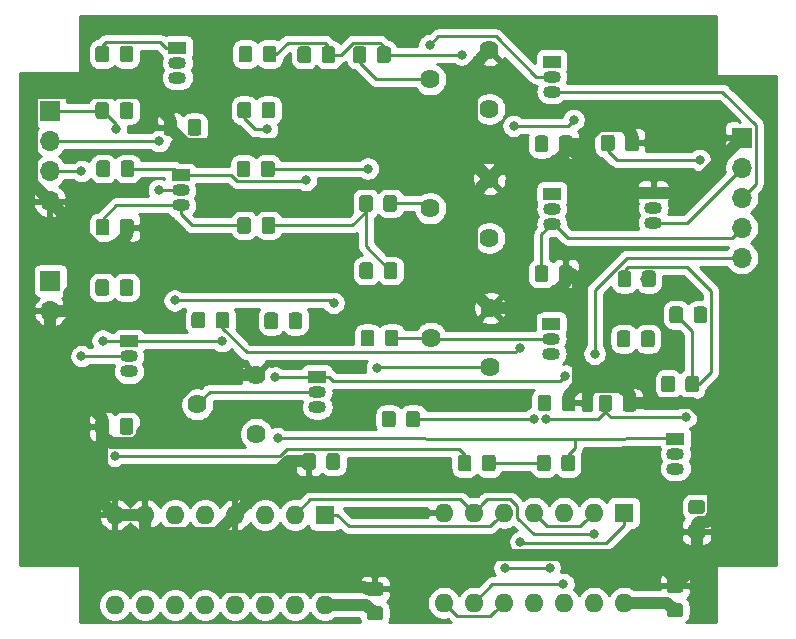
<source format=gbr>
G04 #@! TF.GenerationSoftware,KiCad,Pcbnew,(5.1.5-0-10_14)*
G04 #@! TF.CreationDate,2020-06-04T16:49:04+02:00*
G04 #@! TF.ProjectId,yuv-rgb-converter,7975762d-7267-4622-9d63-6f6e76657274,rev?*
G04 #@! TF.SameCoordinates,Original*
G04 #@! TF.FileFunction,Copper,L1,Top*
G04 #@! TF.FilePolarity,Positive*
%FSLAX46Y46*%
G04 Gerber Fmt 4.6, Leading zero omitted, Abs format (unit mm)*
G04 Created by KiCad (PCBNEW (5.1.5-0-10_14)) date 2020-06-04 16:49:04*
%MOMM*%
%LPD*%
G04 APERTURE LIST*
%ADD10O,1.600000X1.600000*%
%ADD11R,1.600000X1.600000*%
%ADD12C,1.620000*%
%ADD13C,0.100000*%
%ADD14R,1.500000X1.050000*%
%ADD15O,1.500000X1.050000*%
%ADD16O,1.700000X1.700000*%
%ADD17R,1.700000X1.700000*%
%ADD18C,0.800000*%
%ADD19C,0.250000*%
%ADD20C,1.000000*%
%ADD21C,0.254000*%
G04 APERTURE END LIST*
D10*
X139623800Y-111506000D03*
X124383800Y-103886000D03*
X137083800Y-111506000D03*
X126923800Y-103886000D03*
X134543800Y-111506000D03*
X129463800Y-103886000D03*
X132003800Y-111506000D03*
X132003800Y-103886000D03*
X129463800Y-111506000D03*
X134543800Y-103886000D03*
X126923800Y-111506000D03*
X137083800Y-103886000D03*
X124383800Y-111506000D03*
D11*
X139623800Y-103886000D03*
D10*
X114325400Y-111683800D03*
X96545400Y-104063800D03*
X111785400Y-111683800D03*
X99085400Y-104063800D03*
X109245400Y-111683800D03*
X101625400Y-104063800D03*
X106705400Y-111683800D03*
X104165400Y-104063800D03*
X104165400Y-111683800D03*
X106705400Y-104063800D03*
X101625400Y-111683800D03*
X109245400Y-104063800D03*
X99085400Y-111683800D03*
X111785400Y-104063800D03*
X96545400Y-111683800D03*
D11*
X114325400Y-104063800D03*
D12*
X128320800Y-86563200D03*
X123320800Y-89063200D03*
X128320800Y-91563200D03*
X128244600Y-75615800D03*
X123244600Y-78115800D03*
X128244600Y-80615800D03*
X128244600Y-64693800D03*
X123244600Y-67193800D03*
X128244600Y-69693800D03*
X108508800Y-92202000D03*
X103508800Y-94702000D03*
X108508800Y-97202000D03*
G04 #@! TA.AperFunction,SMDPad,CuDef*
D13*
G36*
X139964305Y-88455204D02*
G01*
X139988573Y-88458804D01*
X140012372Y-88464765D01*
X140035471Y-88473030D01*
X140057650Y-88483520D01*
X140078693Y-88496132D01*
X140098399Y-88510747D01*
X140116577Y-88527223D01*
X140133053Y-88545401D01*
X140147668Y-88565107D01*
X140160280Y-88586150D01*
X140170770Y-88608329D01*
X140179035Y-88631428D01*
X140184996Y-88655227D01*
X140188596Y-88679495D01*
X140189800Y-88703999D01*
X140189800Y-89604001D01*
X140188596Y-89628505D01*
X140184996Y-89652773D01*
X140179035Y-89676572D01*
X140170770Y-89699671D01*
X140160280Y-89721850D01*
X140147668Y-89742893D01*
X140133053Y-89762599D01*
X140116577Y-89780777D01*
X140098399Y-89797253D01*
X140078693Y-89811868D01*
X140057650Y-89824480D01*
X140035471Y-89834970D01*
X140012372Y-89843235D01*
X139988573Y-89849196D01*
X139964305Y-89852796D01*
X139939801Y-89854000D01*
X139289799Y-89854000D01*
X139265295Y-89852796D01*
X139241027Y-89849196D01*
X139217228Y-89843235D01*
X139194129Y-89834970D01*
X139171950Y-89824480D01*
X139150907Y-89811868D01*
X139131201Y-89797253D01*
X139113023Y-89780777D01*
X139096547Y-89762599D01*
X139081932Y-89742893D01*
X139069320Y-89721850D01*
X139058830Y-89699671D01*
X139050565Y-89676572D01*
X139044604Y-89652773D01*
X139041004Y-89628505D01*
X139039800Y-89604001D01*
X139039800Y-88703999D01*
X139041004Y-88679495D01*
X139044604Y-88655227D01*
X139050565Y-88631428D01*
X139058830Y-88608329D01*
X139069320Y-88586150D01*
X139081932Y-88565107D01*
X139096547Y-88545401D01*
X139113023Y-88527223D01*
X139131201Y-88510747D01*
X139150907Y-88496132D01*
X139171950Y-88483520D01*
X139194129Y-88473030D01*
X139217228Y-88464765D01*
X139241027Y-88458804D01*
X139265295Y-88455204D01*
X139289799Y-88454000D01*
X139939801Y-88454000D01*
X139964305Y-88455204D01*
G37*
G04 #@! TD.AperFunction*
G04 #@! TA.AperFunction,SMDPad,CuDef*
G36*
X142014305Y-88455204D02*
G01*
X142038573Y-88458804D01*
X142062372Y-88464765D01*
X142085471Y-88473030D01*
X142107650Y-88483520D01*
X142128693Y-88496132D01*
X142148399Y-88510747D01*
X142166577Y-88527223D01*
X142183053Y-88545401D01*
X142197668Y-88565107D01*
X142210280Y-88586150D01*
X142220770Y-88608329D01*
X142229035Y-88631428D01*
X142234996Y-88655227D01*
X142238596Y-88679495D01*
X142239800Y-88703999D01*
X142239800Y-89604001D01*
X142238596Y-89628505D01*
X142234996Y-89652773D01*
X142229035Y-89676572D01*
X142220770Y-89699671D01*
X142210280Y-89721850D01*
X142197668Y-89742893D01*
X142183053Y-89762599D01*
X142166577Y-89780777D01*
X142148399Y-89797253D01*
X142128693Y-89811868D01*
X142107650Y-89824480D01*
X142085471Y-89834970D01*
X142062372Y-89843235D01*
X142038573Y-89849196D01*
X142014305Y-89852796D01*
X141989801Y-89854000D01*
X141339799Y-89854000D01*
X141315295Y-89852796D01*
X141291027Y-89849196D01*
X141267228Y-89843235D01*
X141244129Y-89834970D01*
X141221950Y-89824480D01*
X141200907Y-89811868D01*
X141181201Y-89797253D01*
X141163023Y-89780777D01*
X141146547Y-89762599D01*
X141131932Y-89742893D01*
X141119320Y-89721850D01*
X141108830Y-89699671D01*
X141100565Y-89676572D01*
X141094604Y-89652773D01*
X141091004Y-89628505D01*
X141089800Y-89604001D01*
X141089800Y-88703999D01*
X141091004Y-88679495D01*
X141094604Y-88655227D01*
X141100565Y-88631428D01*
X141108830Y-88608329D01*
X141119320Y-88586150D01*
X141131932Y-88565107D01*
X141146547Y-88545401D01*
X141163023Y-88527223D01*
X141181201Y-88510747D01*
X141200907Y-88496132D01*
X141221950Y-88483520D01*
X141244129Y-88473030D01*
X141267228Y-88464765D01*
X141291027Y-88458804D01*
X141315295Y-88455204D01*
X141339799Y-88454000D01*
X141989801Y-88454000D01*
X142014305Y-88455204D01*
G37*
G04 #@! TD.AperFunction*
G04 #@! TA.AperFunction,SMDPad,CuDef*
G36*
X144409305Y-86423204D02*
G01*
X144433573Y-86426804D01*
X144457372Y-86432765D01*
X144480471Y-86441030D01*
X144502650Y-86451520D01*
X144523693Y-86464132D01*
X144543399Y-86478747D01*
X144561577Y-86495223D01*
X144578053Y-86513401D01*
X144592668Y-86533107D01*
X144605280Y-86554150D01*
X144615770Y-86576329D01*
X144624035Y-86599428D01*
X144629996Y-86623227D01*
X144633596Y-86647495D01*
X144634800Y-86671999D01*
X144634800Y-87572001D01*
X144633596Y-87596505D01*
X144629996Y-87620773D01*
X144624035Y-87644572D01*
X144615770Y-87667671D01*
X144605280Y-87689850D01*
X144592668Y-87710893D01*
X144578053Y-87730599D01*
X144561577Y-87748777D01*
X144543399Y-87765253D01*
X144523693Y-87779868D01*
X144502650Y-87792480D01*
X144480471Y-87802970D01*
X144457372Y-87811235D01*
X144433573Y-87817196D01*
X144409305Y-87820796D01*
X144384801Y-87822000D01*
X143734799Y-87822000D01*
X143710295Y-87820796D01*
X143686027Y-87817196D01*
X143662228Y-87811235D01*
X143639129Y-87802970D01*
X143616950Y-87792480D01*
X143595907Y-87779868D01*
X143576201Y-87765253D01*
X143558023Y-87748777D01*
X143541547Y-87730599D01*
X143526932Y-87710893D01*
X143514320Y-87689850D01*
X143503830Y-87667671D01*
X143495565Y-87644572D01*
X143489604Y-87620773D01*
X143486004Y-87596505D01*
X143484800Y-87572001D01*
X143484800Y-86671999D01*
X143486004Y-86647495D01*
X143489604Y-86623227D01*
X143495565Y-86599428D01*
X143503830Y-86576329D01*
X143514320Y-86554150D01*
X143526932Y-86533107D01*
X143541547Y-86513401D01*
X143558023Y-86495223D01*
X143576201Y-86478747D01*
X143595907Y-86464132D01*
X143616950Y-86451520D01*
X143639129Y-86441030D01*
X143662228Y-86432765D01*
X143686027Y-86426804D01*
X143710295Y-86423204D01*
X143734799Y-86422000D01*
X144384801Y-86422000D01*
X144409305Y-86423204D01*
G37*
G04 #@! TD.AperFunction*
G04 #@! TA.AperFunction,SMDPad,CuDef*
G36*
X146459305Y-86423204D02*
G01*
X146483573Y-86426804D01*
X146507372Y-86432765D01*
X146530471Y-86441030D01*
X146552650Y-86451520D01*
X146573693Y-86464132D01*
X146593399Y-86478747D01*
X146611577Y-86495223D01*
X146628053Y-86513401D01*
X146642668Y-86533107D01*
X146655280Y-86554150D01*
X146665770Y-86576329D01*
X146674035Y-86599428D01*
X146679996Y-86623227D01*
X146683596Y-86647495D01*
X146684800Y-86671999D01*
X146684800Y-87572001D01*
X146683596Y-87596505D01*
X146679996Y-87620773D01*
X146674035Y-87644572D01*
X146665770Y-87667671D01*
X146655280Y-87689850D01*
X146642668Y-87710893D01*
X146628053Y-87730599D01*
X146611577Y-87748777D01*
X146593399Y-87765253D01*
X146573693Y-87779868D01*
X146552650Y-87792480D01*
X146530471Y-87802970D01*
X146507372Y-87811235D01*
X146483573Y-87817196D01*
X146459305Y-87820796D01*
X146434801Y-87822000D01*
X145784799Y-87822000D01*
X145760295Y-87820796D01*
X145736027Y-87817196D01*
X145712228Y-87811235D01*
X145689129Y-87802970D01*
X145666950Y-87792480D01*
X145645907Y-87779868D01*
X145626201Y-87765253D01*
X145608023Y-87748777D01*
X145591547Y-87730599D01*
X145576932Y-87710893D01*
X145564320Y-87689850D01*
X145553830Y-87667671D01*
X145545565Y-87644572D01*
X145539604Y-87620773D01*
X145536004Y-87596505D01*
X145534800Y-87572001D01*
X145534800Y-86671999D01*
X145536004Y-86647495D01*
X145539604Y-86623227D01*
X145545565Y-86599428D01*
X145553830Y-86576329D01*
X145564320Y-86554150D01*
X145576932Y-86533107D01*
X145591547Y-86513401D01*
X145608023Y-86495223D01*
X145626201Y-86478747D01*
X145645907Y-86464132D01*
X145666950Y-86451520D01*
X145689129Y-86441030D01*
X145712228Y-86432765D01*
X145736027Y-86426804D01*
X145760295Y-86423204D01*
X145784799Y-86422000D01*
X146434801Y-86422000D01*
X146459305Y-86423204D01*
G37*
G04 #@! TD.AperFunction*
G04 #@! TA.AperFunction,SMDPad,CuDef*
G36*
X140040505Y-83375204D02*
G01*
X140064773Y-83378804D01*
X140088572Y-83384765D01*
X140111671Y-83393030D01*
X140133850Y-83403520D01*
X140154893Y-83416132D01*
X140174599Y-83430747D01*
X140192777Y-83447223D01*
X140209253Y-83465401D01*
X140223868Y-83485107D01*
X140236480Y-83506150D01*
X140246970Y-83528329D01*
X140255235Y-83551428D01*
X140261196Y-83575227D01*
X140264796Y-83599495D01*
X140266000Y-83623999D01*
X140266000Y-84524001D01*
X140264796Y-84548505D01*
X140261196Y-84572773D01*
X140255235Y-84596572D01*
X140246970Y-84619671D01*
X140236480Y-84641850D01*
X140223868Y-84662893D01*
X140209253Y-84682599D01*
X140192777Y-84700777D01*
X140174599Y-84717253D01*
X140154893Y-84731868D01*
X140133850Y-84744480D01*
X140111671Y-84754970D01*
X140088572Y-84763235D01*
X140064773Y-84769196D01*
X140040505Y-84772796D01*
X140016001Y-84774000D01*
X139365999Y-84774000D01*
X139341495Y-84772796D01*
X139317227Y-84769196D01*
X139293428Y-84763235D01*
X139270329Y-84754970D01*
X139248150Y-84744480D01*
X139227107Y-84731868D01*
X139207401Y-84717253D01*
X139189223Y-84700777D01*
X139172747Y-84682599D01*
X139158132Y-84662893D01*
X139145520Y-84641850D01*
X139135030Y-84619671D01*
X139126765Y-84596572D01*
X139120804Y-84572773D01*
X139117204Y-84548505D01*
X139116000Y-84524001D01*
X139116000Y-83623999D01*
X139117204Y-83599495D01*
X139120804Y-83575227D01*
X139126765Y-83551428D01*
X139135030Y-83528329D01*
X139145520Y-83506150D01*
X139158132Y-83485107D01*
X139172747Y-83465401D01*
X139189223Y-83447223D01*
X139207401Y-83430747D01*
X139227107Y-83416132D01*
X139248150Y-83403520D01*
X139270329Y-83393030D01*
X139293428Y-83384765D01*
X139317227Y-83378804D01*
X139341495Y-83375204D01*
X139365999Y-83374000D01*
X140016001Y-83374000D01*
X140040505Y-83375204D01*
G37*
G04 #@! TD.AperFunction*
G04 #@! TA.AperFunction,SMDPad,CuDef*
G36*
X142090505Y-83375204D02*
G01*
X142114773Y-83378804D01*
X142138572Y-83384765D01*
X142161671Y-83393030D01*
X142183850Y-83403520D01*
X142204893Y-83416132D01*
X142224599Y-83430747D01*
X142242777Y-83447223D01*
X142259253Y-83465401D01*
X142273868Y-83485107D01*
X142286480Y-83506150D01*
X142296970Y-83528329D01*
X142305235Y-83551428D01*
X142311196Y-83575227D01*
X142314796Y-83599495D01*
X142316000Y-83623999D01*
X142316000Y-84524001D01*
X142314796Y-84548505D01*
X142311196Y-84572773D01*
X142305235Y-84596572D01*
X142296970Y-84619671D01*
X142286480Y-84641850D01*
X142273868Y-84662893D01*
X142259253Y-84682599D01*
X142242777Y-84700777D01*
X142224599Y-84717253D01*
X142204893Y-84731868D01*
X142183850Y-84744480D01*
X142161671Y-84754970D01*
X142138572Y-84763235D01*
X142114773Y-84769196D01*
X142090505Y-84772796D01*
X142066001Y-84774000D01*
X141415999Y-84774000D01*
X141391495Y-84772796D01*
X141367227Y-84769196D01*
X141343428Y-84763235D01*
X141320329Y-84754970D01*
X141298150Y-84744480D01*
X141277107Y-84731868D01*
X141257401Y-84717253D01*
X141239223Y-84700777D01*
X141222747Y-84682599D01*
X141208132Y-84662893D01*
X141195520Y-84641850D01*
X141185030Y-84619671D01*
X141176765Y-84596572D01*
X141170804Y-84572773D01*
X141167204Y-84548505D01*
X141166000Y-84524001D01*
X141166000Y-83623999D01*
X141167204Y-83599495D01*
X141170804Y-83575227D01*
X141176765Y-83551428D01*
X141185030Y-83528329D01*
X141195520Y-83506150D01*
X141208132Y-83485107D01*
X141222747Y-83465401D01*
X141239223Y-83447223D01*
X141257401Y-83430747D01*
X141277107Y-83416132D01*
X141298150Y-83403520D01*
X141320329Y-83393030D01*
X141343428Y-83384765D01*
X141367227Y-83378804D01*
X141391495Y-83375204D01*
X141415999Y-83374000D01*
X142066001Y-83374000D01*
X142090505Y-83375204D01*
G37*
G04 #@! TD.AperFunction*
G04 #@! TA.AperFunction,SMDPad,CuDef*
G36*
X146270505Y-102820604D02*
G01*
X146294773Y-102824204D01*
X146318572Y-102830165D01*
X146341671Y-102838430D01*
X146363850Y-102848920D01*
X146384893Y-102861532D01*
X146404599Y-102876147D01*
X146422777Y-102892623D01*
X146439253Y-102910801D01*
X146453868Y-102930507D01*
X146466480Y-102951550D01*
X146476970Y-102973729D01*
X146485235Y-102996828D01*
X146491196Y-103020627D01*
X146494796Y-103044895D01*
X146496000Y-103069399D01*
X146496000Y-103719401D01*
X146494796Y-103743905D01*
X146491196Y-103768173D01*
X146485235Y-103791972D01*
X146476970Y-103815071D01*
X146466480Y-103837250D01*
X146453868Y-103858293D01*
X146439253Y-103877999D01*
X146422777Y-103896177D01*
X146404599Y-103912653D01*
X146384893Y-103927268D01*
X146363850Y-103939880D01*
X146341671Y-103950370D01*
X146318572Y-103958635D01*
X146294773Y-103964596D01*
X146270505Y-103968196D01*
X146246001Y-103969400D01*
X145345999Y-103969400D01*
X145321495Y-103968196D01*
X145297227Y-103964596D01*
X145273428Y-103958635D01*
X145250329Y-103950370D01*
X145228150Y-103939880D01*
X145207107Y-103927268D01*
X145187401Y-103912653D01*
X145169223Y-103896177D01*
X145152747Y-103877999D01*
X145138132Y-103858293D01*
X145125520Y-103837250D01*
X145115030Y-103815071D01*
X145106765Y-103791972D01*
X145100804Y-103768173D01*
X145097204Y-103743905D01*
X145096000Y-103719401D01*
X145096000Y-103069399D01*
X145097204Y-103044895D01*
X145100804Y-103020627D01*
X145106765Y-102996828D01*
X145115030Y-102973729D01*
X145125520Y-102951550D01*
X145138132Y-102930507D01*
X145152747Y-102910801D01*
X145169223Y-102892623D01*
X145187401Y-102876147D01*
X145207107Y-102861532D01*
X145228150Y-102848920D01*
X145250329Y-102838430D01*
X145273428Y-102830165D01*
X145297227Y-102824204D01*
X145321495Y-102820604D01*
X145345999Y-102819400D01*
X146246001Y-102819400D01*
X146270505Y-102820604D01*
G37*
G04 #@! TD.AperFunction*
G04 #@! TA.AperFunction,SMDPad,CuDef*
G36*
X146270505Y-104870604D02*
G01*
X146294773Y-104874204D01*
X146318572Y-104880165D01*
X146341671Y-104888430D01*
X146363850Y-104898920D01*
X146384893Y-104911532D01*
X146404599Y-104926147D01*
X146422777Y-104942623D01*
X146439253Y-104960801D01*
X146453868Y-104980507D01*
X146466480Y-105001550D01*
X146476970Y-105023729D01*
X146485235Y-105046828D01*
X146491196Y-105070627D01*
X146494796Y-105094895D01*
X146496000Y-105119399D01*
X146496000Y-105769401D01*
X146494796Y-105793905D01*
X146491196Y-105818173D01*
X146485235Y-105841972D01*
X146476970Y-105865071D01*
X146466480Y-105887250D01*
X146453868Y-105908293D01*
X146439253Y-105927999D01*
X146422777Y-105946177D01*
X146404599Y-105962653D01*
X146384893Y-105977268D01*
X146363850Y-105989880D01*
X146341671Y-106000370D01*
X146318572Y-106008635D01*
X146294773Y-106014596D01*
X146270505Y-106018196D01*
X146246001Y-106019400D01*
X145345999Y-106019400D01*
X145321495Y-106018196D01*
X145297227Y-106014596D01*
X145273428Y-106008635D01*
X145250329Y-106000370D01*
X145228150Y-105989880D01*
X145207107Y-105977268D01*
X145187401Y-105962653D01*
X145169223Y-105946177D01*
X145152747Y-105927999D01*
X145138132Y-105908293D01*
X145125520Y-105887250D01*
X145115030Y-105865071D01*
X145106765Y-105841972D01*
X145100804Y-105818173D01*
X145097204Y-105793905D01*
X145096000Y-105769401D01*
X145096000Y-105119399D01*
X145097204Y-105094895D01*
X145100804Y-105070627D01*
X145106765Y-105046828D01*
X145115030Y-105023729D01*
X145125520Y-105001550D01*
X145138132Y-104980507D01*
X145152747Y-104960801D01*
X145169223Y-104942623D01*
X145187401Y-104926147D01*
X145207107Y-104911532D01*
X145228150Y-104898920D01*
X145250329Y-104888430D01*
X145273428Y-104880165D01*
X145297227Y-104874204D01*
X145321495Y-104870604D01*
X145345999Y-104869400D01*
X146246001Y-104869400D01*
X146270505Y-104870604D01*
G37*
G04 #@! TD.AperFunction*
G04 #@! TA.AperFunction,SMDPad,CuDef*
G36*
X143723505Y-92290604D02*
G01*
X143747773Y-92294204D01*
X143771572Y-92300165D01*
X143794671Y-92308430D01*
X143816850Y-92318920D01*
X143837893Y-92331532D01*
X143857599Y-92346147D01*
X143875777Y-92362623D01*
X143892253Y-92380801D01*
X143906868Y-92400507D01*
X143919480Y-92421550D01*
X143929970Y-92443729D01*
X143938235Y-92466828D01*
X143944196Y-92490627D01*
X143947796Y-92514895D01*
X143949000Y-92539399D01*
X143949000Y-93439401D01*
X143947796Y-93463905D01*
X143944196Y-93488173D01*
X143938235Y-93511972D01*
X143929970Y-93535071D01*
X143919480Y-93557250D01*
X143906868Y-93578293D01*
X143892253Y-93597999D01*
X143875777Y-93616177D01*
X143857599Y-93632653D01*
X143837893Y-93647268D01*
X143816850Y-93659880D01*
X143794671Y-93670370D01*
X143771572Y-93678635D01*
X143747773Y-93684596D01*
X143723505Y-93688196D01*
X143699001Y-93689400D01*
X143048999Y-93689400D01*
X143024495Y-93688196D01*
X143000227Y-93684596D01*
X142976428Y-93678635D01*
X142953329Y-93670370D01*
X142931150Y-93659880D01*
X142910107Y-93647268D01*
X142890401Y-93632653D01*
X142872223Y-93616177D01*
X142855747Y-93597999D01*
X142841132Y-93578293D01*
X142828520Y-93557250D01*
X142818030Y-93535071D01*
X142809765Y-93511972D01*
X142803804Y-93488173D01*
X142800204Y-93463905D01*
X142799000Y-93439401D01*
X142799000Y-92539399D01*
X142800204Y-92514895D01*
X142803804Y-92490627D01*
X142809765Y-92466828D01*
X142818030Y-92443729D01*
X142828520Y-92421550D01*
X142841132Y-92400507D01*
X142855747Y-92380801D01*
X142872223Y-92362623D01*
X142890401Y-92346147D01*
X142910107Y-92331532D01*
X142931150Y-92318920D01*
X142953329Y-92308430D01*
X142976428Y-92300165D01*
X143000227Y-92294204D01*
X143024495Y-92290604D01*
X143048999Y-92289400D01*
X143699001Y-92289400D01*
X143723505Y-92290604D01*
G37*
G04 #@! TD.AperFunction*
G04 #@! TA.AperFunction,SMDPad,CuDef*
G36*
X145773505Y-92290604D02*
G01*
X145797773Y-92294204D01*
X145821572Y-92300165D01*
X145844671Y-92308430D01*
X145866850Y-92318920D01*
X145887893Y-92331532D01*
X145907599Y-92346147D01*
X145925777Y-92362623D01*
X145942253Y-92380801D01*
X145956868Y-92400507D01*
X145969480Y-92421550D01*
X145979970Y-92443729D01*
X145988235Y-92466828D01*
X145994196Y-92490627D01*
X145997796Y-92514895D01*
X145999000Y-92539399D01*
X145999000Y-93439401D01*
X145997796Y-93463905D01*
X145994196Y-93488173D01*
X145988235Y-93511972D01*
X145979970Y-93535071D01*
X145969480Y-93557250D01*
X145956868Y-93578293D01*
X145942253Y-93597999D01*
X145925777Y-93616177D01*
X145907599Y-93632653D01*
X145887893Y-93647268D01*
X145866850Y-93659880D01*
X145844671Y-93670370D01*
X145821572Y-93678635D01*
X145797773Y-93684596D01*
X145773505Y-93688196D01*
X145749001Y-93689400D01*
X145098999Y-93689400D01*
X145074495Y-93688196D01*
X145050227Y-93684596D01*
X145026428Y-93678635D01*
X145003329Y-93670370D01*
X144981150Y-93659880D01*
X144960107Y-93647268D01*
X144940401Y-93632653D01*
X144922223Y-93616177D01*
X144905747Y-93597999D01*
X144891132Y-93578293D01*
X144878520Y-93557250D01*
X144868030Y-93535071D01*
X144859765Y-93511972D01*
X144853804Y-93488173D01*
X144850204Y-93463905D01*
X144849000Y-93439401D01*
X144849000Y-92539399D01*
X144850204Y-92514895D01*
X144853804Y-92490627D01*
X144859765Y-92466828D01*
X144868030Y-92443729D01*
X144878520Y-92421550D01*
X144891132Y-92400507D01*
X144905747Y-92380801D01*
X144922223Y-92362623D01*
X144940401Y-92346147D01*
X144960107Y-92331532D01*
X144981150Y-92318920D01*
X145003329Y-92308430D01*
X145026428Y-92300165D01*
X145050227Y-92294204D01*
X145074495Y-92290604D01*
X145098999Y-92289400D01*
X145749001Y-92289400D01*
X145773505Y-92290604D01*
G37*
G04 #@! TD.AperFunction*
G04 #@! TA.AperFunction,SMDPad,CuDef*
G36*
X138414905Y-93916204D02*
G01*
X138439173Y-93919804D01*
X138462972Y-93925765D01*
X138486071Y-93934030D01*
X138508250Y-93944520D01*
X138529293Y-93957132D01*
X138548999Y-93971747D01*
X138567177Y-93988223D01*
X138583653Y-94006401D01*
X138598268Y-94026107D01*
X138610880Y-94047150D01*
X138621370Y-94069329D01*
X138629635Y-94092428D01*
X138635596Y-94116227D01*
X138639196Y-94140495D01*
X138640400Y-94164999D01*
X138640400Y-95065001D01*
X138639196Y-95089505D01*
X138635596Y-95113773D01*
X138629635Y-95137572D01*
X138621370Y-95160671D01*
X138610880Y-95182850D01*
X138598268Y-95203893D01*
X138583653Y-95223599D01*
X138567177Y-95241777D01*
X138548999Y-95258253D01*
X138529293Y-95272868D01*
X138508250Y-95285480D01*
X138486071Y-95295970D01*
X138462972Y-95304235D01*
X138439173Y-95310196D01*
X138414905Y-95313796D01*
X138390401Y-95315000D01*
X137740399Y-95315000D01*
X137715895Y-95313796D01*
X137691627Y-95310196D01*
X137667828Y-95304235D01*
X137644729Y-95295970D01*
X137622550Y-95285480D01*
X137601507Y-95272868D01*
X137581801Y-95258253D01*
X137563623Y-95241777D01*
X137547147Y-95223599D01*
X137532532Y-95203893D01*
X137519920Y-95182850D01*
X137509430Y-95160671D01*
X137501165Y-95137572D01*
X137495204Y-95113773D01*
X137491604Y-95089505D01*
X137490400Y-95065001D01*
X137490400Y-94164999D01*
X137491604Y-94140495D01*
X137495204Y-94116227D01*
X137501165Y-94092428D01*
X137509430Y-94069329D01*
X137519920Y-94047150D01*
X137532532Y-94026107D01*
X137547147Y-94006401D01*
X137563623Y-93988223D01*
X137581801Y-93971747D01*
X137601507Y-93957132D01*
X137622550Y-93944520D01*
X137644729Y-93934030D01*
X137667828Y-93925765D01*
X137691627Y-93919804D01*
X137715895Y-93916204D01*
X137740399Y-93915000D01*
X138390401Y-93915000D01*
X138414905Y-93916204D01*
G37*
G04 #@! TD.AperFunction*
G04 #@! TA.AperFunction,SMDPad,CuDef*
G36*
X140464905Y-93916204D02*
G01*
X140489173Y-93919804D01*
X140512972Y-93925765D01*
X140536071Y-93934030D01*
X140558250Y-93944520D01*
X140579293Y-93957132D01*
X140598999Y-93971747D01*
X140617177Y-93988223D01*
X140633653Y-94006401D01*
X140648268Y-94026107D01*
X140660880Y-94047150D01*
X140671370Y-94069329D01*
X140679635Y-94092428D01*
X140685596Y-94116227D01*
X140689196Y-94140495D01*
X140690400Y-94164999D01*
X140690400Y-95065001D01*
X140689196Y-95089505D01*
X140685596Y-95113773D01*
X140679635Y-95137572D01*
X140671370Y-95160671D01*
X140660880Y-95182850D01*
X140648268Y-95203893D01*
X140633653Y-95223599D01*
X140617177Y-95241777D01*
X140598999Y-95258253D01*
X140579293Y-95272868D01*
X140558250Y-95285480D01*
X140536071Y-95295970D01*
X140512972Y-95304235D01*
X140489173Y-95310196D01*
X140464905Y-95313796D01*
X140440401Y-95315000D01*
X139790399Y-95315000D01*
X139765895Y-95313796D01*
X139741627Y-95310196D01*
X139717828Y-95304235D01*
X139694729Y-95295970D01*
X139672550Y-95285480D01*
X139651507Y-95272868D01*
X139631801Y-95258253D01*
X139613623Y-95241777D01*
X139597147Y-95223599D01*
X139582532Y-95203893D01*
X139569920Y-95182850D01*
X139559430Y-95160671D01*
X139551165Y-95137572D01*
X139545204Y-95113773D01*
X139541604Y-95089505D01*
X139540400Y-95065001D01*
X139540400Y-94164999D01*
X139541604Y-94140495D01*
X139545204Y-94116227D01*
X139551165Y-94092428D01*
X139559430Y-94069329D01*
X139569920Y-94047150D01*
X139582532Y-94026107D01*
X139597147Y-94006401D01*
X139613623Y-93988223D01*
X139631801Y-93971747D01*
X139651507Y-93957132D01*
X139672550Y-93944520D01*
X139694729Y-93934030D01*
X139717828Y-93925765D01*
X139741627Y-93919804D01*
X139765895Y-93916204D01*
X139790399Y-93915000D01*
X140440401Y-93915000D01*
X140464905Y-93916204D01*
G37*
G04 #@! TD.AperFunction*
G04 #@! TA.AperFunction,SMDPad,CuDef*
G36*
X133004705Y-82943404D02*
G01*
X133028973Y-82947004D01*
X133052772Y-82952965D01*
X133075871Y-82961230D01*
X133098050Y-82971720D01*
X133119093Y-82984332D01*
X133138799Y-82998947D01*
X133156977Y-83015423D01*
X133173453Y-83033601D01*
X133188068Y-83053307D01*
X133200680Y-83074350D01*
X133211170Y-83096529D01*
X133219435Y-83119628D01*
X133225396Y-83143427D01*
X133228996Y-83167695D01*
X133230200Y-83192199D01*
X133230200Y-84092201D01*
X133228996Y-84116705D01*
X133225396Y-84140973D01*
X133219435Y-84164772D01*
X133211170Y-84187871D01*
X133200680Y-84210050D01*
X133188068Y-84231093D01*
X133173453Y-84250799D01*
X133156977Y-84268977D01*
X133138799Y-84285453D01*
X133119093Y-84300068D01*
X133098050Y-84312680D01*
X133075871Y-84323170D01*
X133052772Y-84331435D01*
X133028973Y-84337396D01*
X133004705Y-84340996D01*
X132980201Y-84342200D01*
X132330199Y-84342200D01*
X132305695Y-84340996D01*
X132281427Y-84337396D01*
X132257628Y-84331435D01*
X132234529Y-84323170D01*
X132212350Y-84312680D01*
X132191307Y-84300068D01*
X132171601Y-84285453D01*
X132153423Y-84268977D01*
X132136947Y-84250799D01*
X132122332Y-84231093D01*
X132109720Y-84210050D01*
X132099230Y-84187871D01*
X132090965Y-84164772D01*
X132085004Y-84140973D01*
X132081404Y-84116705D01*
X132080200Y-84092201D01*
X132080200Y-83192199D01*
X132081404Y-83167695D01*
X132085004Y-83143427D01*
X132090965Y-83119628D01*
X132099230Y-83096529D01*
X132109720Y-83074350D01*
X132122332Y-83053307D01*
X132136947Y-83033601D01*
X132153423Y-83015423D01*
X132171601Y-82998947D01*
X132191307Y-82984332D01*
X132212350Y-82971720D01*
X132234529Y-82961230D01*
X132257628Y-82952965D01*
X132281427Y-82947004D01*
X132305695Y-82943404D01*
X132330199Y-82942200D01*
X132980201Y-82942200D01*
X133004705Y-82943404D01*
G37*
G04 #@! TD.AperFunction*
G04 #@! TA.AperFunction,SMDPad,CuDef*
G36*
X135054705Y-82943404D02*
G01*
X135078973Y-82947004D01*
X135102772Y-82952965D01*
X135125871Y-82961230D01*
X135148050Y-82971720D01*
X135169093Y-82984332D01*
X135188799Y-82998947D01*
X135206977Y-83015423D01*
X135223453Y-83033601D01*
X135238068Y-83053307D01*
X135250680Y-83074350D01*
X135261170Y-83096529D01*
X135269435Y-83119628D01*
X135275396Y-83143427D01*
X135278996Y-83167695D01*
X135280200Y-83192199D01*
X135280200Y-84092201D01*
X135278996Y-84116705D01*
X135275396Y-84140973D01*
X135269435Y-84164772D01*
X135261170Y-84187871D01*
X135250680Y-84210050D01*
X135238068Y-84231093D01*
X135223453Y-84250799D01*
X135206977Y-84268977D01*
X135188799Y-84285453D01*
X135169093Y-84300068D01*
X135148050Y-84312680D01*
X135125871Y-84323170D01*
X135102772Y-84331435D01*
X135078973Y-84337396D01*
X135054705Y-84340996D01*
X135030201Y-84342200D01*
X134380199Y-84342200D01*
X134355695Y-84340996D01*
X134331427Y-84337396D01*
X134307628Y-84331435D01*
X134284529Y-84323170D01*
X134262350Y-84312680D01*
X134241307Y-84300068D01*
X134221601Y-84285453D01*
X134203423Y-84268977D01*
X134186947Y-84250799D01*
X134172332Y-84231093D01*
X134159720Y-84210050D01*
X134149230Y-84187871D01*
X134140965Y-84164772D01*
X134135004Y-84140973D01*
X134131404Y-84116705D01*
X134130200Y-84092201D01*
X134130200Y-83192199D01*
X134131404Y-83167695D01*
X134135004Y-83143427D01*
X134140965Y-83119628D01*
X134149230Y-83096529D01*
X134159720Y-83074350D01*
X134172332Y-83053307D01*
X134186947Y-83033601D01*
X134203423Y-83015423D01*
X134221601Y-82998947D01*
X134241307Y-82984332D01*
X134262350Y-82971720D01*
X134284529Y-82961230D01*
X134307628Y-82952965D01*
X134331427Y-82947004D01*
X134355695Y-82943404D01*
X134380199Y-82942200D01*
X135030201Y-82942200D01*
X135054705Y-82943404D01*
G37*
G04 #@! TD.AperFunction*
G04 #@! TA.AperFunction,SMDPad,CuDef*
G36*
X133004705Y-71945204D02*
G01*
X133028973Y-71948804D01*
X133052772Y-71954765D01*
X133075871Y-71963030D01*
X133098050Y-71973520D01*
X133119093Y-71986132D01*
X133138799Y-72000747D01*
X133156977Y-72017223D01*
X133173453Y-72035401D01*
X133188068Y-72055107D01*
X133200680Y-72076150D01*
X133211170Y-72098329D01*
X133219435Y-72121428D01*
X133225396Y-72145227D01*
X133228996Y-72169495D01*
X133230200Y-72193999D01*
X133230200Y-73094001D01*
X133228996Y-73118505D01*
X133225396Y-73142773D01*
X133219435Y-73166572D01*
X133211170Y-73189671D01*
X133200680Y-73211850D01*
X133188068Y-73232893D01*
X133173453Y-73252599D01*
X133156977Y-73270777D01*
X133138799Y-73287253D01*
X133119093Y-73301868D01*
X133098050Y-73314480D01*
X133075871Y-73324970D01*
X133052772Y-73333235D01*
X133028973Y-73339196D01*
X133004705Y-73342796D01*
X132980201Y-73344000D01*
X132330199Y-73344000D01*
X132305695Y-73342796D01*
X132281427Y-73339196D01*
X132257628Y-73333235D01*
X132234529Y-73324970D01*
X132212350Y-73314480D01*
X132191307Y-73301868D01*
X132171601Y-73287253D01*
X132153423Y-73270777D01*
X132136947Y-73252599D01*
X132122332Y-73232893D01*
X132109720Y-73211850D01*
X132099230Y-73189671D01*
X132090965Y-73166572D01*
X132085004Y-73142773D01*
X132081404Y-73118505D01*
X132080200Y-73094001D01*
X132080200Y-72193999D01*
X132081404Y-72169495D01*
X132085004Y-72145227D01*
X132090965Y-72121428D01*
X132099230Y-72098329D01*
X132109720Y-72076150D01*
X132122332Y-72055107D01*
X132136947Y-72035401D01*
X132153423Y-72017223D01*
X132171601Y-72000747D01*
X132191307Y-71986132D01*
X132212350Y-71973520D01*
X132234529Y-71963030D01*
X132257628Y-71954765D01*
X132281427Y-71948804D01*
X132305695Y-71945204D01*
X132330199Y-71944000D01*
X132980201Y-71944000D01*
X133004705Y-71945204D01*
G37*
G04 #@! TD.AperFunction*
G04 #@! TA.AperFunction,SMDPad,CuDef*
G36*
X135054705Y-71945204D02*
G01*
X135078973Y-71948804D01*
X135102772Y-71954765D01*
X135125871Y-71963030D01*
X135148050Y-71973520D01*
X135169093Y-71986132D01*
X135188799Y-72000747D01*
X135206977Y-72017223D01*
X135223453Y-72035401D01*
X135238068Y-72055107D01*
X135250680Y-72076150D01*
X135261170Y-72098329D01*
X135269435Y-72121428D01*
X135275396Y-72145227D01*
X135278996Y-72169495D01*
X135280200Y-72193999D01*
X135280200Y-73094001D01*
X135278996Y-73118505D01*
X135275396Y-73142773D01*
X135269435Y-73166572D01*
X135261170Y-73189671D01*
X135250680Y-73211850D01*
X135238068Y-73232893D01*
X135223453Y-73252599D01*
X135206977Y-73270777D01*
X135188799Y-73287253D01*
X135169093Y-73301868D01*
X135148050Y-73314480D01*
X135125871Y-73324970D01*
X135102772Y-73333235D01*
X135078973Y-73339196D01*
X135054705Y-73342796D01*
X135030201Y-73344000D01*
X134380199Y-73344000D01*
X134355695Y-73342796D01*
X134331427Y-73339196D01*
X134307628Y-73333235D01*
X134284529Y-73324970D01*
X134262350Y-73314480D01*
X134241307Y-73301868D01*
X134221601Y-73287253D01*
X134203423Y-73270777D01*
X134186947Y-73252599D01*
X134172332Y-73232893D01*
X134159720Y-73211850D01*
X134149230Y-73189671D01*
X134140965Y-73166572D01*
X134135004Y-73142773D01*
X134131404Y-73118505D01*
X134130200Y-73094001D01*
X134130200Y-72193999D01*
X134131404Y-72169495D01*
X134135004Y-72145227D01*
X134140965Y-72121428D01*
X134149230Y-72098329D01*
X134159720Y-72076150D01*
X134172332Y-72055107D01*
X134186947Y-72035401D01*
X134203423Y-72017223D01*
X134221601Y-72000747D01*
X134241307Y-71986132D01*
X134262350Y-71973520D01*
X134284529Y-71963030D01*
X134307628Y-71954765D01*
X134331427Y-71948804D01*
X134355695Y-71945204D01*
X134380199Y-71944000D01*
X135030201Y-71944000D01*
X135054705Y-71945204D01*
G37*
G04 #@! TD.AperFunction*
G04 #@! TA.AperFunction,SMDPad,CuDef*
G36*
X133258705Y-93890804D02*
G01*
X133282973Y-93894404D01*
X133306772Y-93900365D01*
X133329871Y-93908630D01*
X133352050Y-93919120D01*
X133373093Y-93931732D01*
X133392799Y-93946347D01*
X133410977Y-93962823D01*
X133427453Y-93981001D01*
X133442068Y-94000707D01*
X133454680Y-94021750D01*
X133465170Y-94043929D01*
X133473435Y-94067028D01*
X133479396Y-94090827D01*
X133482996Y-94115095D01*
X133484200Y-94139599D01*
X133484200Y-95039601D01*
X133482996Y-95064105D01*
X133479396Y-95088373D01*
X133473435Y-95112172D01*
X133465170Y-95135271D01*
X133454680Y-95157450D01*
X133442068Y-95178493D01*
X133427453Y-95198199D01*
X133410977Y-95216377D01*
X133392799Y-95232853D01*
X133373093Y-95247468D01*
X133352050Y-95260080D01*
X133329871Y-95270570D01*
X133306772Y-95278835D01*
X133282973Y-95284796D01*
X133258705Y-95288396D01*
X133234201Y-95289600D01*
X132584199Y-95289600D01*
X132559695Y-95288396D01*
X132535427Y-95284796D01*
X132511628Y-95278835D01*
X132488529Y-95270570D01*
X132466350Y-95260080D01*
X132445307Y-95247468D01*
X132425601Y-95232853D01*
X132407423Y-95216377D01*
X132390947Y-95198199D01*
X132376332Y-95178493D01*
X132363720Y-95157450D01*
X132353230Y-95135271D01*
X132344965Y-95112172D01*
X132339004Y-95088373D01*
X132335404Y-95064105D01*
X132334200Y-95039601D01*
X132334200Y-94139599D01*
X132335404Y-94115095D01*
X132339004Y-94090827D01*
X132344965Y-94067028D01*
X132353230Y-94043929D01*
X132363720Y-94021750D01*
X132376332Y-94000707D01*
X132390947Y-93981001D01*
X132407423Y-93962823D01*
X132425601Y-93946347D01*
X132445307Y-93931732D01*
X132466350Y-93919120D01*
X132488529Y-93908630D01*
X132511628Y-93900365D01*
X132535427Y-93894404D01*
X132559695Y-93890804D01*
X132584199Y-93889600D01*
X133234201Y-93889600D01*
X133258705Y-93890804D01*
G37*
G04 #@! TD.AperFunction*
G04 #@! TA.AperFunction,SMDPad,CuDef*
G36*
X135308705Y-93890804D02*
G01*
X135332973Y-93894404D01*
X135356772Y-93900365D01*
X135379871Y-93908630D01*
X135402050Y-93919120D01*
X135423093Y-93931732D01*
X135442799Y-93946347D01*
X135460977Y-93962823D01*
X135477453Y-93981001D01*
X135492068Y-94000707D01*
X135504680Y-94021750D01*
X135515170Y-94043929D01*
X135523435Y-94067028D01*
X135529396Y-94090827D01*
X135532996Y-94115095D01*
X135534200Y-94139599D01*
X135534200Y-95039601D01*
X135532996Y-95064105D01*
X135529396Y-95088373D01*
X135523435Y-95112172D01*
X135515170Y-95135271D01*
X135504680Y-95157450D01*
X135492068Y-95178493D01*
X135477453Y-95198199D01*
X135460977Y-95216377D01*
X135442799Y-95232853D01*
X135423093Y-95247468D01*
X135402050Y-95260080D01*
X135379871Y-95270570D01*
X135356772Y-95278835D01*
X135332973Y-95284796D01*
X135308705Y-95288396D01*
X135284201Y-95289600D01*
X134634199Y-95289600D01*
X134609695Y-95288396D01*
X134585427Y-95284796D01*
X134561628Y-95278835D01*
X134538529Y-95270570D01*
X134516350Y-95260080D01*
X134495307Y-95247468D01*
X134475601Y-95232853D01*
X134457423Y-95216377D01*
X134440947Y-95198199D01*
X134426332Y-95178493D01*
X134413720Y-95157450D01*
X134403230Y-95135271D01*
X134394965Y-95112172D01*
X134389004Y-95088373D01*
X134385404Y-95064105D01*
X134384200Y-95039601D01*
X134384200Y-94139599D01*
X134385404Y-94115095D01*
X134389004Y-94090827D01*
X134394965Y-94067028D01*
X134403230Y-94043929D01*
X134413720Y-94021750D01*
X134426332Y-94000707D01*
X134440947Y-93981001D01*
X134457423Y-93962823D01*
X134475601Y-93946347D01*
X134495307Y-93931732D01*
X134516350Y-93919120D01*
X134538529Y-93908630D01*
X134561628Y-93900365D01*
X134585427Y-93894404D01*
X134609695Y-93890804D01*
X134634199Y-93889600D01*
X135284201Y-93889600D01*
X135308705Y-93890804D01*
G37*
G04 #@! TD.AperFunction*
G04 #@! TA.AperFunction,SMDPad,CuDef*
G36*
X120221105Y-82689404D02*
G01*
X120245373Y-82693004D01*
X120269172Y-82698965D01*
X120292271Y-82707230D01*
X120314450Y-82717720D01*
X120335493Y-82730332D01*
X120355199Y-82744947D01*
X120373377Y-82761423D01*
X120389853Y-82779601D01*
X120404468Y-82799307D01*
X120417080Y-82820350D01*
X120427570Y-82842529D01*
X120435835Y-82865628D01*
X120441796Y-82889427D01*
X120445396Y-82913695D01*
X120446600Y-82938199D01*
X120446600Y-83838201D01*
X120445396Y-83862705D01*
X120441796Y-83886973D01*
X120435835Y-83910772D01*
X120427570Y-83933871D01*
X120417080Y-83956050D01*
X120404468Y-83977093D01*
X120389853Y-83996799D01*
X120373377Y-84014977D01*
X120355199Y-84031453D01*
X120335493Y-84046068D01*
X120314450Y-84058680D01*
X120292271Y-84069170D01*
X120269172Y-84077435D01*
X120245373Y-84083396D01*
X120221105Y-84086996D01*
X120196601Y-84088200D01*
X119546599Y-84088200D01*
X119522095Y-84086996D01*
X119497827Y-84083396D01*
X119474028Y-84077435D01*
X119450929Y-84069170D01*
X119428750Y-84058680D01*
X119407707Y-84046068D01*
X119388001Y-84031453D01*
X119369823Y-84014977D01*
X119353347Y-83996799D01*
X119338732Y-83977093D01*
X119326120Y-83956050D01*
X119315630Y-83933871D01*
X119307365Y-83910772D01*
X119301404Y-83886973D01*
X119297804Y-83862705D01*
X119296600Y-83838201D01*
X119296600Y-82938199D01*
X119297804Y-82913695D01*
X119301404Y-82889427D01*
X119307365Y-82865628D01*
X119315630Y-82842529D01*
X119326120Y-82820350D01*
X119338732Y-82799307D01*
X119353347Y-82779601D01*
X119369823Y-82761423D01*
X119388001Y-82744947D01*
X119407707Y-82730332D01*
X119428750Y-82717720D01*
X119450929Y-82707230D01*
X119474028Y-82698965D01*
X119497827Y-82693004D01*
X119522095Y-82689404D01*
X119546599Y-82688200D01*
X120196601Y-82688200D01*
X120221105Y-82689404D01*
G37*
G04 #@! TD.AperFunction*
G04 #@! TA.AperFunction,SMDPad,CuDef*
G36*
X118171105Y-82689404D02*
G01*
X118195373Y-82693004D01*
X118219172Y-82698965D01*
X118242271Y-82707230D01*
X118264450Y-82717720D01*
X118285493Y-82730332D01*
X118305199Y-82744947D01*
X118323377Y-82761423D01*
X118339853Y-82779601D01*
X118354468Y-82799307D01*
X118367080Y-82820350D01*
X118377570Y-82842529D01*
X118385835Y-82865628D01*
X118391796Y-82889427D01*
X118395396Y-82913695D01*
X118396600Y-82938199D01*
X118396600Y-83838201D01*
X118395396Y-83862705D01*
X118391796Y-83886973D01*
X118385835Y-83910772D01*
X118377570Y-83933871D01*
X118367080Y-83956050D01*
X118354468Y-83977093D01*
X118339853Y-83996799D01*
X118323377Y-84014977D01*
X118305199Y-84031453D01*
X118285493Y-84046068D01*
X118264450Y-84058680D01*
X118242271Y-84069170D01*
X118219172Y-84077435D01*
X118195373Y-84083396D01*
X118171105Y-84086996D01*
X118146601Y-84088200D01*
X117496599Y-84088200D01*
X117472095Y-84086996D01*
X117447827Y-84083396D01*
X117424028Y-84077435D01*
X117400929Y-84069170D01*
X117378750Y-84058680D01*
X117357707Y-84046068D01*
X117338001Y-84031453D01*
X117319823Y-84014977D01*
X117303347Y-83996799D01*
X117288732Y-83977093D01*
X117276120Y-83956050D01*
X117265630Y-83933871D01*
X117257365Y-83910772D01*
X117251404Y-83886973D01*
X117247804Y-83862705D01*
X117246600Y-83838201D01*
X117246600Y-82938199D01*
X117247804Y-82913695D01*
X117251404Y-82889427D01*
X117257365Y-82865628D01*
X117265630Y-82842529D01*
X117276120Y-82820350D01*
X117288732Y-82799307D01*
X117303347Y-82779601D01*
X117319823Y-82761423D01*
X117338001Y-82744947D01*
X117357707Y-82730332D01*
X117378750Y-82717720D01*
X117400929Y-82707230D01*
X117424028Y-82698965D01*
X117447827Y-82693004D01*
X117472095Y-82689404D01*
X117496599Y-82688200D01*
X118146601Y-82688200D01*
X118171105Y-82689404D01*
G37*
G04 #@! TD.AperFunction*
G04 #@! TA.AperFunction,SMDPad,CuDef*
G36*
X120076105Y-95262404D02*
G01*
X120100373Y-95266004D01*
X120124172Y-95271965D01*
X120147271Y-95280230D01*
X120169450Y-95290720D01*
X120190493Y-95303332D01*
X120210199Y-95317947D01*
X120228377Y-95334423D01*
X120244853Y-95352601D01*
X120259468Y-95372307D01*
X120272080Y-95393350D01*
X120282570Y-95415529D01*
X120290835Y-95438628D01*
X120296796Y-95462427D01*
X120300396Y-95486695D01*
X120301600Y-95511199D01*
X120301600Y-96411201D01*
X120300396Y-96435705D01*
X120296796Y-96459973D01*
X120290835Y-96483772D01*
X120282570Y-96506871D01*
X120272080Y-96529050D01*
X120259468Y-96550093D01*
X120244853Y-96569799D01*
X120228377Y-96587977D01*
X120210199Y-96604453D01*
X120190493Y-96619068D01*
X120169450Y-96631680D01*
X120147271Y-96642170D01*
X120124172Y-96650435D01*
X120100373Y-96656396D01*
X120076105Y-96659996D01*
X120051601Y-96661200D01*
X119401599Y-96661200D01*
X119377095Y-96659996D01*
X119352827Y-96656396D01*
X119329028Y-96650435D01*
X119305929Y-96642170D01*
X119283750Y-96631680D01*
X119262707Y-96619068D01*
X119243001Y-96604453D01*
X119224823Y-96587977D01*
X119208347Y-96569799D01*
X119193732Y-96550093D01*
X119181120Y-96529050D01*
X119170630Y-96506871D01*
X119162365Y-96483772D01*
X119156404Y-96459973D01*
X119152804Y-96435705D01*
X119151600Y-96411201D01*
X119151600Y-95511199D01*
X119152804Y-95486695D01*
X119156404Y-95462427D01*
X119162365Y-95438628D01*
X119170630Y-95415529D01*
X119181120Y-95393350D01*
X119193732Y-95372307D01*
X119208347Y-95352601D01*
X119224823Y-95334423D01*
X119243001Y-95317947D01*
X119262707Y-95303332D01*
X119283750Y-95290720D01*
X119305929Y-95280230D01*
X119329028Y-95271965D01*
X119352827Y-95266004D01*
X119377095Y-95262404D01*
X119401599Y-95261200D01*
X120051601Y-95261200D01*
X120076105Y-95262404D01*
G37*
G04 #@! TD.AperFunction*
G04 #@! TA.AperFunction,SMDPad,CuDef*
G36*
X122126105Y-95262404D02*
G01*
X122150373Y-95266004D01*
X122174172Y-95271965D01*
X122197271Y-95280230D01*
X122219450Y-95290720D01*
X122240493Y-95303332D01*
X122260199Y-95317947D01*
X122278377Y-95334423D01*
X122294853Y-95352601D01*
X122309468Y-95372307D01*
X122322080Y-95393350D01*
X122332570Y-95415529D01*
X122340835Y-95438628D01*
X122346796Y-95462427D01*
X122350396Y-95486695D01*
X122351600Y-95511199D01*
X122351600Y-96411201D01*
X122350396Y-96435705D01*
X122346796Y-96459973D01*
X122340835Y-96483772D01*
X122332570Y-96506871D01*
X122322080Y-96529050D01*
X122309468Y-96550093D01*
X122294853Y-96569799D01*
X122278377Y-96587977D01*
X122260199Y-96604453D01*
X122240493Y-96619068D01*
X122219450Y-96631680D01*
X122197271Y-96642170D01*
X122174172Y-96650435D01*
X122150373Y-96656396D01*
X122126105Y-96659996D01*
X122101601Y-96661200D01*
X121451599Y-96661200D01*
X121427095Y-96659996D01*
X121402827Y-96656396D01*
X121379028Y-96650435D01*
X121355929Y-96642170D01*
X121333750Y-96631680D01*
X121312707Y-96619068D01*
X121293001Y-96604453D01*
X121274823Y-96587977D01*
X121258347Y-96569799D01*
X121243732Y-96550093D01*
X121231120Y-96529050D01*
X121220630Y-96506871D01*
X121212365Y-96483772D01*
X121206404Y-96459973D01*
X121202804Y-96435705D01*
X121201600Y-96411201D01*
X121201600Y-95511199D01*
X121202804Y-95486695D01*
X121206404Y-95462427D01*
X121212365Y-95438628D01*
X121220630Y-95415529D01*
X121231120Y-95393350D01*
X121243732Y-95372307D01*
X121258347Y-95352601D01*
X121274823Y-95334423D01*
X121293001Y-95317947D01*
X121312707Y-95303332D01*
X121333750Y-95290720D01*
X121355929Y-95280230D01*
X121379028Y-95271965D01*
X121402827Y-95266004D01*
X121427095Y-95262404D01*
X121451599Y-95261200D01*
X122101601Y-95261200D01*
X122126105Y-95262404D01*
G37*
G04 #@! TD.AperFunction*
G04 #@! TA.AperFunction,SMDPad,CuDef*
G36*
X113319705Y-98843804D02*
G01*
X113343973Y-98847404D01*
X113367772Y-98853365D01*
X113390871Y-98861630D01*
X113413050Y-98872120D01*
X113434093Y-98884732D01*
X113453799Y-98899347D01*
X113471977Y-98915823D01*
X113488453Y-98934001D01*
X113503068Y-98953707D01*
X113515680Y-98974750D01*
X113526170Y-98996929D01*
X113534435Y-99020028D01*
X113540396Y-99043827D01*
X113543996Y-99068095D01*
X113545200Y-99092599D01*
X113545200Y-99992601D01*
X113543996Y-100017105D01*
X113540396Y-100041373D01*
X113534435Y-100065172D01*
X113526170Y-100088271D01*
X113515680Y-100110450D01*
X113503068Y-100131493D01*
X113488453Y-100151199D01*
X113471977Y-100169377D01*
X113453799Y-100185853D01*
X113434093Y-100200468D01*
X113413050Y-100213080D01*
X113390871Y-100223570D01*
X113367772Y-100231835D01*
X113343973Y-100237796D01*
X113319705Y-100241396D01*
X113295201Y-100242600D01*
X112645199Y-100242600D01*
X112620695Y-100241396D01*
X112596427Y-100237796D01*
X112572628Y-100231835D01*
X112549529Y-100223570D01*
X112527350Y-100213080D01*
X112506307Y-100200468D01*
X112486601Y-100185853D01*
X112468423Y-100169377D01*
X112451947Y-100151199D01*
X112437332Y-100131493D01*
X112424720Y-100110450D01*
X112414230Y-100088271D01*
X112405965Y-100065172D01*
X112400004Y-100041373D01*
X112396404Y-100017105D01*
X112395200Y-99992601D01*
X112395200Y-99092599D01*
X112396404Y-99068095D01*
X112400004Y-99043827D01*
X112405965Y-99020028D01*
X112414230Y-98996929D01*
X112424720Y-98974750D01*
X112437332Y-98953707D01*
X112451947Y-98934001D01*
X112468423Y-98915823D01*
X112486601Y-98899347D01*
X112506307Y-98884732D01*
X112527350Y-98872120D01*
X112549529Y-98861630D01*
X112572628Y-98853365D01*
X112596427Y-98847404D01*
X112620695Y-98843804D01*
X112645199Y-98842600D01*
X113295201Y-98842600D01*
X113319705Y-98843804D01*
G37*
G04 #@! TD.AperFunction*
G04 #@! TA.AperFunction,SMDPad,CuDef*
G36*
X115369705Y-98843804D02*
G01*
X115393973Y-98847404D01*
X115417772Y-98853365D01*
X115440871Y-98861630D01*
X115463050Y-98872120D01*
X115484093Y-98884732D01*
X115503799Y-98899347D01*
X115521977Y-98915823D01*
X115538453Y-98934001D01*
X115553068Y-98953707D01*
X115565680Y-98974750D01*
X115576170Y-98996929D01*
X115584435Y-99020028D01*
X115590396Y-99043827D01*
X115593996Y-99068095D01*
X115595200Y-99092599D01*
X115595200Y-99992601D01*
X115593996Y-100017105D01*
X115590396Y-100041373D01*
X115584435Y-100065172D01*
X115576170Y-100088271D01*
X115565680Y-100110450D01*
X115553068Y-100131493D01*
X115538453Y-100151199D01*
X115521977Y-100169377D01*
X115503799Y-100185853D01*
X115484093Y-100200468D01*
X115463050Y-100213080D01*
X115440871Y-100223570D01*
X115417772Y-100231835D01*
X115393973Y-100237796D01*
X115369705Y-100241396D01*
X115345201Y-100242600D01*
X114695199Y-100242600D01*
X114670695Y-100241396D01*
X114646427Y-100237796D01*
X114622628Y-100231835D01*
X114599529Y-100223570D01*
X114577350Y-100213080D01*
X114556307Y-100200468D01*
X114536601Y-100185853D01*
X114518423Y-100169377D01*
X114501947Y-100151199D01*
X114487332Y-100131493D01*
X114474720Y-100110450D01*
X114464230Y-100088271D01*
X114455965Y-100065172D01*
X114450004Y-100041373D01*
X114446404Y-100017105D01*
X114445200Y-99992601D01*
X114445200Y-99092599D01*
X114446404Y-99068095D01*
X114450004Y-99043827D01*
X114455965Y-99020028D01*
X114464230Y-98996929D01*
X114474720Y-98974750D01*
X114487332Y-98953707D01*
X114501947Y-98934001D01*
X114518423Y-98915823D01*
X114536601Y-98899347D01*
X114556307Y-98884732D01*
X114577350Y-98872120D01*
X114599529Y-98861630D01*
X114622628Y-98853365D01*
X114646427Y-98847404D01*
X114670695Y-98843804D01*
X114695199Y-98842600D01*
X115345201Y-98842600D01*
X115369705Y-98843804D01*
G37*
G04 #@! TD.AperFunction*
G04 #@! TA.AperFunction,SMDPad,CuDef*
G36*
X110119305Y-86931204D02*
G01*
X110143573Y-86934804D01*
X110167372Y-86940765D01*
X110190471Y-86949030D01*
X110212650Y-86959520D01*
X110233693Y-86972132D01*
X110253399Y-86986747D01*
X110271577Y-87003223D01*
X110288053Y-87021401D01*
X110302668Y-87041107D01*
X110315280Y-87062150D01*
X110325770Y-87084329D01*
X110334035Y-87107428D01*
X110339996Y-87131227D01*
X110343596Y-87155495D01*
X110344800Y-87179999D01*
X110344800Y-88080001D01*
X110343596Y-88104505D01*
X110339996Y-88128773D01*
X110334035Y-88152572D01*
X110325770Y-88175671D01*
X110315280Y-88197850D01*
X110302668Y-88218893D01*
X110288053Y-88238599D01*
X110271577Y-88256777D01*
X110253399Y-88273253D01*
X110233693Y-88287868D01*
X110212650Y-88300480D01*
X110190471Y-88310970D01*
X110167372Y-88319235D01*
X110143573Y-88325196D01*
X110119305Y-88328796D01*
X110094801Y-88330000D01*
X109444799Y-88330000D01*
X109420295Y-88328796D01*
X109396027Y-88325196D01*
X109372228Y-88319235D01*
X109349129Y-88310970D01*
X109326950Y-88300480D01*
X109305907Y-88287868D01*
X109286201Y-88273253D01*
X109268023Y-88256777D01*
X109251547Y-88238599D01*
X109236932Y-88218893D01*
X109224320Y-88197850D01*
X109213830Y-88175671D01*
X109205565Y-88152572D01*
X109199604Y-88128773D01*
X109196004Y-88104505D01*
X109194800Y-88080001D01*
X109194800Y-87179999D01*
X109196004Y-87155495D01*
X109199604Y-87131227D01*
X109205565Y-87107428D01*
X109213830Y-87084329D01*
X109224320Y-87062150D01*
X109236932Y-87041107D01*
X109251547Y-87021401D01*
X109268023Y-87003223D01*
X109286201Y-86986747D01*
X109305907Y-86972132D01*
X109326950Y-86959520D01*
X109349129Y-86949030D01*
X109372228Y-86940765D01*
X109396027Y-86934804D01*
X109420295Y-86931204D01*
X109444799Y-86930000D01*
X110094801Y-86930000D01*
X110119305Y-86931204D01*
G37*
G04 #@! TD.AperFunction*
G04 #@! TA.AperFunction,SMDPad,CuDef*
G36*
X112169305Y-86931204D02*
G01*
X112193573Y-86934804D01*
X112217372Y-86940765D01*
X112240471Y-86949030D01*
X112262650Y-86959520D01*
X112283693Y-86972132D01*
X112303399Y-86986747D01*
X112321577Y-87003223D01*
X112338053Y-87021401D01*
X112352668Y-87041107D01*
X112365280Y-87062150D01*
X112375770Y-87084329D01*
X112384035Y-87107428D01*
X112389996Y-87131227D01*
X112393596Y-87155495D01*
X112394800Y-87179999D01*
X112394800Y-88080001D01*
X112393596Y-88104505D01*
X112389996Y-88128773D01*
X112384035Y-88152572D01*
X112375770Y-88175671D01*
X112365280Y-88197850D01*
X112352668Y-88218893D01*
X112338053Y-88238599D01*
X112321577Y-88256777D01*
X112303399Y-88273253D01*
X112283693Y-88287868D01*
X112262650Y-88300480D01*
X112240471Y-88310970D01*
X112217372Y-88319235D01*
X112193573Y-88325196D01*
X112169305Y-88328796D01*
X112144801Y-88330000D01*
X111494799Y-88330000D01*
X111470295Y-88328796D01*
X111446027Y-88325196D01*
X111422228Y-88319235D01*
X111399129Y-88310970D01*
X111376950Y-88300480D01*
X111355907Y-88287868D01*
X111336201Y-88273253D01*
X111318023Y-88256777D01*
X111301547Y-88238599D01*
X111286932Y-88218893D01*
X111274320Y-88197850D01*
X111263830Y-88175671D01*
X111255565Y-88152572D01*
X111249604Y-88128773D01*
X111246004Y-88104505D01*
X111244800Y-88080001D01*
X111244800Y-87179999D01*
X111246004Y-87155495D01*
X111249604Y-87131227D01*
X111255565Y-87107428D01*
X111263830Y-87084329D01*
X111274320Y-87062150D01*
X111286932Y-87041107D01*
X111301547Y-87021401D01*
X111318023Y-87003223D01*
X111336201Y-86986747D01*
X111355907Y-86972132D01*
X111376950Y-86959520D01*
X111399129Y-86949030D01*
X111422228Y-86940765D01*
X111446027Y-86934804D01*
X111470295Y-86931204D01*
X111494799Y-86930000D01*
X112144801Y-86930000D01*
X112169305Y-86931204D01*
G37*
G04 #@! TD.AperFunction*
G04 #@! TA.AperFunction,SMDPad,CuDef*
G36*
X112913305Y-64401404D02*
G01*
X112937573Y-64405004D01*
X112961372Y-64410965D01*
X112984471Y-64419230D01*
X113006650Y-64429720D01*
X113027693Y-64442332D01*
X113047399Y-64456947D01*
X113065577Y-64473423D01*
X113082053Y-64491601D01*
X113096668Y-64511307D01*
X113109280Y-64532350D01*
X113119770Y-64554529D01*
X113128035Y-64577628D01*
X113133996Y-64601427D01*
X113137596Y-64625695D01*
X113138800Y-64650199D01*
X113138800Y-65550201D01*
X113137596Y-65574705D01*
X113133996Y-65598973D01*
X113128035Y-65622772D01*
X113119770Y-65645871D01*
X113109280Y-65668050D01*
X113096668Y-65689093D01*
X113082053Y-65708799D01*
X113065577Y-65726977D01*
X113047399Y-65743453D01*
X113027693Y-65758068D01*
X113006650Y-65770680D01*
X112984471Y-65781170D01*
X112961372Y-65789435D01*
X112937573Y-65795396D01*
X112913305Y-65798996D01*
X112888801Y-65800200D01*
X112238799Y-65800200D01*
X112214295Y-65798996D01*
X112190027Y-65795396D01*
X112166228Y-65789435D01*
X112143129Y-65781170D01*
X112120950Y-65770680D01*
X112099907Y-65758068D01*
X112080201Y-65743453D01*
X112062023Y-65726977D01*
X112045547Y-65708799D01*
X112030932Y-65689093D01*
X112018320Y-65668050D01*
X112007830Y-65645871D01*
X111999565Y-65622772D01*
X111993604Y-65598973D01*
X111990004Y-65574705D01*
X111988800Y-65550201D01*
X111988800Y-64650199D01*
X111990004Y-64625695D01*
X111993604Y-64601427D01*
X111999565Y-64577628D01*
X112007830Y-64554529D01*
X112018320Y-64532350D01*
X112030932Y-64511307D01*
X112045547Y-64491601D01*
X112062023Y-64473423D01*
X112080201Y-64456947D01*
X112099907Y-64442332D01*
X112120950Y-64429720D01*
X112143129Y-64419230D01*
X112166228Y-64410965D01*
X112190027Y-64405004D01*
X112214295Y-64401404D01*
X112238799Y-64400200D01*
X112888801Y-64400200D01*
X112913305Y-64401404D01*
G37*
G04 #@! TD.AperFunction*
G04 #@! TA.AperFunction,SMDPad,CuDef*
G36*
X114963305Y-64401404D02*
G01*
X114987573Y-64405004D01*
X115011372Y-64410965D01*
X115034471Y-64419230D01*
X115056650Y-64429720D01*
X115077693Y-64442332D01*
X115097399Y-64456947D01*
X115115577Y-64473423D01*
X115132053Y-64491601D01*
X115146668Y-64511307D01*
X115159280Y-64532350D01*
X115169770Y-64554529D01*
X115178035Y-64577628D01*
X115183996Y-64601427D01*
X115187596Y-64625695D01*
X115188800Y-64650199D01*
X115188800Y-65550201D01*
X115187596Y-65574705D01*
X115183996Y-65598973D01*
X115178035Y-65622772D01*
X115169770Y-65645871D01*
X115159280Y-65668050D01*
X115146668Y-65689093D01*
X115132053Y-65708799D01*
X115115577Y-65726977D01*
X115097399Y-65743453D01*
X115077693Y-65758068D01*
X115056650Y-65770680D01*
X115034471Y-65781170D01*
X115011372Y-65789435D01*
X114987573Y-65795396D01*
X114963305Y-65798996D01*
X114938801Y-65800200D01*
X114288799Y-65800200D01*
X114264295Y-65798996D01*
X114240027Y-65795396D01*
X114216228Y-65789435D01*
X114193129Y-65781170D01*
X114170950Y-65770680D01*
X114149907Y-65758068D01*
X114130201Y-65743453D01*
X114112023Y-65726977D01*
X114095547Y-65708799D01*
X114080932Y-65689093D01*
X114068320Y-65668050D01*
X114057830Y-65645871D01*
X114049565Y-65622772D01*
X114043604Y-65598973D01*
X114040004Y-65574705D01*
X114038800Y-65550201D01*
X114038800Y-64650199D01*
X114040004Y-64625695D01*
X114043604Y-64601427D01*
X114049565Y-64577628D01*
X114057830Y-64554529D01*
X114068320Y-64532350D01*
X114080932Y-64511307D01*
X114095547Y-64491601D01*
X114112023Y-64473423D01*
X114130201Y-64456947D01*
X114149907Y-64442332D01*
X114170950Y-64429720D01*
X114193129Y-64419230D01*
X114216228Y-64410965D01*
X114240027Y-64405004D01*
X114264295Y-64401404D01*
X114288799Y-64400200D01*
X114938801Y-64400200D01*
X114963305Y-64401404D01*
G37*
G04 #@! TD.AperFunction*
G04 #@! TA.AperFunction,SMDPad,CuDef*
G36*
X107782505Y-74078804D02*
G01*
X107806773Y-74082404D01*
X107830572Y-74088365D01*
X107853671Y-74096630D01*
X107875850Y-74107120D01*
X107896893Y-74119732D01*
X107916599Y-74134347D01*
X107934777Y-74150823D01*
X107951253Y-74169001D01*
X107965868Y-74188707D01*
X107978480Y-74209750D01*
X107988970Y-74231929D01*
X107997235Y-74255028D01*
X108003196Y-74278827D01*
X108006796Y-74303095D01*
X108008000Y-74327599D01*
X108008000Y-75227601D01*
X108006796Y-75252105D01*
X108003196Y-75276373D01*
X107997235Y-75300172D01*
X107988970Y-75323271D01*
X107978480Y-75345450D01*
X107965868Y-75366493D01*
X107951253Y-75386199D01*
X107934777Y-75404377D01*
X107916599Y-75420853D01*
X107896893Y-75435468D01*
X107875850Y-75448080D01*
X107853671Y-75458570D01*
X107830572Y-75466835D01*
X107806773Y-75472796D01*
X107782505Y-75476396D01*
X107758001Y-75477600D01*
X107107999Y-75477600D01*
X107083495Y-75476396D01*
X107059227Y-75472796D01*
X107035428Y-75466835D01*
X107012329Y-75458570D01*
X106990150Y-75448080D01*
X106969107Y-75435468D01*
X106949401Y-75420853D01*
X106931223Y-75404377D01*
X106914747Y-75386199D01*
X106900132Y-75366493D01*
X106887520Y-75345450D01*
X106877030Y-75323271D01*
X106868765Y-75300172D01*
X106862804Y-75276373D01*
X106859204Y-75252105D01*
X106858000Y-75227601D01*
X106858000Y-74327599D01*
X106859204Y-74303095D01*
X106862804Y-74278827D01*
X106868765Y-74255028D01*
X106877030Y-74231929D01*
X106887520Y-74209750D01*
X106900132Y-74188707D01*
X106914747Y-74169001D01*
X106931223Y-74150823D01*
X106949401Y-74134347D01*
X106969107Y-74119732D01*
X106990150Y-74107120D01*
X107012329Y-74096630D01*
X107035428Y-74088365D01*
X107059227Y-74082404D01*
X107083495Y-74078804D01*
X107107999Y-74077600D01*
X107758001Y-74077600D01*
X107782505Y-74078804D01*
G37*
G04 #@! TD.AperFunction*
G04 #@! TA.AperFunction,SMDPad,CuDef*
G36*
X109832505Y-74078804D02*
G01*
X109856773Y-74082404D01*
X109880572Y-74088365D01*
X109903671Y-74096630D01*
X109925850Y-74107120D01*
X109946893Y-74119732D01*
X109966599Y-74134347D01*
X109984777Y-74150823D01*
X110001253Y-74169001D01*
X110015868Y-74188707D01*
X110028480Y-74209750D01*
X110038970Y-74231929D01*
X110047235Y-74255028D01*
X110053196Y-74278827D01*
X110056796Y-74303095D01*
X110058000Y-74327599D01*
X110058000Y-75227601D01*
X110056796Y-75252105D01*
X110053196Y-75276373D01*
X110047235Y-75300172D01*
X110038970Y-75323271D01*
X110028480Y-75345450D01*
X110015868Y-75366493D01*
X110001253Y-75386199D01*
X109984777Y-75404377D01*
X109966599Y-75420853D01*
X109946893Y-75435468D01*
X109925850Y-75448080D01*
X109903671Y-75458570D01*
X109880572Y-75466835D01*
X109856773Y-75472796D01*
X109832505Y-75476396D01*
X109808001Y-75477600D01*
X109157999Y-75477600D01*
X109133495Y-75476396D01*
X109109227Y-75472796D01*
X109085428Y-75466835D01*
X109062329Y-75458570D01*
X109040150Y-75448080D01*
X109019107Y-75435468D01*
X108999401Y-75420853D01*
X108981223Y-75404377D01*
X108964747Y-75386199D01*
X108950132Y-75366493D01*
X108937520Y-75345450D01*
X108927030Y-75323271D01*
X108918765Y-75300172D01*
X108912804Y-75276373D01*
X108909204Y-75252105D01*
X108908000Y-75227601D01*
X108908000Y-74327599D01*
X108909204Y-74303095D01*
X108912804Y-74278827D01*
X108918765Y-74255028D01*
X108927030Y-74231929D01*
X108937520Y-74209750D01*
X108950132Y-74188707D01*
X108964747Y-74169001D01*
X108981223Y-74150823D01*
X108999401Y-74134347D01*
X109019107Y-74119732D01*
X109040150Y-74107120D01*
X109062329Y-74096630D01*
X109085428Y-74088365D01*
X109109227Y-74082404D01*
X109133495Y-74078804D01*
X109157999Y-74077600D01*
X109808001Y-74077600D01*
X109832505Y-74078804D01*
G37*
G04 #@! TD.AperFunction*
G04 #@! TA.AperFunction,SMDPad,CuDef*
G36*
X107934905Y-64350604D02*
G01*
X107959173Y-64354204D01*
X107982972Y-64360165D01*
X108006071Y-64368430D01*
X108028250Y-64378920D01*
X108049293Y-64391532D01*
X108068999Y-64406147D01*
X108087177Y-64422623D01*
X108103653Y-64440801D01*
X108118268Y-64460507D01*
X108130880Y-64481550D01*
X108141370Y-64503729D01*
X108149635Y-64526828D01*
X108155596Y-64550627D01*
X108159196Y-64574895D01*
X108160400Y-64599399D01*
X108160400Y-65499401D01*
X108159196Y-65523905D01*
X108155596Y-65548173D01*
X108149635Y-65571972D01*
X108141370Y-65595071D01*
X108130880Y-65617250D01*
X108118268Y-65638293D01*
X108103653Y-65657999D01*
X108087177Y-65676177D01*
X108068999Y-65692653D01*
X108049293Y-65707268D01*
X108028250Y-65719880D01*
X108006071Y-65730370D01*
X107982972Y-65738635D01*
X107959173Y-65744596D01*
X107934905Y-65748196D01*
X107910401Y-65749400D01*
X107260399Y-65749400D01*
X107235895Y-65748196D01*
X107211627Y-65744596D01*
X107187828Y-65738635D01*
X107164729Y-65730370D01*
X107142550Y-65719880D01*
X107121507Y-65707268D01*
X107101801Y-65692653D01*
X107083623Y-65676177D01*
X107067147Y-65657999D01*
X107052532Y-65638293D01*
X107039920Y-65617250D01*
X107029430Y-65595071D01*
X107021165Y-65571972D01*
X107015204Y-65548173D01*
X107011604Y-65523905D01*
X107010400Y-65499401D01*
X107010400Y-64599399D01*
X107011604Y-64574895D01*
X107015204Y-64550627D01*
X107021165Y-64526828D01*
X107029430Y-64503729D01*
X107039920Y-64481550D01*
X107052532Y-64460507D01*
X107067147Y-64440801D01*
X107083623Y-64422623D01*
X107101801Y-64406147D01*
X107121507Y-64391532D01*
X107142550Y-64378920D01*
X107164729Y-64368430D01*
X107187828Y-64360165D01*
X107211627Y-64354204D01*
X107235895Y-64350604D01*
X107260399Y-64349400D01*
X107910401Y-64349400D01*
X107934905Y-64350604D01*
G37*
G04 #@! TD.AperFunction*
G04 #@! TA.AperFunction,SMDPad,CuDef*
G36*
X109984905Y-64350604D02*
G01*
X110009173Y-64354204D01*
X110032972Y-64360165D01*
X110056071Y-64368430D01*
X110078250Y-64378920D01*
X110099293Y-64391532D01*
X110118999Y-64406147D01*
X110137177Y-64422623D01*
X110153653Y-64440801D01*
X110168268Y-64460507D01*
X110180880Y-64481550D01*
X110191370Y-64503729D01*
X110199635Y-64526828D01*
X110205596Y-64550627D01*
X110209196Y-64574895D01*
X110210400Y-64599399D01*
X110210400Y-65499401D01*
X110209196Y-65523905D01*
X110205596Y-65548173D01*
X110199635Y-65571972D01*
X110191370Y-65595071D01*
X110180880Y-65617250D01*
X110168268Y-65638293D01*
X110153653Y-65657999D01*
X110137177Y-65676177D01*
X110118999Y-65692653D01*
X110099293Y-65707268D01*
X110078250Y-65719880D01*
X110056071Y-65730370D01*
X110032972Y-65738635D01*
X110009173Y-65744596D01*
X109984905Y-65748196D01*
X109960401Y-65749400D01*
X109310399Y-65749400D01*
X109285895Y-65748196D01*
X109261627Y-65744596D01*
X109237828Y-65738635D01*
X109214729Y-65730370D01*
X109192550Y-65719880D01*
X109171507Y-65707268D01*
X109151801Y-65692653D01*
X109133623Y-65676177D01*
X109117147Y-65657999D01*
X109102532Y-65638293D01*
X109089920Y-65617250D01*
X109079430Y-65595071D01*
X109071165Y-65571972D01*
X109065204Y-65548173D01*
X109061604Y-65523905D01*
X109060400Y-65499401D01*
X109060400Y-64599399D01*
X109061604Y-64574895D01*
X109065204Y-64550627D01*
X109071165Y-64526828D01*
X109079430Y-64503729D01*
X109089920Y-64481550D01*
X109102532Y-64460507D01*
X109117147Y-64440801D01*
X109133623Y-64422623D01*
X109151801Y-64406147D01*
X109171507Y-64391532D01*
X109192550Y-64378920D01*
X109214729Y-64368430D01*
X109237828Y-64360165D01*
X109261627Y-64354204D01*
X109285895Y-64350604D01*
X109310399Y-64349400D01*
X109960401Y-64349400D01*
X109984905Y-64350604D01*
G37*
G04 #@! TD.AperFunction*
G04 #@! TA.AperFunction,SMDPad,CuDef*
G36*
X107833305Y-69100404D02*
G01*
X107857573Y-69104004D01*
X107881372Y-69109965D01*
X107904471Y-69118230D01*
X107926650Y-69128720D01*
X107947693Y-69141332D01*
X107967399Y-69155947D01*
X107985577Y-69172423D01*
X108002053Y-69190601D01*
X108016668Y-69210307D01*
X108029280Y-69231350D01*
X108039770Y-69253529D01*
X108048035Y-69276628D01*
X108053996Y-69300427D01*
X108057596Y-69324695D01*
X108058800Y-69349199D01*
X108058800Y-70249201D01*
X108057596Y-70273705D01*
X108053996Y-70297973D01*
X108048035Y-70321772D01*
X108039770Y-70344871D01*
X108029280Y-70367050D01*
X108016668Y-70388093D01*
X108002053Y-70407799D01*
X107985577Y-70425977D01*
X107967399Y-70442453D01*
X107947693Y-70457068D01*
X107926650Y-70469680D01*
X107904471Y-70480170D01*
X107881372Y-70488435D01*
X107857573Y-70494396D01*
X107833305Y-70497996D01*
X107808801Y-70499200D01*
X107158799Y-70499200D01*
X107134295Y-70497996D01*
X107110027Y-70494396D01*
X107086228Y-70488435D01*
X107063129Y-70480170D01*
X107040950Y-70469680D01*
X107019907Y-70457068D01*
X107000201Y-70442453D01*
X106982023Y-70425977D01*
X106965547Y-70407799D01*
X106950932Y-70388093D01*
X106938320Y-70367050D01*
X106927830Y-70344871D01*
X106919565Y-70321772D01*
X106913604Y-70297973D01*
X106910004Y-70273705D01*
X106908800Y-70249201D01*
X106908800Y-69349199D01*
X106910004Y-69324695D01*
X106913604Y-69300427D01*
X106919565Y-69276628D01*
X106927830Y-69253529D01*
X106938320Y-69231350D01*
X106950932Y-69210307D01*
X106965547Y-69190601D01*
X106982023Y-69172423D01*
X107000201Y-69155947D01*
X107019907Y-69141332D01*
X107040950Y-69128720D01*
X107063129Y-69118230D01*
X107086228Y-69109965D01*
X107110027Y-69104004D01*
X107134295Y-69100404D01*
X107158799Y-69099200D01*
X107808801Y-69099200D01*
X107833305Y-69100404D01*
G37*
G04 #@! TD.AperFunction*
G04 #@! TA.AperFunction,SMDPad,CuDef*
G36*
X109883305Y-69100404D02*
G01*
X109907573Y-69104004D01*
X109931372Y-69109965D01*
X109954471Y-69118230D01*
X109976650Y-69128720D01*
X109997693Y-69141332D01*
X110017399Y-69155947D01*
X110035577Y-69172423D01*
X110052053Y-69190601D01*
X110066668Y-69210307D01*
X110079280Y-69231350D01*
X110089770Y-69253529D01*
X110098035Y-69276628D01*
X110103996Y-69300427D01*
X110107596Y-69324695D01*
X110108800Y-69349199D01*
X110108800Y-70249201D01*
X110107596Y-70273705D01*
X110103996Y-70297973D01*
X110098035Y-70321772D01*
X110089770Y-70344871D01*
X110079280Y-70367050D01*
X110066668Y-70388093D01*
X110052053Y-70407799D01*
X110035577Y-70425977D01*
X110017399Y-70442453D01*
X109997693Y-70457068D01*
X109976650Y-70469680D01*
X109954471Y-70480170D01*
X109931372Y-70488435D01*
X109907573Y-70494396D01*
X109883305Y-70497996D01*
X109858801Y-70499200D01*
X109208799Y-70499200D01*
X109184295Y-70497996D01*
X109160027Y-70494396D01*
X109136228Y-70488435D01*
X109113129Y-70480170D01*
X109090950Y-70469680D01*
X109069907Y-70457068D01*
X109050201Y-70442453D01*
X109032023Y-70425977D01*
X109015547Y-70407799D01*
X109000932Y-70388093D01*
X108988320Y-70367050D01*
X108977830Y-70344871D01*
X108969565Y-70321772D01*
X108963604Y-70297973D01*
X108960004Y-70273705D01*
X108958800Y-70249201D01*
X108958800Y-69349199D01*
X108960004Y-69324695D01*
X108963604Y-69300427D01*
X108969565Y-69276628D01*
X108977830Y-69253529D01*
X108988320Y-69231350D01*
X109000932Y-69210307D01*
X109015547Y-69190601D01*
X109032023Y-69172423D01*
X109050201Y-69155947D01*
X109069907Y-69141332D01*
X109090950Y-69128720D01*
X109113129Y-69118230D01*
X109136228Y-69109965D01*
X109160027Y-69104004D01*
X109184295Y-69100404D01*
X109208799Y-69099200D01*
X109858801Y-69099200D01*
X109883305Y-69100404D01*
G37*
G04 #@! TD.AperFunction*
G04 #@! TA.AperFunction,SMDPad,CuDef*
G36*
X107833305Y-78854004D02*
G01*
X107857573Y-78857604D01*
X107881372Y-78863565D01*
X107904471Y-78871830D01*
X107926650Y-78882320D01*
X107947693Y-78894932D01*
X107967399Y-78909547D01*
X107985577Y-78926023D01*
X108002053Y-78944201D01*
X108016668Y-78963907D01*
X108029280Y-78984950D01*
X108039770Y-79007129D01*
X108048035Y-79030228D01*
X108053996Y-79054027D01*
X108057596Y-79078295D01*
X108058800Y-79102799D01*
X108058800Y-80002801D01*
X108057596Y-80027305D01*
X108053996Y-80051573D01*
X108048035Y-80075372D01*
X108039770Y-80098471D01*
X108029280Y-80120650D01*
X108016668Y-80141693D01*
X108002053Y-80161399D01*
X107985577Y-80179577D01*
X107967399Y-80196053D01*
X107947693Y-80210668D01*
X107926650Y-80223280D01*
X107904471Y-80233770D01*
X107881372Y-80242035D01*
X107857573Y-80247996D01*
X107833305Y-80251596D01*
X107808801Y-80252800D01*
X107158799Y-80252800D01*
X107134295Y-80251596D01*
X107110027Y-80247996D01*
X107086228Y-80242035D01*
X107063129Y-80233770D01*
X107040950Y-80223280D01*
X107019907Y-80210668D01*
X107000201Y-80196053D01*
X106982023Y-80179577D01*
X106965547Y-80161399D01*
X106950932Y-80141693D01*
X106938320Y-80120650D01*
X106927830Y-80098471D01*
X106919565Y-80075372D01*
X106913604Y-80051573D01*
X106910004Y-80027305D01*
X106908800Y-80002801D01*
X106908800Y-79102799D01*
X106910004Y-79078295D01*
X106913604Y-79054027D01*
X106919565Y-79030228D01*
X106927830Y-79007129D01*
X106938320Y-78984950D01*
X106950932Y-78963907D01*
X106965547Y-78944201D01*
X106982023Y-78926023D01*
X107000201Y-78909547D01*
X107019907Y-78894932D01*
X107040950Y-78882320D01*
X107063129Y-78871830D01*
X107086228Y-78863565D01*
X107110027Y-78857604D01*
X107134295Y-78854004D01*
X107158799Y-78852800D01*
X107808801Y-78852800D01*
X107833305Y-78854004D01*
G37*
G04 #@! TD.AperFunction*
G04 #@! TA.AperFunction,SMDPad,CuDef*
G36*
X109883305Y-78854004D02*
G01*
X109907573Y-78857604D01*
X109931372Y-78863565D01*
X109954471Y-78871830D01*
X109976650Y-78882320D01*
X109997693Y-78894932D01*
X110017399Y-78909547D01*
X110035577Y-78926023D01*
X110052053Y-78944201D01*
X110066668Y-78963907D01*
X110079280Y-78984950D01*
X110089770Y-79007129D01*
X110098035Y-79030228D01*
X110103996Y-79054027D01*
X110107596Y-79078295D01*
X110108800Y-79102799D01*
X110108800Y-80002801D01*
X110107596Y-80027305D01*
X110103996Y-80051573D01*
X110098035Y-80075372D01*
X110089770Y-80098471D01*
X110079280Y-80120650D01*
X110066668Y-80141693D01*
X110052053Y-80161399D01*
X110035577Y-80179577D01*
X110017399Y-80196053D01*
X109997693Y-80210668D01*
X109976650Y-80223280D01*
X109954471Y-80233770D01*
X109931372Y-80242035D01*
X109907573Y-80247996D01*
X109883305Y-80251596D01*
X109858801Y-80252800D01*
X109208799Y-80252800D01*
X109184295Y-80251596D01*
X109160027Y-80247996D01*
X109136228Y-80242035D01*
X109113129Y-80233770D01*
X109090950Y-80223280D01*
X109069907Y-80210668D01*
X109050201Y-80196053D01*
X109032023Y-80179577D01*
X109015547Y-80161399D01*
X109000932Y-80141693D01*
X108988320Y-80120650D01*
X108977830Y-80098471D01*
X108969565Y-80075372D01*
X108963604Y-80051573D01*
X108960004Y-80027305D01*
X108958800Y-80002801D01*
X108958800Y-79102799D01*
X108960004Y-79078295D01*
X108963604Y-79054027D01*
X108969565Y-79030228D01*
X108977830Y-79007129D01*
X108988320Y-78984950D01*
X109000932Y-78963907D01*
X109015547Y-78944201D01*
X109032023Y-78926023D01*
X109050201Y-78909547D01*
X109069907Y-78894932D01*
X109090950Y-78882320D01*
X109113129Y-78871830D01*
X109136228Y-78863565D01*
X109160027Y-78857604D01*
X109184295Y-78854004D01*
X109208799Y-78852800D01*
X109858801Y-78852800D01*
X109883305Y-78854004D01*
G37*
G04 #@! TD.AperFunction*
G04 #@! TA.AperFunction,SMDPad,CuDef*
G36*
X95844505Y-79006404D02*
G01*
X95868773Y-79010004D01*
X95892572Y-79015965D01*
X95915671Y-79024230D01*
X95937850Y-79034720D01*
X95958893Y-79047332D01*
X95978599Y-79061947D01*
X95996777Y-79078423D01*
X96013253Y-79096601D01*
X96027868Y-79116307D01*
X96040480Y-79137350D01*
X96050970Y-79159529D01*
X96059235Y-79182628D01*
X96065196Y-79206427D01*
X96068796Y-79230695D01*
X96070000Y-79255199D01*
X96070000Y-80155201D01*
X96068796Y-80179705D01*
X96065196Y-80203973D01*
X96059235Y-80227772D01*
X96050970Y-80250871D01*
X96040480Y-80273050D01*
X96027868Y-80294093D01*
X96013253Y-80313799D01*
X95996777Y-80331977D01*
X95978599Y-80348453D01*
X95958893Y-80363068D01*
X95937850Y-80375680D01*
X95915671Y-80386170D01*
X95892572Y-80394435D01*
X95868773Y-80400396D01*
X95844505Y-80403996D01*
X95820001Y-80405200D01*
X95169999Y-80405200D01*
X95145495Y-80403996D01*
X95121227Y-80400396D01*
X95097428Y-80394435D01*
X95074329Y-80386170D01*
X95052150Y-80375680D01*
X95031107Y-80363068D01*
X95011401Y-80348453D01*
X94993223Y-80331977D01*
X94976747Y-80313799D01*
X94962132Y-80294093D01*
X94949520Y-80273050D01*
X94939030Y-80250871D01*
X94930765Y-80227772D01*
X94924804Y-80203973D01*
X94921204Y-80179705D01*
X94920000Y-80155201D01*
X94920000Y-79255199D01*
X94921204Y-79230695D01*
X94924804Y-79206427D01*
X94930765Y-79182628D01*
X94939030Y-79159529D01*
X94949520Y-79137350D01*
X94962132Y-79116307D01*
X94976747Y-79096601D01*
X94993223Y-79078423D01*
X95011401Y-79061947D01*
X95031107Y-79047332D01*
X95052150Y-79034720D01*
X95074329Y-79024230D01*
X95097428Y-79015965D01*
X95121227Y-79010004D01*
X95145495Y-79006404D01*
X95169999Y-79005200D01*
X95820001Y-79005200D01*
X95844505Y-79006404D01*
G37*
G04 #@! TD.AperFunction*
G04 #@! TA.AperFunction,SMDPad,CuDef*
G36*
X97894505Y-79006404D02*
G01*
X97918773Y-79010004D01*
X97942572Y-79015965D01*
X97965671Y-79024230D01*
X97987850Y-79034720D01*
X98008893Y-79047332D01*
X98028599Y-79061947D01*
X98046777Y-79078423D01*
X98063253Y-79096601D01*
X98077868Y-79116307D01*
X98090480Y-79137350D01*
X98100970Y-79159529D01*
X98109235Y-79182628D01*
X98115196Y-79206427D01*
X98118796Y-79230695D01*
X98120000Y-79255199D01*
X98120000Y-80155201D01*
X98118796Y-80179705D01*
X98115196Y-80203973D01*
X98109235Y-80227772D01*
X98100970Y-80250871D01*
X98090480Y-80273050D01*
X98077868Y-80294093D01*
X98063253Y-80313799D01*
X98046777Y-80331977D01*
X98028599Y-80348453D01*
X98008893Y-80363068D01*
X97987850Y-80375680D01*
X97965671Y-80386170D01*
X97942572Y-80394435D01*
X97918773Y-80400396D01*
X97894505Y-80403996D01*
X97870001Y-80405200D01*
X97219999Y-80405200D01*
X97195495Y-80403996D01*
X97171227Y-80400396D01*
X97147428Y-80394435D01*
X97124329Y-80386170D01*
X97102150Y-80375680D01*
X97081107Y-80363068D01*
X97061401Y-80348453D01*
X97043223Y-80331977D01*
X97026747Y-80313799D01*
X97012132Y-80294093D01*
X96999520Y-80273050D01*
X96989030Y-80250871D01*
X96980765Y-80227772D01*
X96974804Y-80203973D01*
X96971204Y-80179705D01*
X96970000Y-80155201D01*
X96970000Y-79255199D01*
X96971204Y-79230695D01*
X96974804Y-79206427D01*
X96980765Y-79182628D01*
X96989030Y-79159529D01*
X96999520Y-79137350D01*
X97012132Y-79116307D01*
X97026747Y-79096601D01*
X97043223Y-79078423D01*
X97061401Y-79061947D01*
X97081107Y-79047332D01*
X97102150Y-79034720D01*
X97124329Y-79024230D01*
X97147428Y-79015965D01*
X97171227Y-79010004D01*
X97195495Y-79006404D01*
X97219999Y-79005200D01*
X97870001Y-79005200D01*
X97894505Y-79006404D01*
G37*
G04 #@! TD.AperFunction*
G04 #@! TA.AperFunction,SMDPad,CuDef*
G36*
X101584905Y-70548204D02*
G01*
X101609173Y-70551804D01*
X101632972Y-70557765D01*
X101656071Y-70566030D01*
X101678250Y-70576520D01*
X101699293Y-70589132D01*
X101718999Y-70603747D01*
X101737177Y-70620223D01*
X101753653Y-70638401D01*
X101768268Y-70658107D01*
X101780880Y-70679150D01*
X101791370Y-70701329D01*
X101799635Y-70724428D01*
X101805596Y-70748227D01*
X101809196Y-70772495D01*
X101810400Y-70796999D01*
X101810400Y-71697001D01*
X101809196Y-71721505D01*
X101805596Y-71745773D01*
X101799635Y-71769572D01*
X101791370Y-71792671D01*
X101780880Y-71814850D01*
X101768268Y-71835893D01*
X101753653Y-71855599D01*
X101737177Y-71873777D01*
X101718999Y-71890253D01*
X101699293Y-71904868D01*
X101678250Y-71917480D01*
X101656071Y-71927970D01*
X101632972Y-71936235D01*
X101609173Y-71942196D01*
X101584905Y-71945796D01*
X101560401Y-71947000D01*
X100910399Y-71947000D01*
X100885895Y-71945796D01*
X100861627Y-71942196D01*
X100837828Y-71936235D01*
X100814729Y-71927970D01*
X100792550Y-71917480D01*
X100771507Y-71904868D01*
X100751801Y-71890253D01*
X100733623Y-71873777D01*
X100717147Y-71855599D01*
X100702532Y-71835893D01*
X100689920Y-71814850D01*
X100679430Y-71792671D01*
X100671165Y-71769572D01*
X100665204Y-71745773D01*
X100661604Y-71721505D01*
X100660400Y-71697001D01*
X100660400Y-70796999D01*
X100661604Y-70772495D01*
X100665204Y-70748227D01*
X100671165Y-70724428D01*
X100679430Y-70701329D01*
X100689920Y-70679150D01*
X100702532Y-70658107D01*
X100717147Y-70638401D01*
X100733623Y-70620223D01*
X100751801Y-70603747D01*
X100771507Y-70589132D01*
X100792550Y-70576520D01*
X100814729Y-70566030D01*
X100837828Y-70557765D01*
X100861627Y-70551804D01*
X100885895Y-70548204D01*
X100910399Y-70547000D01*
X101560401Y-70547000D01*
X101584905Y-70548204D01*
G37*
G04 #@! TD.AperFunction*
G04 #@! TA.AperFunction,SMDPad,CuDef*
G36*
X103634905Y-70548204D02*
G01*
X103659173Y-70551804D01*
X103682972Y-70557765D01*
X103706071Y-70566030D01*
X103728250Y-70576520D01*
X103749293Y-70589132D01*
X103768999Y-70603747D01*
X103787177Y-70620223D01*
X103803653Y-70638401D01*
X103818268Y-70658107D01*
X103830880Y-70679150D01*
X103841370Y-70701329D01*
X103849635Y-70724428D01*
X103855596Y-70748227D01*
X103859196Y-70772495D01*
X103860400Y-70796999D01*
X103860400Y-71697001D01*
X103859196Y-71721505D01*
X103855596Y-71745773D01*
X103849635Y-71769572D01*
X103841370Y-71792671D01*
X103830880Y-71814850D01*
X103818268Y-71835893D01*
X103803653Y-71855599D01*
X103787177Y-71873777D01*
X103768999Y-71890253D01*
X103749293Y-71904868D01*
X103728250Y-71917480D01*
X103706071Y-71927970D01*
X103682972Y-71936235D01*
X103659173Y-71942196D01*
X103634905Y-71945796D01*
X103610401Y-71947000D01*
X102960399Y-71947000D01*
X102935895Y-71945796D01*
X102911627Y-71942196D01*
X102887828Y-71936235D01*
X102864729Y-71927970D01*
X102842550Y-71917480D01*
X102821507Y-71904868D01*
X102801801Y-71890253D01*
X102783623Y-71873777D01*
X102767147Y-71855599D01*
X102752532Y-71835893D01*
X102739920Y-71814850D01*
X102729430Y-71792671D01*
X102721165Y-71769572D01*
X102715204Y-71745773D01*
X102711604Y-71721505D01*
X102710400Y-71697001D01*
X102710400Y-70796999D01*
X102711604Y-70772495D01*
X102715204Y-70748227D01*
X102721165Y-70724428D01*
X102729430Y-70701329D01*
X102739920Y-70679150D01*
X102752532Y-70658107D01*
X102767147Y-70638401D01*
X102783623Y-70620223D01*
X102801801Y-70603747D01*
X102821507Y-70589132D01*
X102842550Y-70576520D01*
X102864729Y-70566030D01*
X102887828Y-70557765D01*
X102911627Y-70551804D01*
X102935895Y-70548204D01*
X102960399Y-70547000D01*
X103610401Y-70547000D01*
X103634905Y-70548204D01*
G37*
G04 #@! TD.AperFunction*
G04 #@! TA.AperFunction,SMDPad,CuDef*
G36*
X95819105Y-64350604D02*
G01*
X95843373Y-64354204D01*
X95867172Y-64360165D01*
X95890271Y-64368430D01*
X95912450Y-64378920D01*
X95933493Y-64391532D01*
X95953199Y-64406147D01*
X95971377Y-64422623D01*
X95987853Y-64440801D01*
X96002468Y-64460507D01*
X96015080Y-64481550D01*
X96025570Y-64503729D01*
X96033835Y-64526828D01*
X96039796Y-64550627D01*
X96043396Y-64574895D01*
X96044600Y-64599399D01*
X96044600Y-65499401D01*
X96043396Y-65523905D01*
X96039796Y-65548173D01*
X96033835Y-65571972D01*
X96025570Y-65595071D01*
X96015080Y-65617250D01*
X96002468Y-65638293D01*
X95987853Y-65657999D01*
X95971377Y-65676177D01*
X95953199Y-65692653D01*
X95933493Y-65707268D01*
X95912450Y-65719880D01*
X95890271Y-65730370D01*
X95867172Y-65738635D01*
X95843373Y-65744596D01*
X95819105Y-65748196D01*
X95794601Y-65749400D01*
X95144599Y-65749400D01*
X95120095Y-65748196D01*
X95095827Y-65744596D01*
X95072028Y-65738635D01*
X95048929Y-65730370D01*
X95026750Y-65719880D01*
X95005707Y-65707268D01*
X94986001Y-65692653D01*
X94967823Y-65676177D01*
X94951347Y-65657999D01*
X94936732Y-65638293D01*
X94924120Y-65617250D01*
X94913630Y-65595071D01*
X94905365Y-65571972D01*
X94899404Y-65548173D01*
X94895804Y-65523905D01*
X94894600Y-65499401D01*
X94894600Y-64599399D01*
X94895804Y-64574895D01*
X94899404Y-64550627D01*
X94905365Y-64526828D01*
X94913630Y-64503729D01*
X94924120Y-64481550D01*
X94936732Y-64460507D01*
X94951347Y-64440801D01*
X94967823Y-64422623D01*
X94986001Y-64406147D01*
X95005707Y-64391532D01*
X95026750Y-64378920D01*
X95048929Y-64368430D01*
X95072028Y-64360165D01*
X95095827Y-64354204D01*
X95120095Y-64350604D01*
X95144599Y-64349400D01*
X95794601Y-64349400D01*
X95819105Y-64350604D01*
G37*
G04 #@! TD.AperFunction*
G04 #@! TA.AperFunction,SMDPad,CuDef*
G36*
X97869105Y-64350604D02*
G01*
X97893373Y-64354204D01*
X97917172Y-64360165D01*
X97940271Y-64368430D01*
X97962450Y-64378920D01*
X97983493Y-64391532D01*
X98003199Y-64406147D01*
X98021377Y-64422623D01*
X98037853Y-64440801D01*
X98052468Y-64460507D01*
X98065080Y-64481550D01*
X98075570Y-64503729D01*
X98083835Y-64526828D01*
X98089796Y-64550627D01*
X98093396Y-64574895D01*
X98094600Y-64599399D01*
X98094600Y-65499401D01*
X98093396Y-65523905D01*
X98089796Y-65548173D01*
X98083835Y-65571972D01*
X98075570Y-65595071D01*
X98065080Y-65617250D01*
X98052468Y-65638293D01*
X98037853Y-65657999D01*
X98021377Y-65676177D01*
X98003199Y-65692653D01*
X97983493Y-65707268D01*
X97962450Y-65719880D01*
X97940271Y-65730370D01*
X97917172Y-65738635D01*
X97893373Y-65744596D01*
X97869105Y-65748196D01*
X97844601Y-65749400D01*
X97194599Y-65749400D01*
X97170095Y-65748196D01*
X97145827Y-65744596D01*
X97122028Y-65738635D01*
X97098929Y-65730370D01*
X97076750Y-65719880D01*
X97055707Y-65707268D01*
X97036001Y-65692653D01*
X97017823Y-65676177D01*
X97001347Y-65657999D01*
X96986732Y-65638293D01*
X96974120Y-65617250D01*
X96963630Y-65595071D01*
X96955365Y-65571972D01*
X96949404Y-65548173D01*
X96945804Y-65523905D01*
X96944600Y-65499401D01*
X96944600Y-64599399D01*
X96945804Y-64574895D01*
X96949404Y-64550627D01*
X96955365Y-64526828D01*
X96963630Y-64503729D01*
X96974120Y-64481550D01*
X96986732Y-64460507D01*
X97001347Y-64440801D01*
X97017823Y-64422623D01*
X97036001Y-64406147D01*
X97055707Y-64391532D01*
X97076750Y-64378920D01*
X97098929Y-64368430D01*
X97122028Y-64360165D01*
X97145827Y-64354204D01*
X97170095Y-64350604D01*
X97194599Y-64349400D01*
X97844601Y-64349400D01*
X97869105Y-64350604D01*
G37*
G04 #@! TD.AperFunction*
G04 #@! TA.AperFunction,SMDPad,CuDef*
G36*
X95819105Y-95872004D02*
G01*
X95843373Y-95875604D01*
X95867172Y-95881565D01*
X95890271Y-95889830D01*
X95912450Y-95900320D01*
X95933493Y-95912932D01*
X95953199Y-95927547D01*
X95971377Y-95944023D01*
X95987853Y-95962201D01*
X96002468Y-95981907D01*
X96015080Y-96002950D01*
X96025570Y-96025129D01*
X96033835Y-96048228D01*
X96039796Y-96072027D01*
X96043396Y-96096295D01*
X96044600Y-96120799D01*
X96044600Y-97020801D01*
X96043396Y-97045305D01*
X96039796Y-97069573D01*
X96033835Y-97093372D01*
X96025570Y-97116471D01*
X96015080Y-97138650D01*
X96002468Y-97159693D01*
X95987853Y-97179399D01*
X95971377Y-97197577D01*
X95953199Y-97214053D01*
X95933493Y-97228668D01*
X95912450Y-97241280D01*
X95890271Y-97251770D01*
X95867172Y-97260035D01*
X95843373Y-97265996D01*
X95819105Y-97269596D01*
X95794601Y-97270800D01*
X95144599Y-97270800D01*
X95120095Y-97269596D01*
X95095827Y-97265996D01*
X95072028Y-97260035D01*
X95048929Y-97251770D01*
X95026750Y-97241280D01*
X95005707Y-97228668D01*
X94986001Y-97214053D01*
X94967823Y-97197577D01*
X94951347Y-97179399D01*
X94936732Y-97159693D01*
X94924120Y-97138650D01*
X94913630Y-97116471D01*
X94905365Y-97093372D01*
X94899404Y-97069573D01*
X94895804Y-97045305D01*
X94894600Y-97020801D01*
X94894600Y-96120799D01*
X94895804Y-96096295D01*
X94899404Y-96072027D01*
X94905365Y-96048228D01*
X94913630Y-96025129D01*
X94924120Y-96002950D01*
X94936732Y-95981907D01*
X94951347Y-95962201D01*
X94967823Y-95944023D01*
X94986001Y-95927547D01*
X95005707Y-95912932D01*
X95026750Y-95900320D01*
X95048929Y-95889830D01*
X95072028Y-95881565D01*
X95095827Y-95875604D01*
X95120095Y-95872004D01*
X95144599Y-95870800D01*
X95794601Y-95870800D01*
X95819105Y-95872004D01*
G37*
G04 #@! TD.AperFunction*
G04 #@! TA.AperFunction,SMDPad,CuDef*
G36*
X97869105Y-95872004D02*
G01*
X97893373Y-95875604D01*
X97917172Y-95881565D01*
X97940271Y-95889830D01*
X97962450Y-95900320D01*
X97983493Y-95912932D01*
X98003199Y-95927547D01*
X98021377Y-95944023D01*
X98037853Y-95962201D01*
X98052468Y-95981907D01*
X98065080Y-96002950D01*
X98075570Y-96025129D01*
X98083835Y-96048228D01*
X98089796Y-96072027D01*
X98093396Y-96096295D01*
X98094600Y-96120799D01*
X98094600Y-97020801D01*
X98093396Y-97045305D01*
X98089796Y-97069573D01*
X98083835Y-97093372D01*
X98075570Y-97116471D01*
X98065080Y-97138650D01*
X98052468Y-97159693D01*
X98037853Y-97179399D01*
X98021377Y-97197577D01*
X98003199Y-97214053D01*
X97983493Y-97228668D01*
X97962450Y-97241280D01*
X97940271Y-97251770D01*
X97917172Y-97260035D01*
X97893373Y-97265996D01*
X97869105Y-97269596D01*
X97844601Y-97270800D01*
X97194599Y-97270800D01*
X97170095Y-97269596D01*
X97145827Y-97265996D01*
X97122028Y-97260035D01*
X97098929Y-97251770D01*
X97076750Y-97241280D01*
X97055707Y-97228668D01*
X97036001Y-97214053D01*
X97017823Y-97197577D01*
X97001347Y-97179399D01*
X96986732Y-97159693D01*
X96974120Y-97138650D01*
X96963630Y-97116471D01*
X96955365Y-97093372D01*
X96949404Y-97069573D01*
X96945804Y-97045305D01*
X96944600Y-97020801D01*
X96944600Y-96120799D01*
X96945804Y-96096295D01*
X96949404Y-96072027D01*
X96955365Y-96048228D01*
X96963630Y-96025129D01*
X96974120Y-96002950D01*
X96986732Y-95981907D01*
X97001347Y-95962201D01*
X97017823Y-95944023D01*
X97036001Y-95927547D01*
X97055707Y-95912932D01*
X97076750Y-95900320D01*
X97098929Y-95889830D01*
X97122028Y-95881565D01*
X97145827Y-95875604D01*
X97170095Y-95872004D01*
X97194599Y-95870800D01*
X97844601Y-95870800D01*
X97869105Y-95872004D01*
G37*
G04 #@! TD.AperFunction*
G04 #@! TA.AperFunction,SMDPad,CuDef*
G36*
X95819105Y-84111804D02*
G01*
X95843373Y-84115404D01*
X95867172Y-84121365D01*
X95890271Y-84129630D01*
X95912450Y-84140120D01*
X95933493Y-84152732D01*
X95953199Y-84167347D01*
X95971377Y-84183823D01*
X95987853Y-84202001D01*
X96002468Y-84221707D01*
X96015080Y-84242750D01*
X96025570Y-84264929D01*
X96033835Y-84288028D01*
X96039796Y-84311827D01*
X96043396Y-84336095D01*
X96044600Y-84360599D01*
X96044600Y-85260601D01*
X96043396Y-85285105D01*
X96039796Y-85309373D01*
X96033835Y-85333172D01*
X96025570Y-85356271D01*
X96015080Y-85378450D01*
X96002468Y-85399493D01*
X95987853Y-85419199D01*
X95971377Y-85437377D01*
X95953199Y-85453853D01*
X95933493Y-85468468D01*
X95912450Y-85481080D01*
X95890271Y-85491570D01*
X95867172Y-85499835D01*
X95843373Y-85505796D01*
X95819105Y-85509396D01*
X95794601Y-85510600D01*
X95144599Y-85510600D01*
X95120095Y-85509396D01*
X95095827Y-85505796D01*
X95072028Y-85499835D01*
X95048929Y-85491570D01*
X95026750Y-85481080D01*
X95005707Y-85468468D01*
X94986001Y-85453853D01*
X94967823Y-85437377D01*
X94951347Y-85419199D01*
X94936732Y-85399493D01*
X94924120Y-85378450D01*
X94913630Y-85356271D01*
X94905365Y-85333172D01*
X94899404Y-85309373D01*
X94895804Y-85285105D01*
X94894600Y-85260601D01*
X94894600Y-84360599D01*
X94895804Y-84336095D01*
X94899404Y-84311827D01*
X94905365Y-84288028D01*
X94913630Y-84264929D01*
X94924120Y-84242750D01*
X94936732Y-84221707D01*
X94951347Y-84202001D01*
X94967823Y-84183823D01*
X94986001Y-84167347D01*
X95005707Y-84152732D01*
X95026750Y-84140120D01*
X95048929Y-84129630D01*
X95072028Y-84121365D01*
X95095827Y-84115404D01*
X95120095Y-84111804D01*
X95144599Y-84110600D01*
X95794601Y-84110600D01*
X95819105Y-84111804D01*
G37*
G04 #@! TD.AperFunction*
G04 #@! TA.AperFunction,SMDPad,CuDef*
G36*
X97869105Y-84111804D02*
G01*
X97893373Y-84115404D01*
X97917172Y-84121365D01*
X97940271Y-84129630D01*
X97962450Y-84140120D01*
X97983493Y-84152732D01*
X98003199Y-84167347D01*
X98021377Y-84183823D01*
X98037853Y-84202001D01*
X98052468Y-84221707D01*
X98065080Y-84242750D01*
X98075570Y-84264929D01*
X98083835Y-84288028D01*
X98089796Y-84311827D01*
X98093396Y-84336095D01*
X98094600Y-84360599D01*
X98094600Y-85260601D01*
X98093396Y-85285105D01*
X98089796Y-85309373D01*
X98083835Y-85333172D01*
X98075570Y-85356271D01*
X98065080Y-85378450D01*
X98052468Y-85399493D01*
X98037853Y-85419199D01*
X98021377Y-85437377D01*
X98003199Y-85453853D01*
X97983493Y-85468468D01*
X97962450Y-85481080D01*
X97940271Y-85491570D01*
X97917172Y-85499835D01*
X97893373Y-85505796D01*
X97869105Y-85509396D01*
X97844601Y-85510600D01*
X97194599Y-85510600D01*
X97170095Y-85509396D01*
X97145827Y-85505796D01*
X97122028Y-85499835D01*
X97098929Y-85491570D01*
X97076750Y-85481080D01*
X97055707Y-85468468D01*
X97036001Y-85453853D01*
X97017823Y-85437377D01*
X97001347Y-85419199D01*
X96986732Y-85399493D01*
X96974120Y-85378450D01*
X96963630Y-85356271D01*
X96955365Y-85333172D01*
X96949404Y-85309373D01*
X96945804Y-85285105D01*
X96944600Y-85260601D01*
X96944600Y-84360599D01*
X96945804Y-84336095D01*
X96949404Y-84311827D01*
X96955365Y-84288028D01*
X96963630Y-84264929D01*
X96974120Y-84242750D01*
X96986732Y-84221707D01*
X97001347Y-84202001D01*
X97017823Y-84183823D01*
X97036001Y-84167347D01*
X97055707Y-84152732D01*
X97076750Y-84140120D01*
X97098929Y-84129630D01*
X97122028Y-84121365D01*
X97145827Y-84115404D01*
X97170095Y-84111804D01*
X97194599Y-84110600D01*
X97844601Y-84110600D01*
X97869105Y-84111804D01*
G37*
G04 #@! TD.AperFunction*
G04 #@! TA.AperFunction,SMDPad,CuDef*
G36*
X95895305Y-74053404D02*
G01*
X95919573Y-74057004D01*
X95943372Y-74062965D01*
X95966471Y-74071230D01*
X95988650Y-74081720D01*
X96009693Y-74094332D01*
X96029399Y-74108947D01*
X96047577Y-74125423D01*
X96064053Y-74143601D01*
X96078668Y-74163307D01*
X96091280Y-74184350D01*
X96101770Y-74206529D01*
X96110035Y-74229628D01*
X96115996Y-74253427D01*
X96119596Y-74277695D01*
X96120800Y-74302199D01*
X96120800Y-75202201D01*
X96119596Y-75226705D01*
X96115996Y-75250973D01*
X96110035Y-75274772D01*
X96101770Y-75297871D01*
X96091280Y-75320050D01*
X96078668Y-75341093D01*
X96064053Y-75360799D01*
X96047577Y-75378977D01*
X96029399Y-75395453D01*
X96009693Y-75410068D01*
X95988650Y-75422680D01*
X95966471Y-75433170D01*
X95943372Y-75441435D01*
X95919573Y-75447396D01*
X95895305Y-75450996D01*
X95870801Y-75452200D01*
X95220799Y-75452200D01*
X95196295Y-75450996D01*
X95172027Y-75447396D01*
X95148228Y-75441435D01*
X95125129Y-75433170D01*
X95102950Y-75422680D01*
X95081907Y-75410068D01*
X95062201Y-75395453D01*
X95044023Y-75378977D01*
X95027547Y-75360799D01*
X95012932Y-75341093D01*
X95000320Y-75320050D01*
X94989830Y-75297871D01*
X94981565Y-75274772D01*
X94975604Y-75250973D01*
X94972004Y-75226705D01*
X94970800Y-75202201D01*
X94970800Y-74302199D01*
X94972004Y-74277695D01*
X94975604Y-74253427D01*
X94981565Y-74229628D01*
X94989830Y-74206529D01*
X95000320Y-74184350D01*
X95012932Y-74163307D01*
X95027547Y-74143601D01*
X95044023Y-74125423D01*
X95062201Y-74108947D01*
X95081907Y-74094332D01*
X95102950Y-74081720D01*
X95125129Y-74071230D01*
X95148228Y-74062965D01*
X95172027Y-74057004D01*
X95196295Y-74053404D01*
X95220799Y-74052200D01*
X95870801Y-74052200D01*
X95895305Y-74053404D01*
G37*
G04 #@! TD.AperFunction*
G04 #@! TA.AperFunction,SMDPad,CuDef*
G36*
X97945305Y-74053404D02*
G01*
X97969573Y-74057004D01*
X97993372Y-74062965D01*
X98016471Y-74071230D01*
X98038650Y-74081720D01*
X98059693Y-74094332D01*
X98079399Y-74108947D01*
X98097577Y-74125423D01*
X98114053Y-74143601D01*
X98128668Y-74163307D01*
X98141280Y-74184350D01*
X98151770Y-74206529D01*
X98160035Y-74229628D01*
X98165996Y-74253427D01*
X98169596Y-74277695D01*
X98170800Y-74302199D01*
X98170800Y-75202201D01*
X98169596Y-75226705D01*
X98165996Y-75250973D01*
X98160035Y-75274772D01*
X98151770Y-75297871D01*
X98141280Y-75320050D01*
X98128668Y-75341093D01*
X98114053Y-75360799D01*
X98097577Y-75378977D01*
X98079399Y-75395453D01*
X98059693Y-75410068D01*
X98038650Y-75422680D01*
X98016471Y-75433170D01*
X97993372Y-75441435D01*
X97969573Y-75447396D01*
X97945305Y-75450996D01*
X97920801Y-75452200D01*
X97270799Y-75452200D01*
X97246295Y-75450996D01*
X97222027Y-75447396D01*
X97198228Y-75441435D01*
X97175129Y-75433170D01*
X97152950Y-75422680D01*
X97131907Y-75410068D01*
X97112201Y-75395453D01*
X97094023Y-75378977D01*
X97077547Y-75360799D01*
X97062932Y-75341093D01*
X97050320Y-75320050D01*
X97039830Y-75297871D01*
X97031565Y-75274772D01*
X97025604Y-75250973D01*
X97022004Y-75226705D01*
X97020800Y-75202201D01*
X97020800Y-74302199D01*
X97022004Y-74277695D01*
X97025604Y-74253427D01*
X97031565Y-74229628D01*
X97039830Y-74206529D01*
X97050320Y-74184350D01*
X97062932Y-74163307D01*
X97077547Y-74143601D01*
X97094023Y-74125423D01*
X97112201Y-74108947D01*
X97131907Y-74094332D01*
X97152950Y-74081720D01*
X97175129Y-74071230D01*
X97198228Y-74062965D01*
X97222027Y-74057004D01*
X97246295Y-74053404D01*
X97270799Y-74052200D01*
X97920801Y-74052200D01*
X97945305Y-74053404D01*
G37*
G04 #@! TD.AperFunction*
G04 #@! TA.AperFunction,SMDPad,CuDef*
G36*
X95819105Y-69125804D02*
G01*
X95843373Y-69129404D01*
X95867172Y-69135365D01*
X95890271Y-69143630D01*
X95912450Y-69154120D01*
X95933493Y-69166732D01*
X95953199Y-69181347D01*
X95971377Y-69197823D01*
X95987853Y-69216001D01*
X96002468Y-69235707D01*
X96015080Y-69256750D01*
X96025570Y-69278929D01*
X96033835Y-69302028D01*
X96039796Y-69325827D01*
X96043396Y-69350095D01*
X96044600Y-69374599D01*
X96044600Y-70274601D01*
X96043396Y-70299105D01*
X96039796Y-70323373D01*
X96033835Y-70347172D01*
X96025570Y-70370271D01*
X96015080Y-70392450D01*
X96002468Y-70413493D01*
X95987853Y-70433199D01*
X95971377Y-70451377D01*
X95953199Y-70467853D01*
X95933493Y-70482468D01*
X95912450Y-70495080D01*
X95890271Y-70505570D01*
X95867172Y-70513835D01*
X95843373Y-70519796D01*
X95819105Y-70523396D01*
X95794601Y-70524600D01*
X95144599Y-70524600D01*
X95120095Y-70523396D01*
X95095827Y-70519796D01*
X95072028Y-70513835D01*
X95048929Y-70505570D01*
X95026750Y-70495080D01*
X95005707Y-70482468D01*
X94986001Y-70467853D01*
X94967823Y-70451377D01*
X94951347Y-70433199D01*
X94936732Y-70413493D01*
X94924120Y-70392450D01*
X94913630Y-70370271D01*
X94905365Y-70347172D01*
X94899404Y-70323373D01*
X94895804Y-70299105D01*
X94894600Y-70274601D01*
X94894600Y-69374599D01*
X94895804Y-69350095D01*
X94899404Y-69325827D01*
X94905365Y-69302028D01*
X94913630Y-69278929D01*
X94924120Y-69256750D01*
X94936732Y-69235707D01*
X94951347Y-69216001D01*
X94967823Y-69197823D01*
X94986001Y-69181347D01*
X95005707Y-69166732D01*
X95026750Y-69154120D01*
X95048929Y-69143630D01*
X95072028Y-69135365D01*
X95095827Y-69129404D01*
X95120095Y-69125804D01*
X95144599Y-69124600D01*
X95794601Y-69124600D01*
X95819105Y-69125804D01*
G37*
G04 #@! TD.AperFunction*
G04 #@! TA.AperFunction,SMDPad,CuDef*
G36*
X97869105Y-69125804D02*
G01*
X97893373Y-69129404D01*
X97917172Y-69135365D01*
X97940271Y-69143630D01*
X97962450Y-69154120D01*
X97983493Y-69166732D01*
X98003199Y-69181347D01*
X98021377Y-69197823D01*
X98037853Y-69216001D01*
X98052468Y-69235707D01*
X98065080Y-69256750D01*
X98075570Y-69278929D01*
X98083835Y-69302028D01*
X98089796Y-69325827D01*
X98093396Y-69350095D01*
X98094600Y-69374599D01*
X98094600Y-70274601D01*
X98093396Y-70299105D01*
X98089796Y-70323373D01*
X98083835Y-70347172D01*
X98075570Y-70370271D01*
X98065080Y-70392450D01*
X98052468Y-70413493D01*
X98037853Y-70433199D01*
X98021377Y-70451377D01*
X98003199Y-70467853D01*
X97983493Y-70482468D01*
X97962450Y-70495080D01*
X97940271Y-70505570D01*
X97917172Y-70513835D01*
X97893373Y-70519796D01*
X97869105Y-70523396D01*
X97844601Y-70524600D01*
X97194599Y-70524600D01*
X97170095Y-70523396D01*
X97145827Y-70519796D01*
X97122028Y-70513835D01*
X97098929Y-70505570D01*
X97076750Y-70495080D01*
X97055707Y-70482468D01*
X97036001Y-70467853D01*
X97017823Y-70451377D01*
X97001347Y-70433199D01*
X96986732Y-70413493D01*
X96974120Y-70392450D01*
X96963630Y-70370271D01*
X96955365Y-70347172D01*
X96949404Y-70323373D01*
X96945804Y-70299105D01*
X96944600Y-70274601D01*
X96944600Y-69374599D01*
X96945804Y-69350095D01*
X96949404Y-69325827D01*
X96955365Y-69302028D01*
X96963630Y-69278929D01*
X96974120Y-69256750D01*
X96986732Y-69235707D01*
X97001347Y-69216001D01*
X97017823Y-69197823D01*
X97036001Y-69181347D01*
X97055707Y-69166732D01*
X97076750Y-69154120D01*
X97098929Y-69143630D01*
X97122028Y-69135365D01*
X97145827Y-69129404D01*
X97170095Y-69125804D01*
X97194599Y-69124600D01*
X97844601Y-69124600D01*
X97869105Y-69125804D01*
G37*
G04 #@! TD.AperFunction*
D14*
X142113000Y-76784200D03*
D15*
X142113000Y-79324200D03*
X142113000Y-78054200D03*
D14*
X143992600Y-97612200D03*
D15*
X143992600Y-100152200D03*
X143992600Y-98882200D03*
D14*
X133477000Y-87884000D03*
D15*
X133477000Y-90424000D03*
X133477000Y-89154000D03*
D14*
X133527800Y-76885800D03*
D15*
X133527800Y-79425800D03*
X133527800Y-78155800D03*
D14*
X133527800Y-65684400D03*
D15*
X133527800Y-68224400D03*
X133527800Y-66954400D03*
D14*
X113665000Y-92379800D03*
D15*
X113665000Y-94919800D03*
X113665000Y-93649800D03*
D14*
X102108000Y-75311000D03*
D15*
X102108000Y-77851000D03*
X102108000Y-76581000D03*
D14*
X101828600Y-64516000D03*
D15*
X101828600Y-67056000D03*
X101828600Y-65786000D03*
D14*
X97739200Y-89382600D03*
D15*
X97739200Y-91922600D03*
X97739200Y-90652600D03*
D16*
X91084400Y-86766400D03*
D17*
X91084400Y-84226400D03*
D16*
X149606000Y-82296000D03*
X149606000Y-79756000D03*
X149606000Y-77216000D03*
X149606000Y-74676000D03*
D17*
X149606000Y-72136000D03*
X91033600Y-69875400D03*
D16*
X91033600Y-72415400D03*
X91033600Y-74955400D03*
X91033600Y-77495400D03*
G04 #@! TA.AperFunction,SMDPad,CuDef*
D13*
G36*
X144416305Y-111559804D02*
G01*
X144440573Y-111563404D01*
X144464372Y-111569365D01*
X144487471Y-111577630D01*
X144509650Y-111588120D01*
X144530693Y-111600732D01*
X144550399Y-111615347D01*
X144568577Y-111631823D01*
X144585053Y-111650001D01*
X144599668Y-111669707D01*
X144612280Y-111690750D01*
X144622770Y-111712929D01*
X144631035Y-111736028D01*
X144636996Y-111759827D01*
X144640596Y-111784095D01*
X144641800Y-111808599D01*
X144641800Y-112458601D01*
X144640596Y-112483105D01*
X144636996Y-112507373D01*
X144631035Y-112531172D01*
X144622770Y-112554271D01*
X144612280Y-112576450D01*
X144599668Y-112597493D01*
X144585053Y-112617199D01*
X144568577Y-112635377D01*
X144550399Y-112651853D01*
X144530693Y-112666468D01*
X144509650Y-112679080D01*
X144487471Y-112689570D01*
X144464372Y-112697835D01*
X144440573Y-112703796D01*
X144416305Y-112707396D01*
X144391801Y-112708600D01*
X143491799Y-112708600D01*
X143467295Y-112707396D01*
X143443027Y-112703796D01*
X143419228Y-112697835D01*
X143396129Y-112689570D01*
X143373950Y-112679080D01*
X143352907Y-112666468D01*
X143333201Y-112651853D01*
X143315023Y-112635377D01*
X143298547Y-112617199D01*
X143283932Y-112597493D01*
X143271320Y-112576450D01*
X143260830Y-112554271D01*
X143252565Y-112531172D01*
X143246604Y-112507373D01*
X143243004Y-112483105D01*
X143241800Y-112458601D01*
X143241800Y-111808599D01*
X143243004Y-111784095D01*
X143246604Y-111759827D01*
X143252565Y-111736028D01*
X143260830Y-111712929D01*
X143271320Y-111690750D01*
X143283932Y-111669707D01*
X143298547Y-111650001D01*
X143315023Y-111631823D01*
X143333201Y-111615347D01*
X143352907Y-111600732D01*
X143373950Y-111588120D01*
X143396129Y-111577630D01*
X143419228Y-111569365D01*
X143443027Y-111563404D01*
X143467295Y-111559804D01*
X143491799Y-111558600D01*
X144391801Y-111558600D01*
X144416305Y-111559804D01*
G37*
G04 #@! TD.AperFunction*
G04 #@! TA.AperFunction,SMDPad,CuDef*
G36*
X144416305Y-109509804D02*
G01*
X144440573Y-109513404D01*
X144464372Y-109519365D01*
X144487471Y-109527630D01*
X144509650Y-109538120D01*
X144530693Y-109550732D01*
X144550399Y-109565347D01*
X144568577Y-109581823D01*
X144585053Y-109600001D01*
X144599668Y-109619707D01*
X144612280Y-109640750D01*
X144622770Y-109662929D01*
X144631035Y-109686028D01*
X144636996Y-109709827D01*
X144640596Y-109734095D01*
X144641800Y-109758599D01*
X144641800Y-110408601D01*
X144640596Y-110433105D01*
X144636996Y-110457373D01*
X144631035Y-110481172D01*
X144622770Y-110504271D01*
X144612280Y-110526450D01*
X144599668Y-110547493D01*
X144585053Y-110567199D01*
X144568577Y-110585377D01*
X144550399Y-110601853D01*
X144530693Y-110616468D01*
X144509650Y-110629080D01*
X144487471Y-110639570D01*
X144464372Y-110647835D01*
X144440573Y-110653796D01*
X144416305Y-110657396D01*
X144391801Y-110658600D01*
X143491799Y-110658600D01*
X143467295Y-110657396D01*
X143443027Y-110653796D01*
X143419228Y-110647835D01*
X143396129Y-110639570D01*
X143373950Y-110629080D01*
X143352907Y-110616468D01*
X143333201Y-110601853D01*
X143315023Y-110585377D01*
X143298547Y-110567199D01*
X143283932Y-110547493D01*
X143271320Y-110526450D01*
X143260830Y-110504271D01*
X143252565Y-110481172D01*
X143246604Y-110457373D01*
X143243004Y-110433105D01*
X143241800Y-110408601D01*
X143241800Y-109758599D01*
X143243004Y-109734095D01*
X143246604Y-109709827D01*
X143252565Y-109686028D01*
X143260830Y-109662929D01*
X143271320Y-109640750D01*
X143283932Y-109619707D01*
X143298547Y-109600001D01*
X143315023Y-109581823D01*
X143333201Y-109565347D01*
X143352907Y-109550732D01*
X143373950Y-109538120D01*
X143396129Y-109527630D01*
X143419228Y-109519365D01*
X143443027Y-109513404D01*
X143467295Y-109509804D01*
X143491799Y-109508600D01*
X144391801Y-109508600D01*
X144416305Y-109509804D01*
G37*
G04 #@! TD.AperFunction*
G04 #@! TA.AperFunction,SMDPad,CuDef*
G36*
X119016305Y-111813804D02*
G01*
X119040573Y-111817404D01*
X119064372Y-111823365D01*
X119087471Y-111831630D01*
X119109650Y-111842120D01*
X119130693Y-111854732D01*
X119150399Y-111869347D01*
X119168577Y-111885823D01*
X119185053Y-111904001D01*
X119199668Y-111923707D01*
X119212280Y-111944750D01*
X119222770Y-111966929D01*
X119231035Y-111990028D01*
X119236996Y-112013827D01*
X119240596Y-112038095D01*
X119241800Y-112062599D01*
X119241800Y-112712601D01*
X119240596Y-112737105D01*
X119236996Y-112761373D01*
X119231035Y-112785172D01*
X119222770Y-112808271D01*
X119212280Y-112830450D01*
X119199668Y-112851493D01*
X119185053Y-112871199D01*
X119168577Y-112889377D01*
X119150399Y-112905853D01*
X119130693Y-112920468D01*
X119109650Y-112933080D01*
X119087471Y-112943570D01*
X119064372Y-112951835D01*
X119040573Y-112957796D01*
X119016305Y-112961396D01*
X118991801Y-112962600D01*
X118091799Y-112962600D01*
X118067295Y-112961396D01*
X118043027Y-112957796D01*
X118019228Y-112951835D01*
X117996129Y-112943570D01*
X117973950Y-112933080D01*
X117952907Y-112920468D01*
X117933201Y-112905853D01*
X117915023Y-112889377D01*
X117898547Y-112871199D01*
X117883932Y-112851493D01*
X117871320Y-112830450D01*
X117860830Y-112808271D01*
X117852565Y-112785172D01*
X117846604Y-112761373D01*
X117843004Y-112737105D01*
X117841800Y-112712601D01*
X117841800Y-112062599D01*
X117843004Y-112038095D01*
X117846604Y-112013827D01*
X117852565Y-111990028D01*
X117860830Y-111966929D01*
X117871320Y-111944750D01*
X117883932Y-111923707D01*
X117898547Y-111904001D01*
X117915023Y-111885823D01*
X117933201Y-111869347D01*
X117952907Y-111854732D01*
X117973950Y-111842120D01*
X117996129Y-111831630D01*
X118019228Y-111823365D01*
X118043027Y-111817404D01*
X118067295Y-111813804D01*
X118091799Y-111812600D01*
X118991801Y-111812600D01*
X119016305Y-111813804D01*
G37*
G04 #@! TD.AperFunction*
G04 #@! TA.AperFunction,SMDPad,CuDef*
G36*
X119016305Y-109763804D02*
G01*
X119040573Y-109767404D01*
X119064372Y-109773365D01*
X119087471Y-109781630D01*
X119109650Y-109792120D01*
X119130693Y-109804732D01*
X119150399Y-109819347D01*
X119168577Y-109835823D01*
X119185053Y-109854001D01*
X119199668Y-109873707D01*
X119212280Y-109894750D01*
X119222770Y-109916929D01*
X119231035Y-109940028D01*
X119236996Y-109963827D01*
X119240596Y-109988095D01*
X119241800Y-110012599D01*
X119241800Y-110662601D01*
X119240596Y-110687105D01*
X119236996Y-110711373D01*
X119231035Y-110735172D01*
X119222770Y-110758271D01*
X119212280Y-110780450D01*
X119199668Y-110801493D01*
X119185053Y-110821199D01*
X119168577Y-110839377D01*
X119150399Y-110855853D01*
X119130693Y-110870468D01*
X119109650Y-110883080D01*
X119087471Y-110893570D01*
X119064372Y-110901835D01*
X119040573Y-110907796D01*
X119016305Y-110911396D01*
X118991801Y-110912600D01*
X118091799Y-110912600D01*
X118067295Y-110911396D01*
X118043027Y-110907796D01*
X118019228Y-110901835D01*
X117996129Y-110893570D01*
X117973950Y-110883080D01*
X117952907Y-110870468D01*
X117933201Y-110855853D01*
X117915023Y-110839377D01*
X117898547Y-110821199D01*
X117883932Y-110801493D01*
X117871320Y-110780450D01*
X117860830Y-110758271D01*
X117852565Y-110735172D01*
X117846604Y-110711373D01*
X117843004Y-110687105D01*
X117841800Y-110662601D01*
X117841800Y-110012599D01*
X117843004Y-109988095D01*
X117846604Y-109963827D01*
X117852565Y-109940028D01*
X117860830Y-109916929D01*
X117871320Y-109894750D01*
X117883932Y-109873707D01*
X117898547Y-109854001D01*
X117915023Y-109835823D01*
X117933201Y-109819347D01*
X117952907Y-109804732D01*
X117973950Y-109792120D01*
X117996129Y-109781630D01*
X118019228Y-109773365D01*
X118043027Y-109767404D01*
X118067295Y-109763804D01*
X118091799Y-109762600D01*
X118991801Y-109762600D01*
X119016305Y-109763804D01*
G37*
G04 #@! TD.AperFunction*
G04 #@! TA.AperFunction,SMDPad,CuDef*
G36*
X138618105Y-71869004D02*
G01*
X138642373Y-71872604D01*
X138666172Y-71878565D01*
X138689271Y-71886830D01*
X138711450Y-71897320D01*
X138732493Y-71909932D01*
X138752199Y-71924547D01*
X138770377Y-71941023D01*
X138786853Y-71959201D01*
X138801468Y-71978907D01*
X138814080Y-71999950D01*
X138824570Y-72022129D01*
X138832835Y-72045228D01*
X138838796Y-72069027D01*
X138842396Y-72093295D01*
X138843600Y-72117799D01*
X138843600Y-73017801D01*
X138842396Y-73042305D01*
X138838796Y-73066573D01*
X138832835Y-73090372D01*
X138824570Y-73113471D01*
X138814080Y-73135650D01*
X138801468Y-73156693D01*
X138786853Y-73176399D01*
X138770377Y-73194577D01*
X138752199Y-73211053D01*
X138732493Y-73225668D01*
X138711450Y-73238280D01*
X138689271Y-73248770D01*
X138666172Y-73257035D01*
X138642373Y-73262996D01*
X138618105Y-73266596D01*
X138593601Y-73267800D01*
X137943599Y-73267800D01*
X137919095Y-73266596D01*
X137894827Y-73262996D01*
X137871028Y-73257035D01*
X137847929Y-73248770D01*
X137825750Y-73238280D01*
X137804707Y-73225668D01*
X137785001Y-73211053D01*
X137766823Y-73194577D01*
X137750347Y-73176399D01*
X137735732Y-73156693D01*
X137723120Y-73135650D01*
X137712630Y-73113471D01*
X137704365Y-73090372D01*
X137698404Y-73066573D01*
X137694804Y-73042305D01*
X137693600Y-73017801D01*
X137693600Y-72117799D01*
X137694804Y-72093295D01*
X137698404Y-72069027D01*
X137704365Y-72045228D01*
X137712630Y-72022129D01*
X137723120Y-71999950D01*
X137735732Y-71978907D01*
X137750347Y-71959201D01*
X137766823Y-71941023D01*
X137785001Y-71924547D01*
X137804707Y-71909932D01*
X137825750Y-71897320D01*
X137847929Y-71886830D01*
X137871028Y-71878565D01*
X137894827Y-71872604D01*
X137919095Y-71869004D01*
X137943599Y-71867800D01*
X138593601Y-71867800D01*
X138618105Y-71869004D01*
G37*
G04 #@! TD.AperFunction*
G04 #@! TA.AperFunction,SMDPad,CuDef*
G36*
X140668105Y-71869004D02*
G01*
X140692373Y-71872604D01*
X140716172Y-71878565D01*
X140739271Y-71886830D01*
X140761450Y-71897320D01*
X140782493Y-71909932D01*
X140802199Y-71924547D01*
X140820377Y-71941023D01*
X140836853Y-71959201D01*
X140851468Y-71978907D01*
X140864080Y-71999950D01*
X140874570Y-72022129D01*
X140882835Y-72045228D01*
X140888796Y-72069027D01*
X140892396Y-72093295D01*
X140893600Y-72117799D01*
X140893600Y-73017801D01*
X140892396Y-73042305D01*
X140888796Y-73066573D01*
X140882835Y-73090372D01*
X140874570Y-73113471D01*
X140864080Y-73135650D01*
X140851468Y-73156693D01*
X140836853Y-73176399D01*
X140820377Y-73194577D01*
X140802199Y-73211053D01*
X140782493Y-73225668D01*
X140761450Y-73238280D01*
X140739271Y-73248770D01*
X140716172Y-73257035D01*
X140692373Y-73262996D01*
X140668105Y-73266596D01*
X140643601Y-73267800D01*
X139993599Y-73267800D01*
X139969095Y-73266596D01*
X139944827Y-73262996D01*
X139921028Y-73257035D01*
X139897929Y-73248770D01*
X139875750Y-73238280D01*
X139854707Y-73225668D01*
X139835001Y-73211053D01*
X139816823Y-73194577D01*
X139800347Y-73176399D01*
X139785732Y-73156693D01*
X139773120Y-73135650D01*
X139762630Y-73113471D01*
X139754365Y-73090372D01*
X139748404Y-73066573D01*
X139744804Y-73042305D01*
X139743600Y-73017801D01*
X139743600Y-72117799D01*
X139744804Y-72093295D01*
X139748404Y-72069027D01*
X139754365Y-72045228D01*
X139762630Y-72022129D01*
X139773120Y-71999950D01*
X139785732Y-71978907D01*
X139800347Y-71959201D01*
X139816823Y-71941023D01*
X139835001Y-71924547D01*
X139854707Y-71909932D01*
X139875750Y-71897320D01*
X139897929Y-71886830D01*
X139921028Y-71878565D01*
X139944827Y-71872604D01*
X139969095Y-71869004D01*
X139993599Y-71867800D01*
X140643601Y-71867800D01*
X140668105Y-71869004D01*
G37*
G04 #@! TD.AperFunction*
G04 #@! TA.AperFunction,SMDPad,CuDef*
G36*
X133207905Y-98970804D02*
G01*
X133232173Y-98974404D01*
X133255972Y-98980365D01*
X133279071Y-98988630D01*
X133301250Y-98999120D01*
X133322293Y-99011732D01*
X133341999Y-99026347D01*
X133360177Y-99042823D01*
X133376653Y-99061001D01*
X133391268Y-99080707D01*
X133403880Y-99101750D01*
X133414370Y-99123929D01*
X133422635Y-99147028D01*
X133428596Y-99170827D01*
X133432196Y-99195095D01*
X133433400Y-99219599D01*
X133433400Y-100119601D01*
X133432196Y-100144105D01*
X133428596Y-100168373D01*
X133422635Y-100192172D01*
X133414370Y-100215271D01*
X133403880Y-100237450D01*
X133391268Y-100258493D01*
X133376653Y-100278199D01*
X133360177Y-100296377D01*
X133341999Y-100312853D01*
X133322293Y-100327468D01*
X133301250Y-100340080D01*
X133279071Y-100350570D01*
X133255972Y-100358835D01*
X133232173Y-100364796D01*
X133207905Y-100368396D01*
X133183401Y-100369600D01*
X132533399Y-100369600D01*
X132508895Y-100368396D01*
X132484627Y-100364796D01*
X132460828Y-100358835D01*
X132437729Y-100350570D01*
X132415550Y-100340080D01*
X132394507Y-100327468D01*
X132374801Y-100312853D01*
X132356623Y-100296377D01*
X132340147Y-100278199D01*
X132325532Y-100258493D01*
X132312920Y-100237450D01*
X132302430Y-100215271D01*
X132294165Y-100192172D01*
X132288204Y-100168373D01*
X132284604Y-100144105D01*
X132283400Y-100119601D01*
X132283400Y-99219599D01*
X132284604Y-99195095D01*
X132288204Y-99170827D01*
X132294165Y-99147028D01*
X132302430Y-99123929D01*
X132312920Y-99101750D01*
X132325532Y-99080707D01*
X132340147Y-99061001D01*
X132356623Y-99042823D01*
X132374801Y-99026347D01*
X132394507Y-99011732D01*
X132415550Y-98999120D01*
X132437729Y-98988630D01*
X132460828Y-98980365D01*
X132484627Y-98974404D01*
X132508895Y-98970804D01*
X132533399Y-98969600D01*
X133183401Y-98969600D01*
X133207905Y-98970804D01*
G37*
G04 #@! TD.AperFunction*
G04 #@! TA.AperFunction,SMDPad,CuDef*
G36*
X135257905Y-98970804D02*
G01*
X135282173Y-98974404D01*
X135305972Y-98980365D01*
X135329071Y-98988630D01*
X135351250Y-98999120D01*
X135372293Y-99011732D01*
X135391999Y-99026347D01*
X135410177Y-99042823D01*
X135426653Y-99061001D01*
X135441268Y-99080707D01*
X135453880Y-99101750D01*
X135464370Y-99123929D01*
X135472635Y-99147028D01*
X135478596Y-99170827D01*
X135482196Y-99195095D01*
X135483400Y-99219599D01*
X135483400Y-100119601D01*
X135482196Y-100144105D01*
X135478596Y-100168373D01*
X135472635Y-100192172D01*
X135464370Y-100215271D01*
X135453880Y-100237450D01*
X135441268Y-100258493D01*
X135426653Y-100278199D01*
X135410177Y-100296377D01*
X135391999Y-100312853D01*
X135372293Y-100327468D01*
X135351250Y-100340080D01*
X135329071Y-100350570D01*
X135305972Y-100358835D01*
X135282173Y-100364796D01*
X135257905Y-100368396D01*
X135233401Y-100369600D01*
X134583399Y-100369600D01*
X134558895Y-100368396D01*
X134534627Y-100364796D01*
X134510828Y-100358835D01*
X134487729Y-100350570D01*
X134465550Y-100340080D01*
X134444507Y-100327468D01*
X134424801Y-100312853D01*
X134406623Y-100296377D01*
X134390147Y-100278199D01*
X134375532Y-100258493D01*
X134362920Y-100237450D01*
X134352430Y-100215271D01*
X134344165Y-100192172D01*
X134338204Y-100168373D01*
X134334604Y-100144105D01*
X134333400Y-100119601D01*
X134333400Y-99219599D01*
X134334604Y-99195095D01*
X134338204Y-99170827D01*
X134344165Y-99147028D01*
X134352430Y-99123929D01*
X134362920Y-99101750D01*
X134375532Y-99080707D01*
X134390147Y-99061001D01*
X134406623Y-99042823D01*
X134424801Y-99026347D01*
X134444507Y-99011732D01*
X134465550Y-98999120D01*
X134487729Y-98988630D01*
X134510828Y-98980365D01*
X134534627Y-98974404D01*
X134558895Y-98970804D01*
X134583399Y-98969600D01*
X135233401Y-98969600D01*
X135257905Y-98970804D01*
G37*
G04 #@! TD.AperFunction*
G04 #@! TA.AperFunction,SMDPad,CuDef*
G36*
X126502305Y-98970804D02*
G01*
X126526573Y-98974404D01*
X126550372Y-98980365D01*
X126573471Y-98988630D01*
X126595650Y-98999120D01*
X126616693Y-99011732D01*
X126636399Y-99026347D01*
X126654577Y-99042823D01*
X126671053Y-99061001D01*
X126685668Y-99080707D01*
X126698280Y-99101750D01*
X126708770Y-99123929D01*
X126717035Y-99147028D01*
X126722996Y-99170827D01*
X126726596Y-99195095D01*
X126727800Y-99219599D01*
X126727800Y-100119601D01*
X126726596Y-100144105D01*
X126722996Y-100168373D01*
X126717035Y-100192172D01*
X126708770Y-100215271D01*
X126698280Y-100237450D01*
X126685668Y-100258493D01*
X126671053Y-100278199D01*
X126654577Y-100296377D01*
X126636399Y-100312853D01*
X126616693Y-100327468D01*
X126595650Y-100340080D01*
X126573471Y-100350570D01*
X126550372Y-100358835D01*
X126526573Y-100364796D01*
X126502305Y-100368396D01*
X126477801Y-100369600D01*
X125827799Y-100369600D01*
X125803295Y-100368396D01*
X125779027Y-100364796D01*
X125755228Y-100358835D01*
X125732129Y-100350570D01*
X125709950Y-100340080D01*
X125688907Y-100327468D01*
X125669201Y-100312853D01*
X125651023Y-100296377D01*
X125634547Y-100278199D01*
X125619932Y-100258493D01*
X125607320Y-100237450D01*
X125596830Y-100215271D01*
X125588565Y-100192172D01*
X125582604Y-100168373D01*
X125579004Y-100144105D01*
X125577800Y-100119601D01*
X125577800Y-99219599D01*
X125579004Y-99195095D01*
X125582604Y-99170827D01*
X125588565Y-99147028D01*
X125596830Y-99123929D01*
X125607320Y-99101750D01*
X125619932Y-99080707D01*
X125634547Y-99061001D01*
X125651023Y-99042823D01*
X125669201Y-99026347D01*
X125688907Y-99011732D01*
X125709950Y-98999120D01*
X125732129Y-98988630D01*
X125755228Y-98980365D01*
X125779027Y-98974404D01*
X125803295Y-98970804D01*
X125827799Y-98969600D01*
X126477801Y-98969600D01*
X126502305Y-98970804D01*
G37*
G04 #@! TD.AperFunction*
G04 #@! TA.AperFunction,SMDPad,CuDef*
G36*
X128552305Y-98970804D02*
G01*
X128576573Y-98974404D01*
X128600372Y-98980365D01*
X128623471Y-98988630D01*
X128645650Y-98999120D01*
X128666693Y-99011732D01*
X128686399Y-99026347D01*
X128704577Y-99042823D01*
X128721053Y-99061001D01*
X128735668Y-99080707D01*
X128748280Y-99101750D01*
X128758770Y-99123929D01*
X128767035Y-99147028D01*
X128772996Y-99170827D01*
X128776596Y-99195095D01*
X128777800Y-99219599D01*
X128777800Y-100119601D01*
X128776596Y-100144105D01*
X128772996Y-100168373D01*
X128767035Y-100192172D01*
X128758770Y-100215271D01*
X128748280Y-100237450D01*
X128735668Y-100258493D01*
X128721053Y-100278199D01*
X128704577Y-100296377D01*
X128686399Y-100312853D01*
X128666693Y-100327468D01*
X128645650Y-100340080D01*
X128623471Y-100350570D01*
X128600372Y-100358835D01*
X128576573Y-100364796D01*
X128552305Y-100368396D01*
X128527801Y-100369600D01*
X127877799Y-100369600D01*
X127853295Y-100368396D01*
X127829027Y-100364796D01*
X127805228Y-100358835D01*
X127782129Y-100350570D01*
X127759950Y-100340080D01*
X127738907Y-100327468D01*
X127719201Y-100312853D01*
X127701023Y-100296377D01*
X127684547Y-100278199D01*
X127669932Y-100258493D01*
X127657320Y-100237450D01*
X127646830Y-100215271D01*
X127638565Y-100192172D01*
X127632604Y-100168373D01*
X127629004Y-100144105D01*
X127627800Y-100119601D01*
X127627800Y-99219599D01*
X127629004Y-99195095D01*
X127632604Y-99170827D01*
X127638565Y-99147028D01*
X127646830Y-99123929D01*
X127657320Y-99101750D01*
X127669932Y-99080707D01*
X127684547Y-99061001D01*
X127701023Y-99042823D01*
X127719201Y-99026347D01*
X127738907Y-99011732D01*
X127759950Y-98999120D01*
X127782129Y-98988630D01*
X127805228Y-98980365D01*
X127829027Y-98974404D01*
X127853295Y-98970804D01*
X127877799Y-98969600D01*
X128527801Y-98969600D01*
X128552305Y-98970804D01*
G37*
G04 #@! TD.AperFunction*
G04 #@! TA.AperFunction,SMDPad,CuDef*
G36*
X120322705Y-88404404D02*
G01*
X120346973Y-88408004D01*
X120370772Y-88413965D01*
X120393871Y-88422230D01*
X120416050Y-88432720D01*
X120437093Y-88445332D01*
X120456799Y-88459947D01*
X120474977Y-88476423D01*
X120491453Y-88494601D01*
X120506068Y-88514307D01*
X120518680Y-88535350D01*
X120529170Y-88557529D01*
X120537435Y-88580628D01*
X120543396Y-88604427D01*
X120546996Y-88628695D01*
X120548200Y-88653199D01*
X120548200Y-89553201D01*
X120546996Y-89577705D01*
X120543396Y-89601973D01*
X120537435Y-89625772D01*
X120529170Y-89648871D01*
X120518680Y-89671050D01*
X120506068Y-89692093D01*
X120491453Y-89711799D01*
X120474977Y-89729977D01*
X120456799Y-89746453D01*
X120437093Y-89761068D01*
X120416050Y-89773680D01*
X120393871Y-89784170D01*
X120370772Y-89792435D01*
X120346973Y-89798396D01*
X120322705Y-89801996D01*
X120298201Y-89803200D01*
X119648199Y-89803200D01*
X119623695Y-89801996D01*
X119599427Y-89798396D01*
X119575628Y-89792435D01*
X119552529Y-89784170D01*
X119530350Y-89773680D01*
X119509307Y-89761068D01*
X119489601Y-89746453D01*
X119471423Y-89729977D01*
X119454947Y-89711799D01*
X119440332Y-89692093D01*
X119427720Y-89671050D01*
X119417230Y-89648871D01*
X119408965Y-89625772D01*
X119403004Y-89601973D01*
X119399404Y-89577705D01*
X119398200Y-89553201D01*
X119398200Y-88653199D01*
X119399404Y-88628695D01*
X119403004Y-88604427D01*
X119408965Y-88580628D01*
X119417230Y-88557529D01*
X119427720Y-88535350D01*
X119440332Y-88514307D01*
X119454947Y-88494601D01*
X119471423Y-88476423D01*
X119489601Y-88459947D01*
X119509307Y-88445332D01*
X119530350Y-88432720D01*
X119552529Y-88422230D01*
X119575628Y-88413965D01*
X119599427Y-88408004D01*
X119623695Y-88404404D01*
X119648199Y-88403200D01*
X120298201Y-88403200D01*
X120322705Y-88404404D01*
G37*
G04 #@! TD.AperFunction*
G04 #@! TA.AperFunction,SMDPad,CuDef*
G36*
X118272705Y-88404404D02*
G01*
X118296973Y-88408004D01*
X118320772Y-88413965D01*
X118343871Y-88422230D01*
X118366050Y-88432720D01*
X118387093Y-88445332D01*
X118406799Y-88459947D01*
X118424977Y-88476423D01*
X118441453Y-88494601D01*
X118456068Y-88514307D01*
X118468680Y-88535350D01*
X118479170Y-88557529D01*
X118487435Y-88580628D01*
X118493396Y-88604427D01*
X118496996Y-88628695D01*
X118498200Y-88653199D01*
X118498200Y-89553201D01*
X118496996Y-89577705D01*
X118493396Y-89601973D01*
X118487435Y-89625772D01*
X118479170Y-89648871D01*
X118468680Y-89671050D01*
X118456068Y-89692093D01*
X118441453Y-89711799D01*
X118424977Y-89729977D01*
X118406799Y-89746453D01*
X118387093Y-89761068D01*
X118366050Y-89773680D01*
X118343871Y-89784170D01*
X118320772Y-89792435D01*
X118296973Y-89798396D01*
X118272705Y-89801996D01*
X118248201Y-89803200D01*
X117598199Y-89803200D01*
X117573695Y-89801996D01*
X117549427Y-89798396D01*
X117525628Y-89792435D01*
X117502529Y-89784170D01*
X117480350Y-89773680D01*
X117459307Y-89761068D01*
X117439601Y-89746453D01*
X117421423Y-89729977D01*
X117404947Y-89711799D01*
X117390332Y-89692093D01*
X117377720Y-89671050D01*
X117367230Y-89648871D01*
X117358965Y-89625772D01*
X117353004Y-89601973D01*
X117349404Y-89577705D01*
X117348200Y-89553201D01*
X117348200Y-88653199D01*
X117349404Y-88628695D01*
X117353004Y-88604427D01*
X117358965Y-88580628D01*
X117367230Y-88557529D01*
X117377720Y-88535350D01*
X117390332Y-88514307D01*
X117404947Y-88494601D01*
X117421423Y-88476423D01*
X117439601Y-88459947D01*
X117459307Y-88445332D01*
X117480350Y-88432720D01*
X117502529Y-88422230D01*
X117525628Y-88413965D01*
X117549427Y-88408004D01*
X117573695Y-88404404D01*
X117598199Y-88403200D01*
X118248201Y-88403200D01*
X118272705Y-88404404D01*
G37*
G04 #@! TD.AperFunction*
G04 #@! TA.AperFunction,SMDPad,CuDef*
G36*
X120195705Y-76999804D02*
G01*
X120219973Y-77003404D01*
X120243772Y-77009365D01*
X120266871Y-77017630D01*
X120289050Y-77028120D01*
X120310093Y-77040732D01*
X120329799Y-77055347D01*
X120347977Y-77071823D01*
X120364453Y-77090001D01*
X120379068Y-77109707D01*
X120391680Y-77130750D01*
X120402170Y-77152929D01*
X120410435Y-77176028D01*
X120416396Y-77199827D01*
X120419996Y-77224095D01*
X120421200Y-77248599D01*
X120421200Y-78148601D01*
X120419996Y-78173105D01*
X120416396Y-78197373D01*
X120410435Y-78221172D01*
X120402170Y-78244271D01*
X120391680Y-78266450D01*
X120379068Y-78287493D01*
X120364453Y-78307199D01*
X120347977Y-78325377D01*
X120329799Y-78341853D01*
X120310093Y-78356468D01*
X120289050Y-78369080D01*
X120266871Y-78379570D01*
X120243772Y-78387835D01*
X120219973Y-78393796D01*
X120195705Y-78397396D01*
X120171201Y-78398600D01*
X119521199Y-78398600D01*
X119496695Y-78397396D01*
X119472427Y-78393796D01*
X119448628Y-78387835D01*
X119425529Y-78379570D01*
X119403350Y-78369080D01*
X119382307Y-78356468D01*
X119362601Y-78341853D01*
X119344423Y-78325377D01*
X119327947Y-78307199D01*
X119313332Y-78287493D01*
X119300720Y-78266450D01*
X119290230Y-78244271D01*
X119281965Y-78221172D01*
X119276004Y-78197373D01*
X119272404Y-78173105D01*
X119271200Y-78148601D01*
X119271200Y-77248599D01*
X119272404Y-77224095D01*
X119276004Y-77199827D01*
X119281965Y-77176028D01*
X119290230Y-77152929D01*
X119300720Y-77130750D01*
X119313332Y-77109707D01*
X119327947Y-77090001D01*
X119344423Y-77071823D01*
X119362601Y-77055347D01*
X119382307Y-77040732D01*
X119403350Y-77028120D01*
X119425529Y-77017630D01*
X119448628Y-77009365D01*
X119472427Y-77003404D01*
X119496695Y-76999804D01*
X119521199Y-76998600D01*
X120171201Y-76998600D01*
X120195705Y-76999804D01*
G37*
G04 #@! TD.AperFunction*
G04 #@! TA.AperFunction,SMDPad,CuDef*
G36*
X118145705Y-76999804D02*
G01*
X118169973Y-77003404D01*
X118193772Y-77009365D01*
X118216871Y-77017630D01*
X118239050Y-77028120D01*
X118260093Y-77040732D01*
X118279799Y-77055347D01*
X118297977Y-77071823D01*
X118314453Y-77090001D01*
X118329068Y-77109707D01*
X118341680Y-77130750D01*
X118352170Y-77152929D01*
X118360435Y-77176028D01*
X118366396Y-77199827D01*
X118369996Y-77224095D01*
X118371200Y-77248599D01*
X118371200Y-78148601D01*
X118369996Y-78173105D01*
X118366396Y-78197373D01*
X118360435Y-78221172D01*
X118352170Y-78244271D01*
X118341680Y-78266450D01*
X118329068Y-78287493D01*
X118314453Y-78307199D01*
X118297977Y-78325377D01*
X118279799Y-78341853D01*
X118260093Y-78356468D01*
X118239050Y-78369080D01*
X118216871Y-78379570D01*
X118193772Y-78387835D01*
X118169973Y-78393796D01*
X118145705Y-78397396D01*
X118121201Y-78398600D01*
X117471199Y-78398600D01*
X117446695Y-78397396D01*
X117422427Y-78393796D01*
X117398628Y-78387835D01*
X117375529Y-78379570D01*
X117353350Y-78369080D01*
X117332307Y-78356468D01*
X117312601Y-78341853D01*
X117294423Y-78325377D01*
X117277947Y-78307199D01*
X117263332Y-78287493D01*
X117250720Y-78266450D01*
X117240230Y-78244271D01*
X117231965Y-78221172D01*
X117226004Y-78197373D01*
X117222404Y-78173105D01*
X117221200Y-78148601D01*
X117221200Y-77248599D01*
X117222404Y-77224095D01*
X117226004Y-77199827D01*
X117231965Y-77176028D01*
X117240230Y-77152929D01*
X117250720Y-77130750D01*
X117263332Y-77109707D01*
X117277947Y-77090001D01*
X117294423Y-77071823D01*
X117312601Y-77055347D01*
X117332307Y-77040732D01*
X117353350Y-77028120D01*
X117375529Y-77017630D01*
X117398628Y-77009365D01*
X117422427Y-77003404D01*
X117446695Y-76999804D01*
X117471199Y-76998600D01*
X118121201Y-76998600D01*
X118145705Y-76999804D01*
G37*
G04 #@! TD.AperFunction*
G04 #@! TA.AperFunction,SMDPad,CuDef*
G36*
X117612305Y-64401404D02*
G01*
X117636573Y-64405004D01*
X117660372Y-64410965D01*
X117683471Y-64419230D01*
X117705650Y-64429720D01*
X117726693Y-64442332D01*
X117746399Y-64456947D01*
X117764577Y-64473423D01*
X117781053Y-64491601D01*
X117795668Y-64511307D01*
X117808280Y-64532350D01*
X117818770Y-64554529D01*
X117827035Y-64577628D01*
X117832996Y-64601427D01*
X117836596Y-64625695D01*
X117837800Y-64650199D01*
X117837800Y-65550201D01*
X117836596Y-65574705D01*
X117832996Y-65598973D01*
X117827035Y-65622772D01*
X117818770Y-65645871D01*
X117808280Y-65668050D01*
X117795668Y-65689093D01*
X117781053Y-65708799D01*
X117764577Y-65726977D01*
X117746399Y-65743453D01*
X117726693Y-65758068D01*
X117705650Y-65770680D01*
X117683471Y-65781170D01*
X117660372Y-65789435D01*
X117636573Y-65795396D01*
X117612305Y-65798996D01*
X117587801Y-65800200D01*
X116937799Y-65800200D01*
X116913295Y-65798996D01*
X116889027Y-65795396D01*
X116865228Y-65789435D01*
X116842129Y-65781170D01*
X116819950Y-65770680D01*
X116798907Y-65758068D01*
X116779201Y-65743453D01*
X116761023Y-65726977D01*
X116744547Y-65708799D01*
X116729932Y-65689093D01*
X116717320Y-65668050D01*
X116706830Y-65645871D01*
X116698565Y-65622772D01*
X116692604Y-65598973D01*
X116689004Y-65574705D01*
X116687800Y-65550201D01*
X116687800Y-64650199D01*
X116689004Y-64625695D01*
X116692604Y-64601427D01*
X116698565Y-64577628D01*
X116706830Y-64554529D01*
X116717320Y-64532350D01*
X116729932Y-64511307D01*
X116744547Y-64491601D01*
X116761023Y-64473423D01*
X116779201Y-64456947D01*
X116798907Y-64442332D01*
X116819950Y-64429720D01*
X116842129Y-64419230D01*
X116865228Y-64410965D01*
X116889027Y-64405004D01*
X116913295Y-64401404D01*
X116937799Y-64400200D01*
X117587801Y-64400200D01*
X117612305Y-64401404D01*
G37*
G04 #@! TD.AperFunction*
G04 #@! TA.AperFunction,SMDPad,CuDef*
G36*
X119662305Y-64401404D02*
G01*
X119686573Y-64405004D01*
X119710372Y-64410965D01*
X119733471Y-64419230D01*
X119755650Y-64429720D01*
X119776693Y-64442332D01*
X119796399Y-64456947D01*
X119814577Y-64473423D01*
X119831053Y-64491601D01*
X119845668Y-64511307D01*
X119858280Y-64532350D01*
X119868770Y-64554529D01*
X119877035Y-64577628D01*
X119882996Y-64601427D01*
X119886596Y-64625695D01*
X119887800Y-64650199D01*
X119887800Y-65550201D01*
X119886596Y-65574705D01*
X119882996Y-65598973D01*
X119877035Y-65622772D01*
X119868770Y-65645871D01*
X119858280Y-65668050D01*
X119845668Y-65689093D01*
X119831053Y-65708799D01*
X119814577Y-65726977D01*
X119796399Y-65743453D01*
X119776693Y-65758068D01*
X119755650Y-65770680D01*
X119733471Y-65781170D01*
X119710372Y-65789435D01*
X119686573Y-65795396D01*
X119662305Y-65798996D01*
X119637801Y-65800200D01*
X118987799Y-65800200D01*
X118963295Y-65798996D01*
X118939027Y-65795396D01*
X118915228Y-65789435D01*
X118892129Y-65781170D01*
X118869950Y-65770680D01*
X118848907Y-65758068D01*
X118829201Y-65743453D01*
X118811023Y-65726977D01*
X118794547Y-65708799D01*
X118779932Y-65689093D01*
X118767320Y-65668050D01*
X118756830Y-65645871D01*
X118748565Y-65622772D01*
X118742604Y-65598973D01*
X118739004Y-65574705D01*
X118737800Y-65550201D01*
X118737800Y-64650199D01*
X118739004Y-64625695D01*
X118742604Y-64601427D01*
X118748565Y-64577628D01*
X118756830Y-64554529D01*
X118767320Y-64532350D01*
X118779932Y-64511307D01*
X118794547Y-64491601D01*
X118811023Y-64473423D01*
X118829201Y-64456947D01*
X118848907Y-64442332D01*
X118869950Y-64429720D01*
X118892129Y-64419230D01*
X118915228Y-64410965D01*
X118939027Y-64405004D01*
X118963295Y-64401404D01*
X118987799Y-64400200D01*
X119637801Y-64400200D01*
X119662305Y-64401404D01*
G37*
G04 #@! TD.AperFunction*
G04 #@! TA.AperFunction,SMDPad,CuDef*
G36*
X103947105Y-86880404D02*
G01*
X103971373Y-86884004D01*
X103995172Y-86889965D01*
X104018271Y-86898230D01*
X104040450Y-86908720D01*
X104061493Y-86921332D01*
X104081199Y-86935947D01*
X104099377Y-86952423D01*
X104115853Y-86970601D01*
X104130468Y-86990307D01*
X104143080Y-87011350D01*
X104153570Y-87033529D01*
X104161835Y-87056628D01*
X104167796Y-87080427D01*
X104171396Y-87104695D01*
X104172600Y-87129199D01*
X104172600Y-88029201D01*
X104171396Y-88053705D01*
X104167796Y-88077973D01*
X104161835Y-88101772D01*
X104153570Y-88124871D01*
X104143080Y-88147050D01*
X104130468Y-88168093D01*
X104115853Y-88187799D01*
X104099377Y-88205977D01*
X104081199Y-88222453D01*
X104061493Y-88237068D01*
X104040450Y-88249680D01*
X104018271Y-88260170D01*
X103995172Y-88268435D01*
X103971373Y-88274396D01*
X103947105Y-88277996D01*
X103922601Y-88279200D01*
X103272599Y-88279200D01*
X103248095Y-88277996D01*
X103223827Y-88274396D01*
X103200028Y-88268435D01*
X103176929Y-88260170D01*
X103154750Y-88249680D01*
X103133707Y-88237068D01*
X103114001Y-88222453D01*
X103095823Y-88205977D01*
X103079347Y-88187799D01*
X103064732Y-88168093D01*
X103052120Y-88147050D01*
X103041630Y-88124871D01*
X103033365Y-88101772D01*
X103027404Y-88077973D01*
X103023804Y-88053705D01*
X103022600Y-88029201D01*
X103022600Y-87129199D01*
X103023804Y-87104695D01*
X103027404Y-87080427D01*
X103033365Y-87056628D01*
X103041630Y-87033529D01*
X103052120Y-87011350D01*
X103064732Y-86990307D01*
X103079347Y-86970601D01*
X103095823Y-86952423D01*
X103114001Y-86935947D01*
X103133707Y-86921332D01*
X103154750Y-86908720D01*
X103176929Y-86898230D01*
X103200028Y-86889965D01*
X103223827Y-86884004D01*
X103248095Y-86880404D01*
X103272599Y-86879200D01*
X103922601Y-86879200D01*
X103947105Y-86880404D01*
G37*
G04 #@! TD.AperFunction*
G04 #@! TA.AperFunction,SMDPad,CuDef*
G36*
X105997105Y-86880404D02*
G01*
X106021373Y-86884004D01*
X106045172Y-86889965D01*
X106068271Y-86898230D01*
X106090450Y-86908720D01*
X106111493Y-86921332D01*
X106131199Y-86935947D01*
X106149377Y-86952423D01*
X106165853Y-86970601D01*
X106180468Y-86990307D01*
X106193080Y-87011350D01*
X106203570Y-87033529D01*
X106211835Y-87056628D01*
X106217796Y-87080427D01*
X106221396Y-87104695D01*
X106222600Y-87129199D01*
X106222600Y-88029201D01*
X106221396Y-88053705D01*
X106217796Y-88077973D01*
X106211835Y-88101772D01*
X106203570Y-88124871D01*
X106193080Y-88147050D01*
X106180468Y-88168093D01*
X106165853Y-88187799D01*
X106149377Y-88205977D01*
X106131199Y-88222453D01*
X106111493Y-88237068D01*
X106090450Y-88249680D01*
X106068271Y-88260170D01*
X106045172Y-88268435D01*
X106021373Y-88274396D01*
X105997105Y-88277996D01*
X105972601Y-88279200D01*
X105322599Y-88279200D01*
X105298095Y-88277996D01*
X105273827Y-88274396D01*
X105250028Y-88268435D01*
X105226929Y-88260170D01*
X105204750Y-88249680D01*
X105183707Y-88237068D01*
X105164001Y-88222453D01*
X105145823Y-88205977D01*
X105129347Y-88187799D01*
X105114732Y-88168093D01*
X105102120Y-88147050D01*
X105091630Y-88124871D01*
X105083365Y-88101772D01*
X105077404Y-88077973D01*
X105073804Y-88053705D01*
X105072600Y-88029201D01*
X105072600Y-87129199D01*
X105073804Y-87104695D01*
X105077404Y-87080427D01*
X105083365Y-87056628D01*
X105091630Y-87033529D01*
X105102120Y-87011350D01*
X105114732Y-86990307D01*
X105129347Y-86970601D01*
X105145823Y-86952423D01*
X105164001Y-86935947D01*
X105183707Y-86921332D01*
X105204750Y-86908720D01*
X105226929Y-86898230D01*
X105250028Y-86889965D01*
X105273827Y-86884004D01*
X105298095Y-86880404D01*
X105322599Y-86879200D01*
X105972601Y-86879200D01*
X105997105Y-86880404D01*
G37*
G04 #@! TD.AperFunction*
D18*
X103597600Y-87579200D03*
X95504000Y-89306400D03*
X95469600Y-84810600D03*
X105587800Y-89357200D03*
X105647600Y-87579200D03*
X130810000Y-89916000D03*
X130878799Y-106342000D03*
X123190000Y-64283799D03*
X125907800Y-65100200D03*
X109423200Y-71424800D03*
X109533800Y-79552800D03*
X119871600Y-83388200D03*
X118719600Y-91643200D03*
X119726600Y-95961200D03*
X117923200Y-89103200D03*
X117957600Y-74752200D03*
X96520000Y-99070810D03*
X96645800Y-71374000D03*
X132858400Y-99669600D03*
X133029203Y-95935800D03*
X144907000Y-95758000D03*
X110312200Y-97561400D03*
X145424000Y-92989400D03*
X146109800Y-87122000D03*
X146050000Y-74015600D03*
X101600000Y-85910600D03*
X115062000Y-86106000D03*
X130302000Y-71120000D03*
X135382000Y-70612000D03*
X138268600Y-72567800D03*
X124460000Y-107442000D03*
X95545800Y-74752200D03*
X97519600Y-65049400D03*
X141664800Y-89154000D03*
X143374000Y-92989400D03*
X118541800Y-112387600D03*
X143941800Y-112133600D03*
X111819800Y-87630000D03*
X97519600Y-84810600D03*
X93700600Y-74955400D03*
X93700600Y-90627200D03*
X100253800Y-72415400D03*
X100253800Y-76555600D03*
X132909200Y-94589600D03*
X137160000Y-90424000D03*
X132655200Y-72644000D03*
X139614800Y-89154000D03*
X97519600Y-96570800D03*
X107585400Y-65049400D03*
X107416600Y-74701400D03*
X109533800Y-69799200D03*
X103285400Y-71247000D03*
X97519600Y-69824600D03*
X112699800Y-75692000D03*
X112563800Y-65100200D03*
X110109000Y-92430600D03*
X109769800Y-87630000D03*
X134518400Y-109931200D03*
X134670800Y-92278200D03*
X115020200Y-99542600D03*
X145796000Y-103394400D03*
X141388000Y-84074000D03*
X132029200Y-95935800D03*
X117821600Y-83388200D03*
X137083800Y-105714800D03*
X133350000Y-108542000D03*
X129540000Y-108542000D03*
D19*
X104561000Y-93649800D02*
X113665000Y-93649800D01*
X103508800Y-94702000D02*
X104561000Y-93649800D01*
X95580200Y-89382600D02*
X95504000Y-89306400D01*
X97739200Y-89382600D02*
X95580200Y-89382600D01*
X105562400Y-89382600D02*
X105587800Y-89357200D01*
X97739200Y-89382600D02*
X105562400Y-89382600D01*
X105647600Y-88279200D02*
X105647600Y-87579200D01*
X107684399Y-90315999D02*
X105647600Y-88279200D01*
X130410001Y-90315999D02*
X107684399Y-90315999D01*
X130810000Y-89916000D02*
X130410001Y-90315999D01*
X138119999Y-106439801D02*
X130976600Y-106439801D01*
X139623800Y-104936000D02*
X138119999Y-106439801D01*
X130976600Y-106439801D02*
X130878799Y-106342000D01*
X139623800Y-103886000D02*
X139623800Y-104936000D01*
X118656400Y-67193800D02*
X122099088Y-67193800D01*
X122099088Y-67193800D02*
X123244600Y-67193800D01*
X117262800Y-65800200D02*
X118656400Y-67193800D01*
X117262800Y-65100200D02*
X117262800Y-65800200D01*
X123915000Y-63558799D02*
X123190000Y-64283799D01*
X128789401Y-63558799D02*
X123915000Y-63558799D01*
X132185002Y-66954400D02*
X128789401Y-63558799D01*
X133527800Y-66954400D02*
X132185002Y-66954400D01*
X114288790Y-64075190D02*
X114613800Y-64400200D01*
X111184610Y-64075190D02*
X114288790Y-64075190D01*
X110210400Y-65049400D02*
X111184610Y-64075190D01*
X114613800Y-64400200D02*
X114613800Y-65100200D01*
X109635400Y-65049400D02*
X110210400Y-65049400D01*
X116699620Y-64075190D02*
X118987790Y-64075190D01*
X115674610Y-65100200D02*
X116699620Y-64075190D01*
X119312800Y-64400200D02*
X119312800Y-65100200D01*
X118987790Y-64075190D02*
X119312800Y-64400200D01*
X114613800Y-65100200D02*
X115674610Y-65100200D01*
X119312800Y-65100200D02*
X125907800Y-65100200D01*
X122827400Y-77698600D02*
X123244600Y-78115800D01*
X119846200Y-77698600D02*
X122827400Y-77698600D01*
X117796200Y-81312800D02*
X119871600Y-83388200D01*
X117796200Y-77698600D02*
X117796200Y-81312800D01*
X117796200Y-78398600D02*
X117796200Y-77698600D01*
X116642000Y-79552800D02*
X117796200Y-78398600D01*
X109533800Y-79552800D02*
X116642000Y-79552800D01*
X107483800Y-70499200D02*
X108409400Y-71424800D01*
X108409400Y-71424800D02*
X109423200Y-71424800D01*
X107483800Y-69799200D02*
X107483800Y-70499200D01*
X123411600Y-89154000D02*
X123320800Y-89063200D01*
X133477000Y-89154000D02*
X123411600Y-89154000D01*
X120013200Y-89063200D02*
X119973200Y-89103200D01*
X123320800Y-89063200D02*
X120013200Y-89063200D01*
X118799600Y-91563200D02*
X118719600Y-91643200D01*
X128320800Y-91563200D02*
X118799600Y-91563200D01*
X109508400Y-74752200D02*
X109483000Y-74777600D01*
X117957600Y-74752200D02*
X109508400Y-74752200D01*
X91033600Y-69875400D02*
X95418800Y-69875400D01*
X110531650Y-99070810D02*
X96520000Y-99070810D01*
X111084870Y-98517590D02*
X110531650Y-99070810D01*
X125700790Y-98517590D02*
X111084870Y-98517590D01*
X126152800Y-98969600D02*
X125700790Y-98517590D01*
X126152800Y-99669600D02*
X126152800Y-98969600D01*
X96645800Y-71000800D02*
X95469600Y-69824600D01*
X96645800Y-71374000D02*
X96645800Y-71000800D01*
X128202800Y-99669600D02*
X132858400Y-99669600D01*
X137444600Y-95935800D02*
X138065400Y-95315000D01*
X138065400Y-95315000D02*
X138065400Y-94615000D01*
X133029203Y-95935800D02*
X137444600Y-95935800D01*
X138508400Y-95758000D02*
X144907000Y-95758000D01*
X138065400Y-95315000D02*
X138508400Y-95758000D01*
X143941800Y-97561400D02*
X143992600Y-97612200D01*
X134908400Y-99669600D02*
X134908400Y-98969600D01*
X135458200Y-98419800D02*
X135458200Y-97637600D01*
X134908400Y-98969600D02*
X135458200Y-98419800D01*
X135458200Y-97637600D02*
X143941800Y-97561400D01*
X110312200Y-97561400D02*
X135458200Y-97637600D01*
X145424000Y-88486200D02*
X144059800Y-87122000D01*
X145424000Y-92989400D02*
X145424000Y-88486200D01*
X144954992Y-83048990D02*
X140016010Y-83048990D01*
X147009810Y-85103808D02*
X144954992Y-83048990D01*
X139691000Y-83374000D02*
X139691000Y-84074000D01*
X140016010Y-83048990D02*
X139691000Y-83374000D01*
X147009810Y-91978590D02*
X147009810Y-85103808D01*
X145999000Y-92989400D02*
X147009810Y-91978590D01*
X145424000Y-92989400D02*
X145999000Y-92989400D01*
X138268600Y-73267800D02*
X138268600Y-72567800D01*
X139016400Y-74015600D02*
X138268600Y-73267800D01*
X146050000Y-74015600D02*
X139016400Y-74015600D01*
X114866600Y-85910600D02*
X115062000Y-86106000D01*
X101600000Y-85910600D02*
X114866600Y-85910600D01*
X134874000Y-71120000D02*
X135382000Y-70612000D01*
X130302000Y-71120000D02*
X134874000Y-71120000D01*
D20*
X105205399Y-105563801D02*
X105905401Y-104863799D01*
X99085400Y-105195170D02*
X99454031Y-105563801D01*
X99454031Y-105563801D02*
X105205399Y-105563801D01*
X99085400Y-104063800D02*
X99085400Y-105195170D01*
X92286481Y-86766400D02*
X91084400Y-86766400D01*
X92634401Y-86418480D02*
X92286481Y-86766400D01*
X92634401Y-85315799D02*
X92634401Y-86418480D01*
X97545000Y-79705200D02*
X97545000Y-80405200D01*
X95250000Y-81711800D02*
X95250000Y-82550000D01*
X91033600Y-77495400D02*
X95250000Y-81711800D01*
X95250000Y-82550000D02*
X92634401Y-85315799D01*
X97545000Y-80405200D02*
X95250000Y-82550000D01*
X90183601Y-76645401D02*
X91033600Y-77495400D01*
X89483599Y-68465399D02*
X89483599Y-75945399D01*
X89623599Y-68325399D02*
X89483599Y-68465399D01*
X101235400Y-70547000D02*
X99013799Y-68325399D01*
X89483599Y-75945399D02*
X90183601Y-76645401D01*
X99013799Y-68325399D02*
X89623599Y-68325399D01*
X101235400Y-71247000D02*
X101235400Y-70547000D01*
X102566890Y-72647010D02*
X101235400Y-71315520D01*
X125275810Y-72647010D02*
X102566890Y-72647010D01*
X101235400Y-71315520D02*
X101235400Y-71247000D01*
X128244600Y-75615800D02*
X125275810Y-72647010D01*
X133243399Y-74805801D02*
X134705200Y-73344000D01*
X129054599Y-74805801D02*
X133243399Y-74805801D01*
X134705200Y-73344000D02*
X134705200Y-72644000D01*
X128244600Y-75615800D02*
X129054599Y-74805801D01*
X137550090Y-71167790D02*
X139618590Y-71167790D01*
X140318600Y-71867800D02*
X140318600Y-72567800D01*
X139618590Y-71167790D02*
X140318600Y-71867800D01*
X136073880Y-72644000D02*
X137550090Y-71167790D01*
X134705200Y-72644000D02*
X136073880Y-72644000D01*
X127434601Y-74805801D02*
X128244600Y-75615800D01*
X126734599Y-74105799D02*
X127434601Y-74805801D01*
X126734599Y-66203801D02*
X126734599Y-74105799D01*
X128244600Y-64693800D02*
X126734599Y-66203801D01*
X127510801Y-85753201D02*
X128320800Y-86563200D01*
X126734599Y-84976999D02*
X127510801Y-85753201D01*
X126734599Y-77125801D02*
X126734599Y-84976999D01*
X128244600Y-75615800D02*
X126734599Y-77125801D01*
X129466312Y-86563200D02*
X128320800Y-86563200D01*
X132484200Y-86563200D02*
X129466312Y-86563200D01*
X134705200Y-84342200D02*
X132484200Y-86563200D01*
X134705200Y-83642200D02*
X134705200Y-84342200D01*
X135770801Y-84132801D02*
X135280200Y-83642200D01*
X135280200Y-83642200D02*
X134705200Y-83642200D01*
X135770801Y-93077999D02*
X135770801Y-84132801D01*
X134959200Y-93889600D02*
X135770801Y-93077999D01*
X140690400Y-94615000D02*
X140115400Y-94615000D01*
X147196010Y-96419008D02*
X145392002Y-94615000D01*
X147196010Y-104112910D02*
X147196010Y-96419008D01*
X146639510Y-104669410D02*
X147196010Y-104112910D01*
X145995990Y-104669410D02*
X146639510Y-104669410D01*
X145392002Y-94615000D02*
X140690400Y-94615000D01*
X145796000Y-104869400D02*
X145995990Y-104669410D01*
X145796000Y-105444400D02*
X145796000Y-104869400D01*
X134959200Y-93889600D02*
X134959200Y-94589600D01*
X139415390Y-93214990D02*
X135633810Y-93214990D01*
X140115400Y-93915000D02*
X139415390Y-93214990D01*
X135633810Y-93214990D02*
X134959200Y-93889600D01*
X140115400Y-94615000D02*
X140115400Y-93915000D01*
X145796000Y-108229400D02*
X143941800Y-110083600D01*
X145796000Y-105444400D02*
X145796000Y-108229400D01*
X105905401Y-104863799D02*
X106705400Y-104063800D01*
X104411599Y-106357601D02*
X105905401Y-104863799D01*
X104411599Y-109570201D02*
X104411599Y-106357601D01*
X104983599Y-110142201D02*
X104411599Y-109570201D01*
X117646401Y-110142201D02*
X104983599Y-110142201D01*
X117841800Y-110337600D02*
X117646401Y-110142201D01*
X118541800Y-110337600D02*
X117841800Y-110337600D01*
X111226600Y-99542600D02*
X112970200Y-99542600D01*
X106705400Y-104063800D02*
X111226600Y-99542600D01*
X96169610Y-97970810D02*
X95469600Y-97270800D01*
X98238110Y-97970810D02*
X96169610Y-97970810D01*
X98794610Y-97414310D02*
X98238110Y-97970810D01*
X98794610Y-97028000D02*
X98794610Y-97414310D01*
X103620610Y-92202000D02*
X98794610Y-97028000D01*
X108508800Y-92202000D02*
X103620610Y-92202000D01*
X138845400Y-76784200D02*
X134705200Y-72644000D01*
X142113000Y-76784200D02*
X138845400Y-76784200D01*
X144957800Y-76784200D02*
X149606000Y-72136000D01*
X142113000Y-76784200D02*
X144957800Y-76784200D01*
X143941800Y-109508600D02*
X143941800Y-110083600D01*
X141875200Y-107442000D02*
X143941800Y-109508600D01*
X124460000Y-107442000D02*
X141875200Y-107442000D01*
X96545400Y-104063800D02*
X96697800Y-104063800D01*
X96697800Y-104063800D02*
X99085400Y-104063800D01*
X95469600Y-97270800D02*
X95469600Y-96570800D01*
X95419999Y-97320401D02*
X95469600Y-97270800D01*
X95419999Y-102938399D02*
X95419999Y-97320401D01*
X96545400Y-104063800D02*
X95419999Y-102938399D01*
X91084400Y-87968481D02*
X91084400Y-86766400D01*
X91084400Y-91485600D02*
X91084400Y-87968481D01*
X95469600Y-95870800D02*
X91084400Y-91485600D01*
X95469600Y-96570800D02*
X95469600Y-95870800D01*
X143314200Y-111506000D02*
X143941800Y-112133600D01*
X139623800Y-111506000D02*
X143314200Y-111506000D01*
X117838000Y-111683800D02*
X118541800Y-112387600D01*
X114325400Y-111683800D02*
X117838000Y-111683800D01*
D19*
X91033600Y-74955400D02*
X93700600Y-74955400D01*
X97713800Y-90627200D02*
X97739200Y-90652600D01*
X93700600Y-90627200D02*
X97713800Y-90627200D01*
X91033600Y-72415400D02*
X100253800Y-72415400D01*
X102082600Y-76555600D02*
X102108000Y-76581000D01*
X100253800Y-76555600D02*
X102082600Y-76555600D01*
X137160000Y-85016810D02*
X139880810Y-82296000D01*
X148403919Y-82296000D02*
X149606000Y-82296000D01*
X139880810Y-82296000D02*
X148403919Y-82296000D01*
X137160000Y-90424000D02*
X137160000Y-85016810D01*
X132655200Y-80298400D02*
X133527800Y-79425800D01*
X132655200Y-83642200D02*
X132655200Y-80298400D01*
X148756001Y-80605999D02*
X149606000Y-79756000D01*
X134932999Y-80605999D02*
X148756001Y-80605999D01*
X133752800Y-79425800D02*
X134932999Y-80605999D01*
X133527800Y-79425800D02*
X133752800Y-79425800D01*
X150455999Y-76366001D02*
X149606000Y-77216000D01*
X150781001Y-76040999D02*
X150455999Y-76366001D01*
X150781001Y-71025999D02*
X150781001Y-76040999D01*
X147979402Y-68224400D02*
X150781001Y-71025999D01*
X133527800Y-68224400D02*
X147979402Y-68224400D01*
X144957800Y-79324200D02*
X149606000Y-74676000D01*
X142113000Y-79324200D02*
X144957800Y-79324200D01*
X107433000Y-74717800D02*
X107416600Y-74701400D01*
X107433000Y-74777600D02*
X107433000Y-74717800D01*
X95794610Y-64024390D02*
X100336990Y-64024390D01*
X100336990Y-64024390D02*
X100828600Y-64516000D01*
X95469600Y-64349400D02*
X95794610Y-64024390D01*
X100828600Y-64516000D02*
X101828600Y-64516000D01*
X95469600Y-65049400D02*
X95469600Y-64349400D01*
X101549200Y-74752200D02*
X102108000Y-75311000D01*
X97595800Y-74752200D02*
X101549200Y-74752200D01*
X106378210Y-75311000D02*
X106869820Y-75802610D01*
X112589190Y-75802610D02*
X112699800Y-75692000D01*
X106869820Y-75802610D02*
X112589190Y-75802610D01*
X102108000Y-75311000D02*
X106378210Y-75311000D01*
X101108000Y-77851000D02*
X102108000Y-77851000D01*
X96649200Y-77851000D02*
X101108000Y-77851000D01*
X95495000Y-79005200D02*
X96649200Y-77851000D01*
X95495000Y-79705200D02*
X95495000Y-79005200D01*
X106908800Y-79552800D02*
X107483800Y-79552800D01*
X102108000Y-78626000D02*
X103034800Y-79552800D01*
X103034800Y-79552800D02*
X106908800Y-79552800D01*
X102108000Y-77851000D02*
X102108000Y-78626000D01*
X110159800Y-92379800D02*
X110109000Y-92430600D01*
X113665000Y-92379800D02*
X110159800Y-92379800D01*
X128498600Y-109931200D02*
X126923800Y-111506000D01*
X134518400Y-109931200D02*
X128498600Y-109931200D01*
X114665000Y-92379800D02*
X113665000Y-92379800D01*
X114983401Y-92698201D02*
X114665000Y-92379800D01*
X134250799Y-92698201D02*
X114983401Y-92698201D01*
X134670800Y-92278200D02*
X134250799Y-92698201D01*
X132003800Y-95961200D02*
X132029200Y-95935800D01*
X121776600Y-95961200D02*
X132003800Y-95961200D01*
X136283801Y-104685999D02*
X137083800Y-103886000D01*
X133128801Y-105011001D02*
X135958799Y-105011001D01*
X135958799Y-105011001D02*
X136283801Y-104685999D01*
X132003800Y-103886000D02*
X133128801Y-105011001D01*
X125508801Y-112631001D02*
X128338799Y-112631001D01*
X128663801Y-112305999D02*
X129463800Y-111506000D01*
X128338799Y-112631001D02*
X128663801Y-112305999D01*
X124383800Y-111506000D02*
X125508801Y-112631001D01*
X130003801Y-102760999D02*
X128048801Y-102760999D01*
X128048801Y-102760999D02*
X127723799Y-103086001D01*
X130588801Y-103345999D02*
X130003801Y-102760999D01*
X130588801Y-104292189D02*
X130588801Y-103345999D01*
X132011412Y-105714800D02*
X130588801Y-104292189D01*
X127723799Y-103086001D02*
X126923800Y-103886000D01*
X137083800Y-105714800D02*
X132011412Y-105714800D01*
X126123801Y-103086001D02*
X126923800Y-103886000D01*
X125798799Y-102760999D02*
X126123801Y-103086001D01*
X113088201Y-102760999D02*
X125798799Y-102760999D01*
X111785400Y-104063800D02*
X113088201Y-102760999D01*
X128338799Y-105011001D02*
X128663801Y-104685999D01*
X116322601Y-105011001D02*
X128338799Y-105011001D01*
X115375400Y-104063800D02*
X116322601Y-105011001D01*
X128663801Y-104685999D02*
X129463800Y-103886000D01*
X114325400Y-104063800D02*
X115375400Y-104063800D01*
X133350000Y-108542000D02*
X129540000Y-108542000D01*
D21*
G36*
X147447000Y-66802000D02*
G01*
X147449440Y-66826776D01*
X147456667Y-66850601D01*
X147468403Y-66872557D01*
X147484197Y-66891803D01*
X147503443Y-66907597D01*
X147525399Y-66919333D01*
X147549224Y-66926560D01*
X147574000Y-66929000D01*
X152502001Y-66929000D01*
X152502000Y-108331000D01*
X147574000Y-108331000D01*
X147549224Y-108333440D01*
X147525399Y-108340667D01*
X147503443Y-108352403D01*
X147484197Y-108368197D01*
X147468403Y-108387443D01*
X147456667Y-108409399D01*
X147449440Y-108433224D01*
X147447000Y-108458000D01*
X147447000Y-113157000D01*
X144933933Y-113157000D01*
X145019762Y-113086562D01*
X145130205Y-112951987D01*
X145212272Y-112798451D01*
X145262808Y-112631855D01*
X145279872Y-112458601D01*
X145279872Y-111808599D01*
X145262808Y-111635345D01*
X145212272Y-111468749D01*
X145130205Y-111315213D01*
X145019762Y-111180638D01*
X145013206Y-111175258D01*
X145092985Y-111109785D01*
X145172337Y-111013094D01*
X145231302Y-110902780D01*
X145267612Y-110783082D01*
X145279872Y-110658600D01*
X145276800Y-110369350D01*
X145118050Y-110210600D01*
X144068800Y-110210600D01*
X144068800Y-110230600D01*
X143814800Y-110230600D01*
X143814800Y-110210600D01*
X142765550Y-110210600D01*
X142606800Y-110369350D01*
X142606782Y-110371000D01*
X140508084Y-110371000D01*
X140303527Y-110234320D01*
X140042374Y-110126147D01*
X139765135Y-110071000D01*
X139482465Y-110071000D01*
X139205226Y-110126147D01*
X138944073Y-110234320D01*
X138709041Y-110391363D01*
X138509163Y-110591241D01*
X138353800Y-110823759D01*
X138198437Y-110591241D01*
X137998559Y-110391363D01*
X137763527Y-110234320D01*
X137502374Y-110126147D01*
X137225135Y-110071000D01*
X136942465Y-110071000D01*
X136665226Y-110126147D01*
X136404073Y-110234320D01*
X136169041Y-110391363D01*
X135969163Y-110591241D01*
X135813800Y-110823759D01*
X135658437Y-110591241D01*
X135458559Y-110391363D01*
X135450344Y-110385874D01*
X135513626Y-110233098D01*
X135553400Y-110033139D01*
X135553400Y-109829261D01*
X135513626Y-109629302D01*
X135463630Y-109508600D01*
X142603728Y-109508600D01*
X142606800Y-109797850D01*
X142765550Y-109956600D01*
X143814800Y-109956600D01*
X143814800Y-109032350D01*
X144068800Y-109032350D01*
X144068800Y-109956600D01*
X145118050Y-109956600D01*
X145276800Y-109797850D01*
X145279872Y-109508600D01*
X145267612Y-109384118D01*
X145231302Y-109264420D01*
X145172337Y-109154106D01*
X145092985Y-109057415D01*
X144996294Y-108978063D01*
X144885980Y-108919098D01*
X144766282Y-108882788D01*
X144641800Y-108870528D01*
X144227550Y-108873600D01*
X144068800Y-109032350D01*
X143814800Y-109032350D01*
X143656050Y-108873600D01*
X143241800Y-108870528D01*
X143117318Y-108882788D01*
X142997620Y-108919098D01*
X142887306Y-108978063D01*
X142790615Y-109057415D01*
X142711263Y-109154106D01*
X142652298Y-109264420D01*
X142615988Y-109384118D01*
X142603728Y-109508600D01*
X135463630Y-109508600D01*
X135435605Y-109440944D01*
X135322337Y-109271426D01*
X135178174Y-109127263D01*
X135008656Y-109013995D01*
X134820298Y-108935974D01*
X134620339Y-108896200D01*
X134416461Y-108896200D01*
X134315220Y-108916338D01*
X134345226Y-108843898D01*
X134385000Y-108643939D01*
X134385000Y-108440061D01*
X134345226Y-108240102D01*
X134267205Y-108051744D01*
X134153937Y-107882226D01*
X134009774Y-107738063D01*
X133840256Y-107624795D01*
X133651898Y-107546774D01*
X133451939Y-107507000D01*
X133248061Y-107507000D01*
X133048102Y-107546774D01*
X132859744Y-107624795D01*
X132690226Y-107738063D01*
X132646289Y-107782000D01*
X130243711Y-107782000D01*
X130199774Y-107738063D01*
X130030256Y-107624795D01*
X129841898Y-107546774D01*
X129641939Y-107507000D01*
X129438061Y-107507000D01*
X129238102Y-107546774D01*
X129049744Y-107624795D01*
X128880226Y-107738063D01*
X128736063Y-107882226D01*
X128622795Y-108051744D01*
X128544774Y-108240102D01*
X128505000Y-108440061D01*
X128505000Y-108643939D01*
X128544774Y-108843898D01*
X128622795Y-109032256D01*
X128715634Y-109171200D01*
X128535933Y-109171200D01*
X128498600Y-109167523D01*
X128461267Y-109171200D01*
X128349614Y-109182197D01*
X128206353Y-109225654D01*
X128074324Y-109296226D01*
X127958599Y-109391199D01*
X127934801Y-109420197D01*
X127247686Y-110107312D01*
X127065135Y-110071000D01*
X126782465Y-110071000D01*
X126505226Y-110126147D01*
X126244073Y-110234320D01*
X126009041Y-110391363D01*
X125809163Y-110591241D01*
X125653800Y-110823759D01*
X125498437Y-110591241D01*
X125298559Y-110391363D01*
X125063527Y-110234320D01*
X124802374Y-110126147D01*
X124525135Y-110071000D01*
X124242465Y-110071000D01*
X123965226Y-110126147D01*
X123704073Y-110234320D01*
X123469041Y-110391363D01*
X123269163Y-110591241D01*
X123112120Y-110826273D01*
X123003947Y-111087426D01*
X122948800Y-111364665D01*
X122948800Y-111647335D01*
X123003947Y-111924574D01*
X123112120Y-112185727D01*
X123269163Y-112420759D01*
X123469041Y-112620637D01*
X123704073Y-112777680D01*
X123965226Y-112885853D01*
X124242465Y-112941000D01*
X124525135Y-112941000D01*
X124707686Y-112904688D01*
X124945002Y-113142004D01*
X124957309Y-113157000D01*
X119756389Y-113157000D01*
X119812272Y-113052451D01*
X119862808Y-112885855D01*
X119879872Y-112712601D01*
X119879872Y-112062599D01*
X119862808Y-111889345D01*
X119812272Y-111722749D01*
X119730205Y-111569213D01*
X119619762Y-111434638D01*
X119613206Y-111429258D01*
X119692985Y-111363785D01*
X119772337Y-111267094D01*
X119831302Y-111156780D01*
X119867612Y-111037082D01*
X119879872Y-110912600D01*
X119876800Y-110623350D01*
X119718050Y-110464600D01*
X118668800Y-110464600D01*
X118668800Y-110484600D01*
X118414800Y-110484600D01*
X118414800Y-110464600D01*
X117365550Y-110464600D01*
X117281350Y-110548800D01*
X115209684Y-110548800D01*
X115005127Y-110412120D01*
X114743974Y-110303947D01*
X114466735Y-110248800D01*
X114184065Y-110248800D01*
X113906826Y-110303947D01*
X113645673Y-110412120D01*
X113410641Y-110569163D01*
X113210763Y-110769041D01*
X113055400Y-111001559D01*
X112900037Y-110769041D01*
X112700159Y-110569163D01*
X112465127Y-110412120D01*
X112203974Y-110303947D01*
X111926735Y-110248800D01*
X111644065Y-110248800D01*
X111366826Y-110303947D01*
X111105673Y-110412120D01*
X110870641Y-110569163D01*
X110670763Y-110769041D01*
X110515400Y-111001559D01*
X110360037Y-110769041D01*
X110160159Y-110569163D01*
X109925127Y-110412120D01*
X109663974Y-110303947D01*
X109386735Y-110248800D01*
X109104065Y-110248800D01*
X108826826Y-110303947D01*
X108565673Y-110412120D01*
X108330641Y-110569163D01*
X108130763Y-110769041D01*
X107975400Y-111001559D01*
X107820037Y-110769041D01*
X107620159Y-110569163D01*
X107385127Y-110412120D01*
X107123974Y-110303947D01*
X106846735Y-110248800D01*
X106564065Y-110248800D01*
X106286826Y-110303947D01*
X106025673Y-110412120D01*
X105790641Y-110569163D01*
X105590763Y-110769041D01*
X105435400Y-111001559D01*
X105280037Y-110769041D01*
X105080159Y-110569163D01*
X104845127Y-110412120D01*
X104583974Y-110303947D01*
X104306735Y-110248800D01*
X104024065Y-110248800D01*
X103746826Y-110303947D01*
X103485673Y-110412120D01*
X103250641Y-110569163D01*
X103050763Y-110769041D01*
X102895400Y-111001559D01*
X102740037Y-110769041D01*
X102540159Y-110569163D01*
X102305127Y-110412120D01*
X102043974Y-110303947D01*
X101766735Y-110248800D01*
X101484065Y-110248800D01*
X101206826Y-110303947D01*
X100945673Y-110412120D01*
X100710641Y-110569163D01*
X100510763Y-110769041D01*
X100355400Y-111001559D01*
X100200037Y-110769041D01*
X100000159Y-110569163D01*
X99765127Y-110412120D01*
X99503974Y-110303947D01*
X99226735Y-110248800D01*
X98944065Y-110248800D01*
X98666826Y-110303947D01*
X98405673Y-110412120D01*
X98170641Y-110569163D01*
X97970763Y-110769041D01*
X97815400Y-111001559D01*
X97660037Y-110769041D01*
X97460159Y-110569163D01*
X97225127Y-110412120D01*
X96963974Y-110303947D01*
X96686735Y-110248800D01*
X96404065Y-110248800D01*
X96126826Y-110303947D01*
X95865673Y-110412120D01*
X95630641Y-110569163D01*
X95430763Y-110769041D01*
X95273720Y-111004073D01*
X95165547Y-111265226D01*
X95110400Y-111542465D01*
X95110400Y-111825135D01*
X95165547Y-112102374D01*
X95273720Y-112363527D01*
X95430763Y-112598559D01*
X95630641Y-112798437D01*
X95865673Y-112955480D01*
X96126826Y-113063653D01*
X96404065Y-113118800D01*
X96686735Y-113118800D01*
X96963974Y-113063653D01*
X97225127Y-112955480D01*
X97460159Y-112798437D01*
X97660037Y-112598559D01*
X97815400Y-112366041D01*
X97970763Y-112598559D01*
X98170641Y-112798437D01*
X98405673Y-112955480D01*
X98666826Y-113063653D01*
X98944065Y-113118800D01*
X99226735Y-113118800D01*
X99503974Y-113063653D01*
X99765127Y-112955480D01*
X100000159Y-112798437D01*
X100200037Y-112598559D01*
X100355400Y-112366041D01*
X100510763Y-112598559D01*
X100710641Y-112798437D01*
X100945673Y-112955480D01*
X101206826Y-113063653D01*
X101484065Y-113118800D01*
X101766735Y-113118800D01*
X102043974Y-113063653D01*
X102305127Y-112955480D01*
X102540159Y-112798437D01*
X102740037Y-112598559D01*
X102895400Y-112366041D01*
X103050763Y-112598559D01*
X103250641Y-112798437D01*
X103485673Y-112955480D01*
X103746826Y-113063653D01*
X104024065Y-113118800D01*
X104306735Y-113118800D01*
X104583974Y-113063653D01*
X104845127Y-112955480D01*
X105080159Y-112798437D01*
X105280037Y-112598559D01*
X105435400Y-112366041D01*
X105590763Y-112598559D01*
X105790641Y-112798437D01*
X106025673Y-112955480D01*
X106286826Y-113063653D01*
X106564065Y-113118800D01*
X106846735Y-113118800D01*
X107123974Y-113063653D01*
X107385127Y-112955480D01*
X107620159Y-112798437D01*
X107820037Y-112598559D01*
X107975400Y-112366041D01*
X108130763Y-112598559D01*
X108330641Y-112798437D01*
X108565673Y-112955480D01*
X108826826Y-113063653D01*
X109104065Y-113118800D01*
X109386735Y-113118800D01*
X109663974Y-113063653D01*
X109925127Y-112955480D01*
X110160159Y-112798437D01*
X110360037Y-112598559D01*
X110515400Y-112366041D01*
X110670763Y-112598559D01*
X110870641Y-112798437D01*
X111105673Y-112955480D01*
X111366826Y-113063653D01*
X111644065Y-113118800D01*
X111926735Y-113118800D01*
X112203974Y-113063653D01*
X112465127Y-112955480D01*
X112700159Y-112798437D01*
X112900037Y-112598559D01*
X113055400Y-112366041D01*
X113210763Y-112598559D01*
X113410641Y-112798437D01*
X113645673Y-112955480D01*
X113906826Y-113063653D01*
X114184065Y-113118800D01*
X114466735Y-113118800D01*
X114743974Y-113063653D01*
X115005127Y-112955480D01*
X115209684Y-112818800D01*
X117214188Y-112818800D01*
X117220792Y-112885855D01*
X117271328Y-113052451D01*
X117327211Y-113157000D01*
X93599000Y-113157000D01*
X93599000Y-109762600D01*
X117203728Y-109762600D01*
X117206800Y-110051850D01*
X117365550Y-110210600D01*
X118414800Y-110210600D01*
X118414800Y-109286350D01*
X118668800Y-109286350D01*
X118668800Y-110210600D01*
X119718050Y-110210600D01*
X119876800Y-110051850D01*
X119879872Y-109762600D01*
X119867612Y-109638118D01*
X119831302Y-109518420D01*
X119772337Y-109408106D01*
X119692985Y-109311415D01*
X119596294Y-109232063D01*
X119485980Y-109173098D01*
X119366282Y-109136788D01*
X119241800Y-109124528D01*
X118827550Y-109127600D01*
X118668800Y-109286350D01*
X118414800Y-109286350D01*
X118256050Y-109127600D01*
X117841800Y-109124528D01*
X117717318Y-109136788D01*
X117597620Y-109173098D01*
X117487306Y-109232063D01*
X117390615Y-109311415D01*
X117311263Y-109408106D01*
X117252298Y-109518420D01*
X117215988Y-109638118D01*
X117203728Y-109762600D01*
X93599000Y-109762600D01*
X93599000Y-108458000D01*
X93596560Y-108433224D01*
X93589333Y-108409399D01*
X93577597Y-108387443D01*
X93561803Y-108368197D01*
X93542557Y-108352403D01*
X93520601Y-108340667D01*
X93496776Y-108333440D01*
X93472000Y-108331000D01*
X88544000Y-108331000D01*
X88544000Y-104412840D01*
X95153491Y-104412840D01*
X95248330Y-104677681D01*
X95393015Y-104918931D01*
X95581986Y-105127319D01*
X95807980Y-105294837D01*
X96062313Y-105415046D01*
X96196361Y-105455704D01*
X96418400Y-105333715D01*
X96418400Y-104190800D01*
X96672400Y-104190800D01*
X96672400Y-105333715D01*
X96894439Y-105455704D01*
X97028487Y-105415046D01*
X97282820Y-105294837D01*
X97508814Y-105127319D01*
X97697785Y-104918931D01*
X97815400Y-104722818D01*
X97933015Y-104918931D01*
X98121986Y-105127319D01*
X98347980Y-105294837D01*
X98602313Y-105415046D01*
X98736361Y-105455704D01*
X98958400Y-105333715D01*
X98958400Y-104190800D01*
X96672400Y-104190800D01*
X96418400Y-104190800D01*
X95274776Y-104190800D01*
X95153491Y-104412840D01*
X88544000Y-104412840D01*
X88544000Y-103714760D01*
X95153491Y-103714760D01*
X95274776Y-103936800D01*
X96418400Y-103936800D01*
X96418400Y-102793885D01*
X96672400Y-102793885D01*
X96672400Y-103936800D01*
X98958400Y-103936800D01*
X98958400Y-102793885D01*
X99212400Y-102793885D01*
X99212400Y-103936800D01*
X99232400Y-103936800D01*
X99232400Y-104190800D01*
X99212400Y-104190800D01*
X99212400Y-105333715D01*
X99434439Y-105455704D01*
X99568487Y-105415046D01*
X99822820Y-105294837D01*
X100048814Y-105127319D01*
X100237785Y-104918931D01*
X100349333Y-104732935D01*
X100353720Y-104743527D01*
X100510763Y-104978559D01*
X100710641Y-105178437D01*
X100945673Y-105335480D01*
X101206826Y-105443653D01*
X101484065Y-105498800D01*
X101766735Y-105498800D01*
X102043974Y-105443653D01*
X102305127Y-105335480D01*
X102540159Y-105178437D01*
X102740037Y-104978559D01*
X102895400Y-104746041D01*
X103050763Y-104978559D01*
X103250641Y-105178437D01*
X103485673Y-105335480D01*
X103746826Y-105443653D01*
X104024065Y-105498800D01*
X104306735Y-105498800D01*
X104583974Y-105443653D01*
X104845127Y-105335480D01*
X105080159Y-105178437D01*
X105280037Y-104978559D01*
X105437080Y-104743527D01*
X105441467Y-104732935D01*
X105553015Y-104918931D01*
X105741986Y-105127319D01*
X105967980Y-105294837D01*
X106222313Y-105415046D01*
X106356361Y-105455704D01*
X106578400Y-105333715D01*
X106578400Y-104190800D01*
X106558400Y-104190800D01*
X106558400Y-103936800D01*
X106578400Y-103936800D01*
X106578400Y-102793885D01*
X106832400Y-102793885D01*
X106832400Y-103936800D01*
X106852400Y-103936800D01*
X106852400Y-104190800D01*
X106832400Y-104190800D01*
X106832400Y-105333715D01*
X107054439Y-105455704D01*
X107188487Y-105415046D01*
X107442820Y-105294837D01*
X107668814Y-105127319D01*
X107857785Y-104918931D01*
X107969333Y-104732935D01*
X107973720Y-104743527D01*
X108130763Y-104978559D01*
X108330641Y-105178437D01*
X108565673Y-105335480D01*
X108826826Y-105443653D01*
X109104065Y-105498800D01*
X109386735Y-105498800D01*
X109663974Y-105443653D01*
X109925127Y-105335480D01*
X110160159Y-105178437D01*
X110360037Y-104978559D01*
X110515400Y-104746041D01*
X110670763Y-104978559D01*
X110870641Y-105178437D01*
X111105673Y-105335480D01*
X111366826Y-105443653D01*
X111644065Y-105498800D01*
X111926735Y-105498800D01*
X112203974Y-105443653D01*
X112465127Y-105335480D01*
X112700159Y-105178437D01*
X112898757Y-104979839D01*
X112899588Y-104988282D01*
X112935898Y-105107980D01*
X112994863Y-105218294D01*
X113074215Y-105314985D01*
X113170906Y-105394337D01*
X113281220Y-105453302D01*
X113400918Y-105489612D01*
X113525400Y-105501872D01*
X115125400Y-105501872D01*
X115249882Y-105489612D01*
X115369580Y-105453302D01*
X115479894Y-105394337D01*
X115562963Y-105326164D01*
X115758802Y-105522004D01*
X115782600Y-105551002D01*
X115811598Y-105574800D01*
X115898325Y-105645975D01*
X116030354Y-105716547D01*
X116173615Y-105760004D01*
X116322601Y-105774678D01*
X116359934Y-105771001D01*
X128301477Y-105771001D01*
X128338799Y-105774677D01*
X128376121Y-105771001D01*
X128376132Y-105771001D01*
X128487785Y-105760004D01*
X128631046Y-105716547D01*
X128763075Y-105645975D01*
X128878800Y-105551002D01*
X128902603Y-105521998D01*
X129139913Y-105284688D01*
X129322465Y-105321000D01*
X129605135Y-105321000D01*
X129882374Y-105265853D01*
X130143527Y-105157680D01*
X130284977Y-105063166D01*
X130571020Y-105349210D01*
X130388543Y-105424795D01*
X130219025Y-105538063D01*
X130074862Y-105682226D01*
X129961594Y-105851744D01*
X129883573Y-106040102D01*
X129843799Y-106240061D01*
X129843799Y-106443939D01*
X129883573Y-106643898D01*
X129961594Y-106832256D01*
X130074862Y-107001774D01*
X130219025Y-107145937D01*
X130388543Y-107259205D01*
X130576901Y-107337226D01*
X130776860Y-107377000D01*
X130980738Y-107377000D01*
X131180697Y-107337226D01*
X131369055Y-107259205D01*
X131457960Y-107199801D01*
X138082677Y-107199801D01*
X138119999Y-107203477D01*
X138157321Y-107199801D01*
X138157332Y-107199801D01*
X138268985Y-107188804D01*
X138412246Y-107145347D01*
X138544275Y-107074775D01*
X138660000Y-106979802D01*
X138683803Y-106950798D01*
X139615201Y-106019400D01*
X144457928Y-106019400D01*
X144470188Y-106143882D01*
X144506498Y-106263580D01*
X144565463Y-106373894D01*
X144644815Y-106470585D01*
X144741506Y-106549937D01*
X144851820Y-106608902D01*
X144971518Y-106645212D01*
X145096000Y-106657472D01*
X145510250Y-106654400D01*
X145669000Y-106495650D01*
X145669000Y-105571400D01*
X145923000Y-105571400D01*
X145923000Y-106495650D01*
X146081750Y-106654400D01*
X146496000Y-106657472D01*
X146620482Y-106645212D01*
X146740180Y-106608902D01*
X146850494Y-106549937D01*
X146947185Y-106470585D01*
X147026537Y-106373894D01*
X147085502Y-106263580D01*
X147121812Y-106143882D01*
X147134072Y-106019400D01*
X147131000Y-105730150D01*
X146972250Y-105571400D01*
X145923000Y-105571400D01*
X145669000Y-105571400D01*
X144619750Y-105571400D01*
X144461000Y-105730150D01*
X144457928Y-106019400D01*
X139615201Y-106019400D01*
X140134803Y-105499799D01*
X140163801Y-105476001D01*
X140258774Y-105360276D01*
X140278126Y-105324072D01*
X140423800Y-105324072D01*
X140548282Y-105311812D01*
X140667980Y-105275502D01*
X140778294Y-105216537D01*
X140874985Y-105137185D01*
X140954337Y-105040494D01*
X141013302Y-104930180D01*
X141049612Y-104810482D01*
X141061872Y-104686000D01*
X141061872Y-103086000D01*
X141060237Y-103069399D01*
X144457928Y-103069399D01*
X144457928Y-103719401D01*
X144474992Y-103892655D01*
X144525528Y-104059251D01*
X144607595Y-104212787D01*
X144718038Y-104347362D01*
X144724594Y-104352742D01*
X144644815Y-104418215D01*
X144565463Y-104514906D01*
X144506498Y-104625220D01*
X144470188Y-104744918D01*
X144457928Y-104869400D01*
X144461000Y-105158650D01*
X144619750Y-105317400D01*
X145669000Y-105317400D01*
X145669000Y-105297400D01*
X145923000Y-105297400D01*
X145923000Y-105317400D01*
X146972250Y-105317400D01*
X147131000Y-105158650D01*
X147134072Y-104869400D01*
X147121812Y-104744918D01*
X147085502Y-104625220D01*
X147026537Y-104514906D01*
X146947185Y-104418215D01*
X146867406Y-104352742D01*
X146873962Y-104347362D01*
X146984405Y-104212787D01*
X147066472Y-104059251D01*
X147117008Y-103892655D01*
X147134072Y-103719401D01*
X147134072Y-103069399D01*
X147117008Y-102896145D01*
X147066472Y-102729549D01*
X146984405Y-102576013D01*
X146873962Y-102441438D01*
X146739387Y-102330995D01*
X146585851Y-102248928D01*
X146419255Y-102198392D01*
X146246001Y-102181328D01*
X145345999Y-102181328D01*
X145172745Y-102198392D01*
X145006149Y-102248928D01*
X144852613Y-102330995D01*
X144718038Y-102441438D01*
X144607595Y-102576013D01*
X144525528Y-102729549D01*
X144474992Y-102896145D01*
X144457928Y-103069399D01*
X141060237Y-103069399D01*
X141049612Y-102961518D01*
X141013302Y-102841820D01*
X140954337Y-102731506D01*
X140874985Y-102634815D01*
X140778294Y-102555463D01*
X140667980Y-102496498D01*
X140548282Y-102460188D01*
X140423800Y-102447928D01*
X138823800Y-102447928D01*
X138699318Y-102460188D01*
X138579620Y-102496498D01*
X138469306Y-102555463D01*
X138372615Y-102634815D01*
X138293263Y-102731506D01*
X138234298Y-102841820D01*
X138197988Y-102961518D01*
X138197157Y-102969961D01*
X137998559Y-102771363D01*
X137763527Y-102614320D01*
X137502374Y-102506147D01*
X137225135Y-102451000D01*
X136942465Y-102451000D01*
X136665226Y-102506147D01*
X136404073Y-102614320D01*
X136169041Y-102771363D01*
X135969163Y-102971241D01*
X135813800Y-103203759D01*
X135658437Y-102971241D01*
X135458559Y-102771363D01*
X135223527Y-102614320D01*
X134962374Y-102506147D01*
X134685135Y-102451000D01*
X134402465Y-102451000D01*
X134125226Y-102506147D01*
X133864073Y-102614320D01*
X133629041Y-102771363D01*
X133429163Y-102971241D01*
X133273800Y-103203759D01*
X133118437Y-102971241D01*
X132918559Y-102771363D01*
X132683527Y-102614320D01*
X132422374Y-102506147D01*
X132145135Y-102451000D01*
X131862465Y-102451000D01*
X131585226Y-102506147D01*
X131324073Y-102614320D01*
X131089041Y-102771363D01*
X131089004Y-102771400D01*
X130567604Y-102250001D01*
X130543802Y-102220998D01*
X130428077Y-102126025D01*
X130296048Y-102055453D01*
X130152787Y-102011996D01*
X130041134Y-102000999D01*
X130041123Y-102000999D01*
X130003801Y-101997323D01*
X129966479Y-102000999D01*
X128086123Y-102000999D01*
X128048800Y-101997323D01*
X128011477Y-102000999D01*
X128011468Y-102000999D01*
X127899815Y-102011996D01*
X127756554Y-102055453D01*
X127624525Y-102126025D01*
X127508800Y-102220998D01*
X127484997Y-102250002D01*
X127247687Y-102487312D01*
X127065135Y-102451000D01*
X126782465Y-102451000D01*
X126599913Y-102487312D01*
X126362603Y-102250002D01*
X126338800Y-102220998D01*
X126223075Y-102126025D01*
X126091046Y-102055453D01*
X125947785Y-102011996D01*
X125836132Y-102000999D01*
X125836121Y-102000999D01*
X125798799Y-101997323D01*
X125761477Y-102000999D01*
X113125524Y-102000999D01*
X113088201Y-101997323D01*
X113050878Y-102000999D01*
X113050868Y-102000999D01*
X112939215Y-102011996D01*
X112795954Y-102055453D01*
X112663925Y-102126025D01*
X112548200Y-102220998D01*
X112524402Y-102249996D01*
X112109286Y-102665112D01*
X111926735Y-102628800D01*
X111644065Y-102628800D01*
X111366826Y-102683947D01*
X111105673Y-102792120D01*
X110870641Y-102949163D01*
X110670763Y-103149041D01*
X110515400Y-103381559D01*
X110360037Y-103149041D01*
X110160159Y-102949163D01*
X109925127Y-102792120D01*
X109663974Y-102683947D01*
X109386735Y-102628800D01*
X109104065Y-102628800D01*
X108826826Y-102683947D01*
X108565673Y-102792120D01*
X108330641Y-102949163D01*
X108130763Y-103149041D01*
X107973720Y-103384073D01*
X107969333Y-103394665D01*
X107857785Y-103208669D01*
X107668814Y-103000281D01*
X107442820Y-102832763D01*
X107188487Y-102712554D01*
X107054439Y-102671896D01*
X106832400Y-102793885D01*
X106578400Y-102793885D01*
X106356361Y-102671896D01*
X106222313Y-102712554D01*
X105967980Y-102832763D01*
X105741986Y-103000281D01*
X105553015Y-103208669D01*
X105441467Y-103394665D01*
X105437080Y-103384073D01*
X105280037Y-103149041D01*
X105080159Y-102949163D01*
X104845127Y-102792120D01*
X104583974Y-102683947D01*
X104306735Y-102628800D01*
X104024065Y-102628800D01*
X103746826Y-102683947D01*
X103485673Y-102792120D01*
X103250641Y-102949163D01*
X103050763Y-103149041D01*
X102895400Y-103381559D01*
X102740037Y-103149041D01*
X102540159Y-102949163D01*
X102305127Y-102792120D01*
X102043974Y-102683947D01*
X101766735Y-102628800D01*
X101484065Y-102628800D01*
X101206826Y-102683947D01*
X100945673Y-102792120D01*
X100710641Y-102949163D01*
X100510763Y-103149041D01*
X100353720Y-103384073D01*
X100349333Y-103394665D01*
X100237785Y-103208669D01*
X100048814Y-103000281D01*
X99822820Y-102832763D01*
X99568487Y-102712554D01*
X99434439Y-102671896D01*
X99212400Y-102793885D01*
X98958400Y-102793885D01*
X98736361Y-102671896D01*
X98602313Y-102712554D01*
X98347980Y-102832763D01*
X98121986Y-103000281D01*
X97933015Y-103208669D01*
X97815400Y-103404782D01*
X97697785Y-103208669D01*
X97508814Y-103000281D01*
X97282820Y-102832763D01*
X97028487Y-102712554D01*
X96894439Y-102671896D01*
X96672400Y-102793885D01*
X96418400Y-102793885D01*
X96196361Y-102671896D01*
X96062313Y-102712554D01*
X95807980Y-102832763D01*
X95581986Y-103000281D01*
X95393015Y-103208669D01*
X95248330Y-103449919D01*
X95153491Y-103714760D01*
X88544000Y-103714760D01*
X88544000Y-100242600D01*
X111757128Y-100242600D01*
X111769388Y-100367082D01*
X111805698Y-100486780D01*
X111864663Y-100597094D01*
X111944015Y-100693785D01*
X112040706Y-100773137D01*
X112151020Y-100832102D01*
X112270718Y-100868412D01*
X112395200Y-100880672D01*
X112684450Y-100877600D01*
X112843200Y-100718850D01*
X112843200Y-99669600D01*
X111918950Y-99669600D01*
X111760200Y-99828350D01*
X111757128Y-100242600D01*
X88544000Y-100242600D01*
X88544000Y-97270800D01*
X94256528Y-97270800D01*
X94268788Y-97395282D01*
X94305098Y-97514980D01*
X94364063Y-97625294D01*
X94443415Y-97721985D01*
X94540106Y-97801337D01*
X94650420Y-97860302D01*
X94770118Y-97896612D01*
X94894600Y-97908872D01*
X95183850Y-97905800D01*
X95342600Y-97747050D01*
X95342600Y-96697800D01*
X94418350Y-96697800D01*
X94259600Y-96856550D01*
X94256528Y-97270800D01*
X88544000Y-97270800D01*
X88544000Y-95870800D01*
X94256528Y-95870800D01*
X94259600Y-96285050D01*
X94418350Y-96443800D01*
X95342600Y-96443800D01*
X95342600Y-95394550D01*
X95596600Y-95394550D01*
X95596600Y-96443800D01*
X95616600Y-96443800D01*
X95616600Y-96697800D01*
X95596600Y-96697800D01*
X95596600Y-97747050D01*
X95755350Y-97905800D01*
X96044600Y-97908872D01*
X96169082Y-97896612D01*
X96288780Y-97860302D01*
X96399094Y-97801337D01*
X96495785Y-97721985D01*
X96561258Y-97642206D01*
X96566638Y-97648762D01*
X96701213Y-97759205D01*
X96854749Y-97841272D01*
X97021345Y-97891808D01*
X97194599Y-97908872D01*
X97844601Y-97908872D01*
X98017855Y-97891808D01*
X98184451Y-97841272D01*
X98337987Y-97759205D01*
X98472562Y-97648762D01*
X98583005Y-97514187D01*
X98665072Y-97360651D01*
X98715608Y-97194055D01*
X98732672Y-97020801D01*
X98732672Y-96120799D01*
X98715608Y-95947545D01*
X98665072Y-95780949D01*
X98583005Y-95627413D01*
X98472562Y-95492838D01*
X98337987Y-95382395D01*
X98184451Y-95300328D01*
X98017855Y-95249792D01*
X97844601Y-95232728D01*
X97194599Y-95232728D01*
X97021345Y-95249792D01*
X96854749Y-95300328D01*
X96701213Y-95382395D01*
X96566638Y-95492838D01*
X96561258Y-95499394D01*
X96495785Y-95419615D01*
X96399094Y-95340263D01*
X96288780Y-95281298D01*
X96169082Y-95244988D01*
X96044600Y-95232728D01*
X95755350Y-95235800D01*
X95596600Y-95394550D01*
X95342600Y-95394550D01*
X95183850Y-95235800D01*
X94894600Y-95232728D01*
X94770118Y-95244988D01*
X94650420Y-95281298D01*
X94540106Y-95340263D01*
X94443415Y-95419615D01*
X94364063Y-95516306D01*
X94305098Y-95626620D01*
X94268788Y-95746318D01*
X94256528Y-95870800D01*
X88544000Y-95870800D01*
X88544000Y-90525261D01*
X92665600Y-90525261D01*
X92665600Y-90729139D01*
X92705374Y-90929098D01*
X92783395Y-91117456D01*
X92896663Y-91286974D01*
X93040826Y-91431137D01*
X93210344Y-91544405D01*
X93398702Y-91622426D01*
X93598661Y-91662200D01*
X93802539Y-91662200D01*
X94002498Y-91622426D01*
X94190856Y-91544405D01*
X94360374Y-91431137D01*
X94404311Y-91387200D01*
X96485068Y-91387200D01*
X96437315Y-91476540D01*
X96370985Y-91695200D01*
X96348588Y-91922600D01*
X96370985Y-92150000D01*
X96437315Y-92368660D01*
X96545029Y-92570179D01*
X96689988Y-92746812D01*
X96866621Y-92891771D01*
X97068140Y-92999485D01*
X97286800Y-93065815D01*
X97457221Y-93082600D01*
X98021179Y-93082600D01*
X98191600Y-93065815D01*
X98410260Y-92999485D01*
X98611779Y-92891771D01*
X98788412Y-92746812D01*
X98933371Y-92570179D01*
X99041085Y-92368660D01*
X99107415Y-92150000D01*
X99129812Y-91922600D01*
X99107415Y-91695200D01*
X99041085Y-91476540D01*
X98940095Y-91287600D01*
X99041085Y-91098660D01*
X99107415Y-90880000D01*
X99129812Y-90652600D01*
X99107415Y-90425200D01*
X99044107Y-90216502D01*
X99078702Y-90151780D01*
X99081487Y-90142600D01*
X104909489Y-90142600D01*
X104928026Y-90161137D01*
X105097544Y-90274405D01*
X105285902Y-90352426D01*
X105485861Y-90392200D01*
X105689739Y-90392200D01*
X105889698Y-90352426D01*
X106078056Y-90274405D01*
X106247574Y-90161137D01*
X106351155Y-90057556D01*
X107120600Y-90827002D01*
X107144398Y-90856000D01*
X107260123Y-90950973D01*
X107392152Y-91021545D01*
X107535413Y-91065002D01*
X107647066Y-91075999D01*
X107647074Y-91075999D01*
X107684399Y-91079675D01*
X107721724Y-91075999D01*
X107726048Y-91075999D01*
X107688562Y-91202157D01*
X108508800Y-92022395D01*
X109329038Y-91202157D01*
X109291552Y-91075999D01*
X117853808Y-91075999D01*
X117802395Y-91152944D01*
X117724374Y-91341302D01*
X117684600Y-91541261D01*
X117684600Y-91745139D01*
X117723002Y-91938201D01*
X115298202Y-91938201D01*
X115228804Y-91868803D01*
X115205001Y-91839799D01*
X115089276Y-91744826D01*
X115036686Y-91716716D01*
X115004502Y-91610620D01*
X114945537Y-91500306D01*
X114866185Y-91403615D01*
X114769494Y-91324263D01*
X114659180Y-91265298D01*
X114539482Y-91228988D01*
X114415000Y-91216728D01*
X112915000Y-91216728D01*
X112790518Y-91228988D01*
X112670820Y-91265298D01*
X112560506Y-91324263D01*
X112463815Y-91403615D01*
X112384463Y-91500306D01*
X112325498Y-91610620D01*
X112322713Y-91619800D01*
X110758503Y-91619800D01*
X110599256Y-91513395D01*
X110410898Y-91435374D01*
X110210939Y-91395600D01*
X110007061Y-91395600D01*
X109807102Y-91435374D01*
X109754930Y-91456984D01*
X109753632Y-91454556D01*
X109508643Y-91381762D01*
X108688405Y-92202000D01*
X108702548Y-92216143D01*
X108522943Y-92395748D01*
X108508800Y-92381605D01*
X108494658Y-92395748D01*
X108315053Y-92216143D01*
X108329195Y-92202000D01*
X107508957Y-91381762D01*
X107263968Y-91454556D01*
X107142067Y-91711773D01*
X107072690Y-91987829D01*
X107058502Y-92272115D01*
X107100048Y-92553706D01*
X107195732Y-92821783D01*
X107232088Y-92889800D01*
X104598333Y-92889800D01*
X104561000Y-92886123D01*
X104523667Y-92889800D01*
X104412014Y-92900797D01*
X104268753Y-92944254D01*
X104136724Y-93014826D01*
X104020999Y-93109799D01*
X103997201Y-93138797D01*
X103841191Y-93294807D01*
X103651120Y-93257000D01*
X103366480Y-93257000D01*
X103087309Y-93312530D01*
X102824336Y-93421457D01*
X102587666Y-93579595D01*
X102386395Y-93780866D01*
X102228257Y-94017536D01*
X102119330Y-94280509D01*
X102063800Y-94559680D01*
X102063800Y-94844320D01*
X102119330Y-95123491D01*
X102228257Y-95386464D01*
X102386395Y-95623134D01*
X102587666Y-95824405D01*
X102824336Y-95982543D01*
X103087309Y-96091470D01*
X103366480Y-96147000D01*
X103651120Y-96147000D01*
X103930291Y-96091470D01*
X104193264Y-95982543D01*
X104429934Y-95824405D01*
X104631205Y-95623134D01*
X104789343Y-95386464D01*
X104898270Y-95123491D01*
X104953800Y-94844320D01*
X104953800Y-94559680D01*
X104923987Y-94409800D01*
X112397292Y-94409800D01*
X112363115Y-94473740D01*
X112296785Y-94692400D01*
X112274388Y-94919800D01*
X112296785Y-95147200D01*
X112363115Y-95365860D01*
X112470829Y-95567379D01*
X112615788Y-95744012D01*
X112792421Y-95888971D01*
X112993940Y-95996685D01*
X113212600Y-96063015D01*
X113383021Y-96079800D01*
X113946979Y-96079800D01*
X114117400Y-96063015D01*
X114336060Y-95996685D01*
X114537579Y-95888971D01*
X114714212Y-95744012D01*
X114859171Y-95567379D01*
X114966885Y-95365860D01*
X115033215Y-95147200D01*
X115055612Y-94919800D01*
X115033215Y-94692400D01*
X114966885Y-94473740D01*
X114865895Y-94284800D01*
X114966885Y-94095860D01*
X115033215Y-93877200D01*
X115055612Y-93649800D01*
X115036741Y-93458201D01*
X132021351Y-93458201D01*
X131956238Y-93511638D01*
X131845795Y-93646213D01*
X131763728Y-93799749D01*
X131713192Y-93966345D01*
X131696128Y-94139599D01*
X131696128Y-94953487D01*
X131538944Y-95018595D01*
X131369426Y-95131863D01*
X131300089Y-95201200D01*
X122931127Y-95201200D01*
X122922072Y-95171349D01*
X122840005Y-95017813D01*
X122729562Y-94883238D01*
X122594987Y-94772795D01*
X122441451Y-94690728D01*
X122274855Y-94640192D01*
X122101601Y-94623128D01*
X121451599Y-94623128D01*
X121278345Y-94640192D01*
X121111749Y-94690728D01*
X120958213Y-94772795D01*
X120823638Y-94883238D01*
X120751600Y-94971016D01*
X120679562Y-94883238D01*
X120544987Y-94772795D01*
X120391451Y-94690728D01*
X120224855Y-94640192D01*
X120051601Y-94623128D01*
X119401599Y-94623128D01*
X119228345Y-94640192D01*
X119061749Y-94690728D01*
X118908213Y-94772795D01*
X118773638Y-94883238D01*
X118663195Y-95017813D01*
X118581128Y-95171349D01*
X118530592Y-95337945D01*
X118513528Y-95511199D01*
X118513528Y-96411201D01*
X118530592Y-96584455D01*
X118581128Y-96751051D01*
X118621498Y-96826577D01*
X111018047Y-96803536D01*
X110971974Y-96757463D01*
X110802456Y-96644195D01*
X110614098Y-96566174D01*
X110414139Y-96526400D01*
X110210261Y-96526400D01*
X110010302Y-96566174D01*
X109838898Y-96637172D01*
X109789343Y-96517536D01*
X109631205Y-96280866D01*
X109429934Y-96079595D01*
X109193264Y-95921457D01*
X108930291Y-95812530D01*
X108651120Y-95757000D01*
X108366480Y-95757000D01*
X108087309Y-95812530D01*
X107824336Y-95921457D01*
X107587666Y-96079595D01*
X107386395Y-96280866D01*
X107228257Y-96517536D01*
X107119330Y-96780509D01*
X107063800Y-97059680D01*
X107063800Y-97344320D01*
X107119330Y-97623491D01*
X107228257Y-97886464D01*
X107386395Y-98123134D01*
X107574071Y-98310810D01*
X97223711Y-98310810D01*
X97179774Y-98266873D01*
X97010256Y-98153605D01*
X96821898Y-98075584D01*
X96621939Y-98035810D01*
X96418061Y-98035810D01*
X96218102Y-98075584D01*
X96029744Y-98153605D01*
X95860226Y-98266873D01*
X95716063Y-98411036D01*
X95602795Y-98580554D01*
X95524774Y-98768912D01*
X95485000Y-98968871D01*
X95485000Y-99172749D01*
X95524774Y-99372708D01*
X95602795Y-99561066D01*
X95716063Y-99730584D01*
X95860226Y-99874747D01*
X96029744Y-99988015D01*
X96218102Y-100066036D01*
X96418061Y-100105810D01*
X96621939Y-100105810D01*
X96821898Y-100066036D01*
X97010256Y-99988015D01*
X97179774Y-99874747D01*
X97223711Y-99830810D01*
X110494328Y-99830810D01*
X110531650Y-99834486D01*
X110568972Y-99830810D01*
X110568983Y-99830810D01*
X110680636Y-99819813D01*
X110823897Y-99776356D01*
X110955926Y-99705784D01*
X111071651Y-99610811D01*
X111095453Y-99581808D01*
X111399672Y-99277590D01*
X111780940Y-99277590D01*
X111918950Y-99415600D01*
X112843200Y-99415600D01*
X112843200Y-99395600D01*
X113097200Y-99395600D01*
X113097200Y-99415600D01*
X113117200Y-99415600D01*
X113117200Y-99669600D01*
X113097200Y-99669600D01*
X113097200Y-100718850D01*
X113255950Y-100877600D01*
X113545200Y-100880672D01*
X113669682Y-100868412D01*
X113789380Y-100832102D01*
X113899694Y-100773137D01*
X113996385Y-100693785D01*
X114061858Y-100614006D01*
X114067238Y-100620562D01*
X114201813Y-100731005D01*
X114355349Y-100813072D01*
X114521945Y-100863608D01*
X114695199Y-100880672D01*
X115345201Y-100880672D01*
X115518455Y-100863608D01*
X115685051Y-100813072D01*
X115838587Y-100731005D01*
X115973162Y-100620562D01*
X116083605Y-100485987D01*
X116165672Y-100332451D01*
X116216208Y-100165855D01*
X116233272Y-99992601D01*
X116233272Y-99277590D01*
X124939728Y-99277590D01*
X124939728Y-100119601D01*
X124956792Y-100292855D01*
X125007328Y-100459451D01*
X125089395Y-100612987D01*
X125199838Y-100747562D01*
X125334413Y-100858005D01*
X125487949Y-100940072D01*
X125654545Y-100990608D01*
X125827799Y-101007672D01*
X126477801Y-101007672D01*
X126651055Y-100990608D01*
X126817651Y-100940072D01*
X126971187Y-100858005D01*
X127105762Y-100747562D01*
X127177800Y-100659784D01*
X127249838Y-100747562D01*
X127384413Y-100858005D01*
X127537949Y-100940072D01*
X127704545Y-100990608D01*
X127877799Y-101007672D01*
X128527801Y-101007672D01*
X128701055Y-100990608D01*
X128867651Y-100940072D01*
X129021187Y-100858005D01*
X129155762Y-100747562D01*
X129266205Y-100612987D01*
X129348272Y-100459451D01*
X129357327Y-100429600D01*
X131703873Y-100429600D01*
X131712928Y-100459451D01*
X131794995Y-100612987D01*
X131905438Y-100747562D01*
X132040013Y-100858005D01*
X132193549Y-100940072D01*
X132360145Y-100990608D01*
X132533399Y-101007672D01*
X133183401Y-101007672D01*
X133356655Y-100990608D01*
X133523251Y-100940072D01*
X133676787Y-100858005D01*
X133811362Y-100747562D01*
X133883400Y-100659784D01*
X133955438Y-100747562D01*
X134090013Y-100858005D01*
X134243549Y-100940072D01*
X134410145Y-100990608D01*
X134583399Y-101007672D01*
X135233401Y-101007672D01*
X135406655Y-100990608D01*
X135573251Y-100940072D01*
X135726787Y-100858005D01*
X135861362Y-100747562D01*
X135971805Y-100612987D01*
X136053872Y-100459451D01*
X136104408Y-100292855D01*
X136121472Y-100119601D01*
X136121472Y-99219599D01*
X136104408Y-99046345D01*
X136056578Y-98888669D01*
X136093174Y-98844076D01*
X136163746Y-98712047D01*
X136207203Y-98568786D01*
X136218200Y-98457133D01*
X136218200Y-98457132D01*
X136221877Y-98419800D01*
X136219020Y-98390796D01*
X142638464Y-98333137D01*
X142653098Y-98381380D01*
X142687693Y-98446102D01*
X142624385Y-98654800D01*
X142601988Y-98882200D01*
X142624385Y-99109600D01*
X142690715Y-99328260D01*
X142791705Y-99517200D01*
X142690715Y-99706140D01*
X142624385Y-99924800D01*
X142601988Y-100152200D01*
X142624385Y-100379600D01*
X142690715Y-100598260D01*
X142798429Y-100799779D01*
X142943388Y-100976412D01*
X143120021Y-101121371D01*
X143321540Y-101229085D01*
X143540200Y-101295415D01*
X143710621Y-101312200D01*
X144274579Y-101312200D01*
X144445000Y-101295415D01*
X144663660Y-101229085D01*
X144865179Y-101121371D01*
X145041812Y-100976412D01*
X145186771Y-100799779D01*
X145294485Y-100598260D01*
X145360815Y-100379600D01*
X145383212Y-100152200D01*
X145360815Y-99924800D01*
X145294485Y-99706140D01*
X145193495Y-99517200D01*
X145294485Y-99328260D01*
X145360815Y-99109600D01*
X145383212Y-98882200D01*
X145360815Y-98654800D01*
X145297507Y-98446102D01*
X145332102Y-98381380D01*
X145368412Y-98261682D01*
X145380672Y-98137200D01*
X145380672Y-97087200D01*
X145368412Y-96962718D01*
X145332102Y-96843020D01*
X145273137Y-96732706D01*
X145269408Y-96728162D01*
X145397256Y-96675205D01*
X145566774Y-96561937D01*
X145710937Y-96417774D01*
X145824205Y-96248256D01*
X145902226Y-96059898D01*
X145942000Y-95859939D01*
X145942000Y-95656061D01*
X145902226Y-95456102D01*
X145824205Y-95267744D01*
X145710937Y-95098226D01*
X145566774Y-94954063D01*
X145397256Y-94840795D01*
X145208898Y-94762774D01*
X145008939Y-94723000D01*
X144805061Y-94723000D01*
X144605102Y-94762774D01*
X144416744Y-94840795D01*
X144247226Y-94954063D01*
X144203289Y-94998000D01*
X141326121Y-94998000D01*
X141325400Y-94900750D01*
X141166650Y-94742000D01*
X140242400Y-94742000D01*
X140242400Y-94762000D01*
X139988400Y-94762000D01*
X139988400Y-94742000D01*
X139968400Y-94742000D01*
X139968400Y-94488000D01*
X139988400Y-94488000D01*
X139988400Y-93438750D01*
X140242400Y-93438750D01*
X140242400Y-94488000D01*
X141166650Y-94488000D01*
X141325400Y-94329250D01*
X141328472Y-93915000D01*
X141316212Y-93790518D01*
X141279902Y-93670820D01*
X141220937Y-93560506D01*
X141141585Y-93463815D01*
X141044894Y-93384463D01*
X140934580Y-93325498D01*
X140814882Y-93289188D01*
X140690400Y-93276928D01*
X140401150Y-93280000D01*
X140242400Y-93438750D01*
X139988400Y-93438750D01*
X139829650Y-93280000D01*
X139540400Y-93276928D01*
X139415918Y-93289188D01*
X139296220Y-93325498D01*
X139185906Y-93384463D01*
X139089215Y-93463815D01*
X139023742Y-93543594D01*
X139018362Y-93537038D01*
X138883787Y-93426595D01*
X138730251Y-93344528D01*
X138563655Y-93293992D01*
X138390401Y-93276928D01*
X137740399Y-93276928D01*
X137567145Y-93293992D01*
X137400549Y-93344528D01*
X137247013Y-93426595D01*
X137112438Y-93537038D01*
X137001995Y-93671613D01*
X136919928Y-93825149D01*
X136869392Y-93991745D01*
X136852328Y-94164999D01*
X136852328Y-95065001D01*
X136863241Y-95175800D01*
X136171428Y-95175800D01*
X136169200Y-94875350D01*
X136010450Y-94716600D01*
X135086200Y-94716600D01*
X135086200Y-94736600D01*
X134832200Y-94736600D01*
X134832200Y-94716600D01*
X134812200Y-94716600D01*
X134812200Y-94462600D01*
X134832200Y-94462600D01*
X134832200Y-94442600D01*
X135086200Y-94442600D01*
X135086200Y-94462600D01*
X136010450Y-94462600D01*
X136169200Y-94303850D01*
X136172272Y-93889600D01*
X136160012Y-93765118D01*
X136123702Y-93645420D01*
X136064737Y-93535106D01*
X135985385Y-93438415D01*
X135888694Y-93359063D01*
X135778380Y-93300098D01*
X135658682Y-93263788D01*
X135534200Y-93251528D01*
X135244950Y-93254600D01*
X135086202Y-93413348D01*
X135086202Y-93254600D01*
X135018148Y-93254600D01*
X135161056Y-93195405D01*
X135330574Y-93082137D01*
X135474737Y-92937974D01*
X135588005Y-92768456D01*
X135666026Y-92580098D01*
X135705800Y-92380139D01*
X135705800Y-92176261D01*
X135666026Y-91976302D01*
X135588005Y-91787944D01*
X135474737Y-91618426D01*
X135330574Y-91474263D01*
X135161056Y-91360995D01*
X134972698Y-91282974D01*
X134772739Y-91243200D01*
X134568861Y-91243200D01*
X134520629Y-91252794D01*
X134526212Y-91248212D01*
X134671171Y-91071579D01*
X134778885Y-90870060D01*
X134845215Y-90651400D01*
X134867612Y-90424000D01*
X134845215Y-90196600D01*
X134778885Y-89977940D01*
X134677895Y-89789000D01*
X134778885Y-89600060D01*
X134845215Y-89381400D01*
X134867612Y-89154000D01*
X134845215Y-88926600D01*
X134781907Y-88717902D01*
X134816502Y-88653180D01*
X134852812Y-88533482D01*
X134865072Y-88409000D01*
X134865072Y-87359000D01*
X134852812Y-87234518D01*
X134816502Y-87114820D01*
X134757537Y-87004506D01*
X134678185Y-86907815D01*
X134581494Y-86828463D01*
X134471180Y-86769498D01*
X134351482Y-86733188D01*
X134227000Y-86720928D01*
X132727000Y-86720928D01*
X132602518Y-86733188D01*
X132482820Y-86769498D01*
X132372506Y-86828463D01*
X132275815Y-86907815D01*
X132196463Y-87004506D01*
X132137498Y-87114820D01*
X132101188Y-87234518D01*
X132088928Y-87359000D01*
X132088928Y-88394000D01*
X124607666Y-88394000D01*
X124601343Y-88378736D01*
X124443205Y-88142066D01*
X124241934Y-87940795D01*
X124005264Y-87782657D01*
X123742291Y-87673730D01*
X123463120Y-87618200D01*
X123178480Y-87618200D01*
X122899309Y-87673730D01*
X122636336Y-87782657D01*
X122399666Y-87940795D01*
X122198395Y-88142066D01*
X122090729Y-88303200D01*
X121113247Y-88303200D01*
X121036605Y-88159813D01*
X120926162Y-88025238D01*
X120791587Y-87914795D01*
X120638051Y-87832728D01*
X120471455Y-87782192D01*
X120298201Y-87765128D01*
X119648199Y-87765128D01*
X119474945Y-87782192D01*
X119308349Y-87832728D01*
X119154813Y-87914795D01*
X119020238Y-88025238D01*
X118948200Y-88113016D01*
X118876162Y-88025238D01*
X118741587Y-87914795D01*
X118588051Y-87832728D01*
X118421455Y-87782192D01*
X118248201Y-87765128D01*
X117598199Y-87765128D01*
X117424945Y-87782192D01*
X117258349Y-87832728D01*
X117104813Y-87914795D01*
X116970238Y-88025238D01*
X116859795Y-88159813D01*
X116777728Y-88313349D01*
X116727192Y-88479945D01*
X116710128Y-88653199D01*
X116710128Y-89553201D01*
X116710404Y-89555999D01*
X107999201Y-89555999D01*
X106797536Y-88354335D01*
X106843608Y-88202455D01*
X106860672Y-88029201D01*
X106860672Y-87129199D01*
X106843608Y-86955945D01*
X106793072Y-86789349D01*
X106729599Y-86670600D01*
X108719537Y-86670600D01*
X108706395Y-86686613D01*
X108624328Y-86840149D01*
X108573792Y-87006745D01*
X108556728Y-87179999D01*
X108556728Y-88080001D01*
X108573792Y-88253255D01*
X108624328Y-88419851D01*
X108706395Y-88573387D01*
X108816838Y-88707962D01*
X108951413Y-88818405D01*
X109104949Y-88900472D01*
X109271545Y-88951008D01*
X109444799Y-88968072D01*
X110094801Y-88968072D01*
X110268055Y-88951008D01*
X110434651Y-88900472D01*
X110588187Y-88818405D01*
X110722762Y-88707962D01*
X110794800Y-88620184D01*
X110866838Y-88707962D01*
X111001413Y-88818405D01*
X111154949Y-88900472D01*
X111321545Y-88951008D01*
X111494799Y-88968072D01*
X112144801Y-88968072D01*
X112318055Y-88951008D01*
X112484651Y-88900472D01*
X112638187Y-88818405D01*
X112772762Y-88707962D01*
X112883205Y-88573387D01*
X112965272Y-88419851D01*
X113015808Y-88253255D01*
X113032872Y-88080001D01*
X113032872Y-87563043D01*
X127500562Y-87563043D01*
X127573356Y-87808032D01*
X127830573Y-87929933D01*
X128106629Y-87999310D01*
X128390915Y-88013498D01*
X128672506Y-87971952D01*
X128940583Y-87876268D01*
X129068244Y-87808032D01*
X129141038Y-87563043D01*
X128320800Y-86742805D01*
X127500562Y-87563043D01*
X113032872Y-87563043D01*
X113032872Y-87179999D01*
X113015808Y-87006745D01*
X112965272Y-86840149D01*
X112883205Y-86686613D01*
X112870063Y-86670600D01*
X114194470Y-86670600D01*
X114258063Y-86765774D01*
X114402226Y-86909937D01*
X114571744Y-87023205D01*
X114760102Y-87101226D01*
X114960061Y-87141000D01*
X115163939Y-87141000D01*
X115363898Y-87101226D01*
X115552256Y-87023205D01*
X115721774Y-86909937D01*
X115865937Y-86765774D01*
X115954443Y-86633315D01*
X126870502Y-86633315D01*
X126912048Y-86914906D01*
X127007732Y-87182983D01*
X127075968Y-87310644D01*
X127320957Y-87383438D01*
X128141195Y-86563200D01*
X128500405Y-86563200D01*
X129320643Y-87383438D01*
X129565632Y-87310644D01*
X129687533Y-87053427D01*
X129756910Y-86777371D01*
X129771098Y-86493085D01*
X129729552Y-86211494D01*
X129633868Y-85943417D01*
X129565632Y-85815756D01*
X129320643Y-85742962D01*
X128500405Y-86563200D01*
X128141195Y-86563200D01*
X127320957Y-85742962D01*
X127075968Y-85815756D01*
X126954067Y-86072973D01*
X126884690Y-86349029D01*
X126870502Y-86633315D01*
X115954443Y-86633315D01*
X115979205Y-86596256D01*
X116057226Y-86407898D01*
X116097000Y-86207939D01*
X116097000Y-86004061D01*
X116057226Y-85804102D01*
X115979205Y-85615744D01*
X115944202Y-85563357D01*
X127500562Y-85563357D01*
X128320800Y-86383595D01*
X129141038Y-85563357D01*
X129068244Y-85318368D01*
X128811027Y-85196467D01*
X128534971Y-85127090D01*
X128250685Y-85112902D01*
X127969094Y-85154448D01*
X127701017Y-85250132D01*
X127573356Y-85318368D01*
X127500562Y-85563357D01*
X115944202Y-85563357D01*
X115865937Y-85446226D01*
X115721774Y-85302063D01*
X115552256Y-85188795D01*
X115363898Y-85110774D01*
X115163939Y-85071000D01*
X114960061Y-85071000D01*
X114760102Y-85110774D01*
X114663954Y-85150600D01*
X102303711Y-85150600D01*
X102259774Y-85106663D01*
X102090256Y-84993395D01*
X101901898Y-84915374D01*
X101701939Y-84875600D01*
X101498061Y-84875600D01*
X101298102Y-84915374D01*
X101109744Y-84993395D01*
X100940226Y-85106663D01*
X100796063Y-85250826D01*
X100682795Y-85420344D01*
X100604774Y-85608702D01*
X100565000Y-85808661D01*
X100565000Y-86012539D01*
X100604774Y-86212498D01*
X100682795Y-86400856D01*
X100796063Y-86570374D01*
X100940226Y-86714537D01*
X101109744Y-86827805D01*
X101298102Y-86905826D01*
X101498061Y-86945600D01*
X101701939Y-86945600D01*
X101901898Y-86905826D01*
X102090256Y-86827805D01*
X102259774Y-86714537D01*
X102303711Y-86670600D01*
X102515601Y-86670600D01*
X102452128Y-86789349D01*
X102401592Y-86955945D01*
X102384528Y-87129199D01*
X102384528Y-88029201D01*
X102401592Y-88202455D01*
X102452128Y-88369051D01*
X102534195Y-88522587D01*
X102616274Y-88622600D01*
X99081487Y-88622600D01*
X99078702Y-88613420D01*
X99019737Y-88503106D01*
X98940385Y-88406415D01*
X98843694Y-88327063D01*
X98733380Y-88268098D01*
X98613682Y-88231788D01*
X98489200Y-88219528D01*
X96989200Y-88219528D01*
X96864718Y-88231788D01*
X96745020Y-88268098D01*
X96634706Y-88327063D01*
X96538015Y-88406415D01*
X96458663Y-88503106D01*
X96399698Y-88613420D01*
X96396913Y-88622600D01*
X96283911Y-88622600D01*
X96163774Y-88502463D01*
X95994256Y-88389195D01*
X95805898Y-88311174D01*
X95605939Y-88271400D01*
X95402061Y-88271400D01*
X95202102Y-88311174D01*
X95013744Y-88389195D01*
X94844226Y-88502463D01*
X94700063Y-88646626D01*
X94586795Y-88816144D01*
X94508774Y-89004502D01*
X94469000Y-89204461D01*
X94469000Y-89408339D01*
X94508774Y-89608298D01*
X94586795Y-89796656D01*
X94633931Y-89867200D01*
X94404311Y-89867200D01*
X94360374Y-89823263D01*
X94190856Y-89709995D01*
X94002498Y-89631974D01*
X93802539Y-89592200D01*
X93598661Y-89592200D01*
X93398702Y-89631974D01*
X93210344Y-89709995D01*
X93040826Y-89823263D01*
X92896663Y-89967426D01*
X92783395Y-90136944D01*
X92705374Y-90325302D01*
X92665600Y-90525261D01*
X88544000Y-90525261D01*
X88544000Y-87123290D01*
X89642924Y-87123290D01*
X89687575Y-87270499D01*
X89812759Y-87533320D01*
X89986812Y-87766669D01*
X90203045Y-87961578D01*
X90453148Y-88110557D01*
X90727509Y-88207881D01*
X90957400Y-88087214D01*
X90957400Y-86893400D01*
X91211400Y-86893400D01*
X91211400Y-88087214D01*
X91441291Y-88207881D01*
X91715652Y-88110557D01*
X91965755Y-87961578D01*
X92181988Y-87766669D01*
X92356041Y-87533320D01*
X92481225Y-87270499D01*
X92525876Y-87123290D01*
X92404555Y-86893400D01*
X91211400Y-86893400D01*
X90957400Y-86893400D01*
X89764245Y-86893400D01*
X89642924Y-87123290D01*
X88544000Y-87123290D01*
X88544000Y-83376400D01*
X89596328Y-83376400D01*
X89596328Y-85076400D01*
X89608588Y-85200882D01*
X89644898Y-85320580D01*
X89703863Y-85430894D01*
X89783215Y-85527585D01*
X89879906Y-85606937D01*
X89990220Y-85665902D01*
X90070866Y-85690366D01*
X89986812Y-85766131D01*
X89812759Y-85999480D01*
X89687575Y-86262301D01*
X89642924Y-86409510D01*
X89764245Y-86639400D01*
X90957400Y-86639400D01*
X90957400Y-86619400D01*
X91211400Y-86619400D01*
X91211400Y-86639400D01*
X92404555Y-86639400D01*
X92525876Y-86409510D01*
X92481225Y-86262301D01*
X92356041Y-85999480D01*
X92181988Y-85766131D01*
X92097934Y-85690366D01*
X92178580Y-85665902D01*
X92288894Y-85606937D01*
X92385585Y-85527585D01*
X92464937Y-85430894D01*
X92523902Y-85320580D01*
X92560212Y-85200882D01*
X92572472Y-85076400D01*
X92572472Y-84360599D01*
X94256528Y-84360599D01*
X94256528Y-85260601D01*
X94273592Y-85433855D01*
X94324128Y-85600451D01*
X94406195Y-85753987D01*
X94516638Y-85888562D01*
X94651213Y-85999005D01*
X94804749Y-86081072D01*
X94971345Y-86131608D01*
X95144599Y-86148672D01*
X95794601Y-86148672D01*
X95967855Y-86131608D01*
X96134451Y-86081072D01*
X96287987Y-85999005D01*
X96422562Y-85888562D01*
X96494600Y-85800784D01*
X96566638Y-85888562D01*
X96701213Y-85999005D01*
X96854749Y-86081072D01*
X97021345Y-86131608D01*
X97194599Y-86148672D01*
X97844601Y-86148672D01*
X98017855Y-86131608D01*
X98184451Y-86081072D01*
X98337987Y-85999005D01*
X98472562Y-85888562D01*
X98583005Y-85753987D01*
X98665072Y-85600451D01*
X98715608Y-85433855D01*
X98732672Y-85260601D01*
X98732672Y-84360599D01*
X98715608Y-84187345D01*
X98665072Y-84020749D01*
X98583005Y-83867213D01*
X98472562Y-83732638D01*
X98337987Y-83622195D01*
X98184451Y-83540128D01*
X98017855Y-83489592D01*
X97844601Y-83472528D01*
X97194599Y-83472528D01*
X97021345Y-83489592D01*
X96854749Y-83540128D01*
X96701213Y-83622195D01*
X96566638Y-83732638D01*
X96494600Y-83820416D01*
X96422562Y-83732638D01*
X96287987Y-83622195D01*
X96134451Y-83540128D01*
X95967855Y-83489592D01*
X95794601Y-83472528D01*
X95144599Y-83472528D01*
X94971345Y-83489592D01*
X94804749Y-83540128D01*
X94651213Y-83622195D01*
X94516638Y-83732638D01*
X94406195Y-83867213D01*
X94324128Y-84020749D01*
X94273592Y-84187345D01*
X94256528Y-84360599D01*
X92572472Y-84360599D01*
X92572472Y-83376400D01*
X92560212Y-83251918D01*
X92523902Y-83132220D01*
X92464937Y-83021906D01*
X92385585Y-82925215D01*
X92288894Y-82845863D01*
X92178580Y-82786898D01*
X92058882Y-82750588D01*
X91934400Y-82738328D01*
X90234400Y-82738328D01*
X90109918Y-82750588D01*
X89990220Y-82786898D01*
X89879906Y-82845863D01*
X89783215Y-82925215D01*
X89703863Y-83021906D01*
X89644898Y-83132220D01*
X89608588Y-83251918D01*
X89596328Y-83376400D01*
X88544000Y-83376400D01*
X88544000Y-77852290D01*
X89592124Y-77852290D01*
X89636775Y-77999499D01*
X89761959Y-78262320D01*
X89936012Y-78495669D01*
X90152245Y-78690578D01*
X90402348Y-78839557D01*
X90676709Y-78936881D01*
X90906600Y-78816214D01*
X90906600Y-77622400D01*
X91160600Y-77622400D01*
X91160600Y-78816214D01*
X91390491Y-78936881D01*
X91664852Y-78839557D01*
X91914955Y-78690578D01*
X92131188Y-78495669D01*
X92305241Y-78262320D01*
X92430425Y-77999499D01*
X92475076Y-77852290D01*
X92353755Y-77622400D01*
X91160600Y-77622400D01*
X90906600Y-77622400D01*
X89713445Y-77622400D01*
X89592124Y-77852290D01*
X88544000Y-77852290D01*
X88544000Y-69025400D01*
X89545528Y-69025400D01*
X89545528Y-70725400D01*
X89557788Y-70849882D01*
X89594098Y-70969580D01*
X89653063Y-71079894D01*
X89732415Y-71176585D01*
X89829106Y-71255937D01*
X89939420Y-71314902D01*
X90011980Y-71336913D01*
X89880125Y-71468768D01*
X89717610Y-71711989D01*
X89605668Y-71982242D01*
X89548600Y-72269140D01*
X89548600Y-72561660D01*
X89605668Y-72848558D01*
X89717610Y-73118811D01*
X89880125Y-73362032D01*
X90086968Y-73568875D01*
X90261360Y-73685400D01*
X90086968Y-73801925D01*
X89880125Y-74008768D01*
X89717610Y-74251989D01*
X89605668Y-74522242D01*
X89548600Y-74809140D01*
X89548600Y-75101660D01*
X89605668Y-75388558D01*
X89717610Y-75658811D01*
X89880125Y-75902032D01*
X90086968Y-76108875D01*
X90269134Y-76230595D01*
X90152245Y-76300222D01*
X89936012Y-76495131D01*
X89761959Y-76728480D01*
X89636775Y-76991301D01*
X89592124Y-77138510D01*
X89713445Y-77368400D01*
X90906600Y-77368400D01*
X90906600Y-77348400D01*
X91160600Y-77348400D01*
X91160600Y-77368400D01*
X92353755Y-77368400D01*
X92475076Y-77138510D01*
X92430425Y-76991301D01*
X92305241Y-76728480D01*
X92131188Y-76495131D01*
X91914955Y-76300222D01*
X91798066Y-76230595D01*
X91980232Y-76108875D01*
X92187075Y-75902032D01*
X92311778Y-75715400D01*
X92996889Y-75715400D01*
X93040826Y-75759337D01*
X93210344Y-75872605D01*
X93398702Y-75950626D01*
X93598661Y-75990400D01*
X93802539Y-75990400D01*
X94002498Y-75950626D01*
X94190856Y-75872605D01*
X94360374Y-75759337D01*
X94462098Y-75657613D01*
X94482395Y-75695587D01*
X94592838Y-75830162D01*
X94727413Y-75940605D01*
X94880949Y-76022672D01*
X95047545Y-76073208D01*
X95220799Y-76090272D01*
X95870801Y-76090272D01*
X96044055Y-76073208D01*
X96210651Y-76022672D01*
X96364187Y-75940605D01*
X96498762Y-75830162D01*
X96570800Y-75742384D01*
X96642838Y-75830162D01*
X96777413Y-75940605D01*
X96930949Y-76022672D01*
X97097545Y-76073208D01*
X97270799Y-76090272D01*
X97920801Y-76090272D01*
X98094055Y-76073208D01*
X98260651Y-76022672D01*
X98414187Y-75940605D01*
X98548762Y-75830162D01*
X98659205Y-75695587D01*
X98741272Y-75542051D01*
X98750327Y-75512200D01*
X100719928Y-75512200D01*
X100719928Y-75628401D01*
X100555698Y-75560374D01*
X100355739Y-75520600D01*
X100151861Y-75520600D01*
X99951902Y-75560374D01*
X99763544Y-75638395D01*
X99594026Y-75751663D01*
X99449863Y-75895826D01*
X99336595Y-76065344D01*
X99258574Y-76253702D01*
X99218800Y-76453661D01*
X99218800Y-76657539D01*
X99258574Y-76857498D01*
X99336595Y-77045856D01*
X99366759Y-77091000D01*
X96686522Y-77091000D01*
X96649199Y-77087324D01*
X96611876Y-77091000D01*
X96611867Y-77091000D01*
X96500214Y-77101997D01*
X96356953Y-77145454D01*
X96224924Y-77216026D01*
X96109199Y-77310999D01*
X96085401Y-77339997D01*
X95046064Y-78379334D01*
X94996745Y-78384192D01*
X94830149Y-78434728D01*
X94676613Y-78516795D01*
X94542038Y-78627238D01*
X94431595Y-78761813D01*
X94349528Y-78915349D01*
X94298992Y-79081945D01*
X94281928Y-79255199D01*
X94281928Y-80155201D01*
X94298992Y-80328455D01*
X94349528Y-80495051D01*
X94431595Y-80648587D01*
X94542038Y-80783162D01*
X94676613Y-80893605D01*
X94830149Y-80975672D01*
X94996745Y-81026208D01*
X95169999Y-81043272D01*
X95820001Y-81043272D01*
X95993255Y-81026208D01*
X96159851Y-80975672D01*
X96313387Y-80893605D01*
X96447962Y-80783162D01*
X96453342Y-80776606D01*
X96518815Y-80856385D01*
X96615506Y-80935737D01*
X96725820Y-80994702D01*
X96845518Y-81031012D01*
X96970000Y-81043272D01*
X97259250Y-81040200D01*
X97418000Y-80881450D01*
X97418000Y-79832200D01*
X97672000Y-79832200D01*
X97672000Y-80881450D01*
X97830750Y-81040200D01*
X98120000Y-81043272D01*
X98244482Y-81031012D01*
X98364180Y-80994702D01*
X98474494Y-80935737D01*
X98571185Y-80856385D01*
X98650537Y-80759694D01*
X98709502Y-80649380D01*
X98745812Y-80529682D01*
X98758072Y-80405200D01*
X98755000Y-79990950D01*
X98596250Y-79832200D01*
X97672000Y-79832200D01*
X97418000Y-79832200D01*
X97398000Y-79832200D01*
X97398000Y-79578200D01*
X97418000Y-79578200D01*
X97418000Y-79558200D01*
X97672000Y-79558200D01*
X97672000Y-79578200D01*
X98596250Y-79578200D01*
X98755000Y-79419450D01*
X98758072Y-79005200D01*
X98745812Y-78880718D01*
X98709502Y-78761020D01*
X98650537Y-78650706D01*
X98617951Y-78611000D01*
X101006091Y-78611000D01*
X101058788Y-78675212D01*
X101235421Y-78820171D01*
X101399270Y-78907750D01*
X101402454Y-78918246D01*
X101473026Y-79050276D01*
X101541371Y-79133554D01*
X101568000Y-79166001D01*
X101596998Y-79189799D01*
X102471001Y-80063803D01*
X102494799Y-80092801D01*
X102523797Y-80116599D01*
X102610523Y-80187774D01*
X102717961Y-80245201D01*
X102742553Y-80258346D01*
X102885814Y-80301803D01*
X102997467Y-80312800D01*
X102997476Y-80312800D01*
X103034799Y-80316476D01*
X103072122Y-80312800D01*
X106329273Y-80312800D01*
X106338328Y-80342651D01*
X106420395Y-80496187D01*
X106530838Y-80630762D01*
X106665413Y-80741205D01*
X106818949Y-80823272D01*
X106985545Y-80873808D01*
X107158799Y-80890872D01*
X107808801Y-80890872D01*
X107982055Y-80873808D01*
X108148651Y-80823272D01*
X108302187Y-80741205D01*
X108436762Y-80630762D01*
X108508800Y-80542984D01*
X108580838Y-80630762D01*
X108715413Y-80741205D01*
X108868949Y-80823272D01*
X109035545Y-80873808D01*
X109208799Y-80890872D01*
X109858801Y-80890872D01*
X110032055Y-80873808D01*
X110198651Y-80823272D01*
X110352187Y-80741205D01*
X110486762Y-80630762D01*
X110597205Y-80496187D01*
X110679272Y-80342651D01*
X110688327Y-80312800D01*
X116604678Y-80312800D01*
X116642000Y-80316476D01*
X116679322Y-80312800D01*
X116679333Y-80312800D01*
X116790986Y-80301803D01*
X116934247Y-80258346D01*
X117036201Y-80203850D01*
X117036201Y-81275468D01*
X117032524Y-81312800D01*
X117036201Y-81350133D01*
X117036681Y-81355001D01*
X117047198Y-81461785D01*
X117090654Y-81605046D01*
X117161226Y-81737076D01*
X117232401Y-81823802D01*
X117256200Y-81852801D01*
X117285198Y-81876599D01*
X117462123Y-82053524D01*
X117323345Y-82067192D01*
X117156749Y-82117728D01*
X117003213Y-82199795D01*
X116868638Y-82310238D01*
X116758195Y-82444813D01*
X116676128Y-82598349D01*
X116625592Y-82764945D01*
X116608528Y-82938199D01*
X116608528Y-83838201D01*
X116625592Y-84011455D01*
X116676128Y-84178051D01*
X116758195Y-84331587D01*
X116868638Y-84466162D01*
X117003213Y-84576605D01*
X117156749Y-84658672D01*
X117323345Y-84709208D01*
X117496599Y-84726272D01*
X118146601Y-84726272D01*
X118319855Y-84709208D01*
X118486451Y-84658672D01*
X118639987Y-84576605D01*
X118774562Y-84466162D01*
X118846600Y-84378384D01*
X118918638Y-84466162D01*
X119053213Y-84576605D01*
X119206749Y-84658672D01*
X119373345Y-84709208D01*
X119546599Y-84726272D01*
X120196601Y-84726272D01*
X120369855Y-84709208D01*
X120536451Y-84658672D01*
X120689987Y-84576605D01*
X120824562Y-84466162D01*
X120935005Y-84331587D01*
X121017072Y-84178051D01*
X121067608Y-84011455D01*
X121084672Y-83838201D01*
X121084672Y-82938199D01*
X121067608Y-82764945D01*
X121017072Y-82598349D01*
X120935005Y-82444813D01*
X120824562Y-82310238D01*
X120689987Y-82199795D01*
X120536451Y-82117728D01*
X120369855Y-82067192D01*
X120196601Y-82050128D01*
X119608330Y-82050128D01*
X118556200Y-80997999D01*
X118556200Y-80473480D01*
X126799600Y-80473480D01*
X126799600Y-80758120D01*
X126855130Y-81037291D01*
X126964057Y-81300264D01*
X127122195Y-81536934D01*
X127323466Y-81738205D01*
X127560136Y-81896343D01*
X127823109Y-82005270D01*
X128102280Y-82060800D01*
X128386920Y-82060800D01*
X128666091Y-82005270D01*
X128929064Y-81896343D01*
X129165734Y-81738205D01*
X129367005Y-81536934D01*
X129525143Y-81300264D01*
X129634070Y-81037291D01*
X129689600Y-80758120D01*
X129689600Y-80473480D01*
X129634070Y-80194309D01*
X129525143Y-79931336D01*
X129367005Y-79694666D01*
X129165734Y-79493395D01*
X128929064Y-79335257D01*
X128666091Y-79226330D01*
X128386920Y-79170800D01*
X128102280Y-79170800D01*
X127823109Y-79226330D01*
X127560136Y-79335257D01*
X127323466Y-79493395D01*
X127122195Y-79694666D01*
X126964057Y-79931336D01*
X126855130Y-80194309D01*
X126799600Y-80473480D01*
X118556200Y-80473480D01*
X118556200Y-78918214D01*
X118614587Y-78887005D01*
X118749162Y-78776562D01*
X118821200Y-78688784D01*
X118893238Y-78776562D01*
X119027813Y-78887005D01*
X119181349Y-78969072D01*
X119347945Y-79019608D01*
X119521199Y-79036672D01*
X120171201Y-79036672D01*
X120344455Y-79019608D01*
X120511051Y-78969072D01*
X120664587Y-78887005D01*
X120799162Y-78776562D01*
X120909605Y-78641987D01*
X120991672Y-78488451D01*
X121000727Y-78458600D01*
X121839478Y-78458600D01*
X121855130Y-78537291D01*
X121964057Y-78800264D01*
X122122195Y-79036934D01*
X122323466Y-79238205D01*
X122560136Y-79396343D01*
X122823109Y-79505270D01*
X123102280Y-79560800D01*
X123386920Y-79560800D01*
X123666091Y-79505270D01*
X123929064Y-79396343D01*
X124165734Y-79238205D01*
X124367005Y-79036934D01*
X124525143Y-78800264D01*
X124634070Y-78537291D01*
X124689600Y-78258120D01*
X124689600Y-77973480D01*
X124634070Y-77694309D01*
X124525143Y-77431336D01*
X124367005Y-77194666D01*
X124165734Y-76993395D01*
X123929064Y-76835257D01*
X123666091Y-76726330D01*
X123386920Y-76670800D01*
X123102280Y-76670800D01*
X122823109Y-76726330D01*
X122560136Y-76835257D01*
X122405472Y-76938600D01*
X121000727Y-76938600D01*
X120991672Y-76908749D01*
X120909605Y-76755213D01*
X120799162Y-76620638D01*
X120793076Y-76615643D01*
X127424362Y-76615643D01*
X127497156Y-76860632D01*
X127754373Y-76982533D01*
X128030429Y-77051910D01*
X128314715Y-77066098D01*
X128596306Y-77024552D01*
X128864383Y-76928868D01*
X128992044Y-76860632D01*
X129064838Y-76615643D01*
X128244600Y-75795405D01*
X127424362Y-76615643D01*
X120793076Y-76615643D01*
X120664587Y-76510195D01*
X120511051Y-76428128D01*
X120344455Y-76377592D01*
X120171201Y-76360528D01*
X119521199Y-76360528D01*
X119347945Y-76377592D01*
X119181349Y-76428128D01*
X119027813Y-76510195D01*
X1188932
... [145361 chars truncated]
</source>
